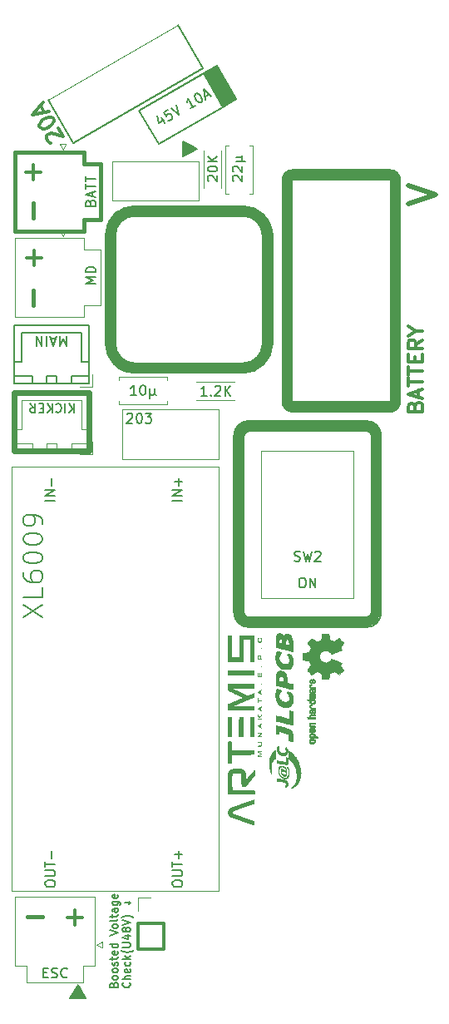
<source format=gbr>
%TF.GenerationSoftware,KiCad,Pcbnew,7.0.9*%
%TF.CreationDate,2024-01-11T17:45:52+09:00*%
%TF.ProjectId,PowerSuplyUnit,506f7765-7253-4757-906c-79556e69742e,rev?*%
%TF.SameCoordinates,Original*%
%TF.FileFunction,Legend,Top*%
%TF.FilePolarity,Positive*%
%FSLAX46Y46*%
G04 Gerber Fmt 4.6, Leading zero omitted, Abs format (unit mm)*
G04 Created by KiCad (PCBNEW 7.0.9) date 2024-01-11 17:45:52*
%MOMM*%
%LPD*%
G01*
G04 APERTURE LIST*
%ADD10C,0.400000*%
%ADD11C,0.150000*%
%ADD12C,0.200000*%
%ADD13C,0.600000*%
%ADD14C,0.300000*%
%ADD15C,0.350000*%
%ADD16C,0.500000*%
%ADD17C,0.140000*%
%ADD18C,0.130000*%
%ADD19C,0.120000*%
%ADD20C,0.100000*%
%ADD21C,0.010000*%
G04 APERTURE END LIST*
D10*
X140716000Y-69844000D02*
X139016000Y-69844000D01*
D11*
X144224000Y-69455000D02*
X143256000Y-69596000D01*
X142621000Y-70231000D01*
X142240000Y-70866000D01*
X142224000Y-71455000D01*
X141224000Y-71455000D01*
X141605000Y-69977000D01*
X142367000Y-69088000D01*
X143256000Y-68707000D01*
X144224000Y-68455000D01*
X144224000Y-69455000D01*
G36*
X144224000Y-69455000D02*
G01*
X143256000Y-69596000D01*
X142621000Y-70231000D01*
X142240000Y-70866000D01*
X142224000Y-71455000D01*
X141224000Y-71455000D01*
X141605000Y-69977000D01*
X142367000Y-69088000D01*
X143256000Y-68707000D01*
X144224000Y-68455000D01*
X144224000Y-69455000D01*
G37*
X157861000Y-83820000D02*
X157226000Y-84582000D01*
X156337000Y-85217000D01*
X155224000Y-85455000D01*
X155224000Y-84455000D01*
X156083000Y-84328000D01*
X156845000Y-83693000D01*
X157226000Y-83058000D01*
X157224000Y-82455000D01*
X158224000Y-82455000D01*
X157861000Y-83820000D01*
G36*
X157861000Y-83820000D02*
G01*
X157226000Y-84582000D01*
X156337000Y-85217000D01*
X155224000Y-85455000D01*
X155224000Y-84455000D01*
X156083000Y-84328000D01*
X156845000Y-83693000D01*
X157226000Y-83058000D01*
X157224000Y-82455000D01*
X158224000Y-82455000D01*
X157861000Y-83820000D01*
G37*
X132709000Y-81324000D02*
X138809000Y-81324000D01*
D12*
X155224000Y-68455000D02*
X144224000Y-68455000D01*
D10*
X139016000Y-71044000D02*
X131996000Y-71044000D01*
D11*
X137940637Y-62020704D02*
X151138865Y-54400704D01*
X142240000Y-82931000D02*
X142494000Y-83693000D01*
X143002000Y-84074000D01*
X143129000Y-84328000D01*
X144224000Y-84455000D01*
X144224000Y-85455000D01*
X143383000Y-85344000D01*
X142621000Y-84963000D01*
X141986000Y-84328000D01*
X141478000Y-83439000D01*
X141224000Y-82455000D01*
X142224000Y-82455000D01*
X142240000Y-82931000D01*
G36*
X142240000Y-82931000D02*
G01*
X142494000Y-83693000D01*
X143002000Y-84074000D01*
X143129000Y-84328000D01*
X144224000Y-84455000D01*
X144224000Y-85455000D01*
X143383000Y-85344000D01*
X142621000Y-84963000D01*
X141986000Y-84328000D01*
X141478000Y-83439000D01*
X141224000Y-82455000D01*
X142224000Y-82455000D01*
X142240000Y-82931000D01*
G37*
D12*
X141224000Y-71455000D02*
X141224000Y-82455000D01*
X144224000Y-69455000D02*
G75*
G03*
X142224000Y-71455000I0J-2000000D01*
G01*
X157224000Y-71455000D02*
X157224000Y-82455000D01*
D11*
X131949000Y-80564000D02*
X131949000Y-86534000D01*
D12*
X155224000Y-84455000D02*
G75*
G03*
X157224000Y-82455000I0J2000000D01*
G01*
D10*
X140716000Y-64164000D02*
X140716000Y-69844000D01*
D11*
X138809000Y-84274000D02*
X139559000Y-84274000D01*
D12*
X144224000Y-85455000D02*
X155224000Y-85455000D01*
X157224000Y-71455000D02*
G75*
G03*
X155224000Y-69455000I-2000000J0D01*
G01*
D11*
X131949000Y-86534000D02*
X139559000Y-86524000D01*
X144663265Y-58744930D02*
X146633265Y-62157070D01*
D13*
X139569000Y-87422000D02*
X139569000Y-93392000D01*
D11*
X131959000Y-85774000D02*
X133759000Y-85774000D01*
X138809000Y-81324000D02*
X138809000Y-84274000D01*
D12*
X144224000Y-69455000D02*
X155224000Y-69455000D01*
D11*
X151138865Y-54400704D02*
X148598865Y-50001295D01*
D10*
X139016000Y-62964000D02*
X139016000Y-64164000D01*
D11*
X135400637Y-57621295D02*
X137940637Y-62020704D01*
X136259000Y-85774000D02*
X135259000Y-85774000D01*
D13*
X131949000Y-87422000D02*
X139569000Y-87422000D01*
D11*
X155224000Y-85455000D02*
X144224000Y-85455000D01*
X144224000Y-84455000D01*
X155224000Y-84455000D01*
X155224000Y-85455000D01*
G36*
X155224000Y-85455000D02*
G01*
X144224000Y-85455000D01*
X144224000Y-84455000D01*
X155224000Y-84455000D01*
X155224000Y-85455000D01*
G37*
X131959000Y-84274000D02*
X132709000Y-84274000D01*
D12*
X158224000Y-82455000D02*
X158224000Y-71455000D01*
D10*
X139016000Y-64164000D02*
X140716000Y-64164000D01*
D11*
X155224000Y-69455000D02*
X144224000Y-69455000D01*
X144224000Y-68455000D01*
X155224000Y-68455000D01*
X155224000Y-69455000D01*
G36*
X155224000Y-69455000D02*
G01*
X144224000Y-69455000D01*
X144224000Y-68455000D01*
X155224000Y-68455000D01*
X155224000Y-69455000D01*
G37*
D12*
X142224000Y-82455000D02*
X142224000Y-71455000D01*
X141224000Y-82455000D02*
G75*
G03*
X144224000Y-85455000I3000000J0D01*
G01*
D11*
X139569000Y-80564000D02*
X131949000Y-80564000D01*
X154548737Y-57587070D02*
X153184747Y-58374570D01*
X151214747Y-54962430D01*
X152578737Y-54174930D01*
X154548737Y-57587070D01*
G36*
X154548737Y-57587070D02*
G01*
X153184747Y-58374570D01*
X151214747Y-54962430D01*
X152578737Y-54174930D01*
X154548737Y-57587070D01*
G37*
X142224000Y-82455000D02*
X141224000Y-82455000D01*
X141224000Y-71455000D01*
X142224000Y-71455000D01*
X142224000Y-82455000D01*
G36*
X142224000Y-82455000D02*
G01*
X141224000Y-82455000D01*
X141224000Y-71455000D01*
X142224000Y-71455000D01*
X142224000Y-82455000D01*
G37*
D14*
X144576800Y-141443000D02*
X147176800Y-141443000D01*
X147176800Y-144103000D01*
X144576800Y-144103000D01*
X144576800Y-141443000D01*
D11*
X158224000Y-82455000D02*
X157224000Y-82455000D01*
X157224000Y-71455000D01*
X158224000Y-71455000D01*
X158224000Y-82455000D01*
G36*
X158224000Y-82455000D02*
G01*
X157224000Y-82455000D01*
X157224000Y-71455000D01*
X158224000Y-71455000D01*
X158224000Y-82455000D01*
G37*
D10*
X131996000Y-71044000D02*
X131996000Y-62964000D01*
D12*
X158224000Y-71455000D02*
G75*
G03*
X155224000Y-68455000I-3000000J0D01*
G01*
D11*
X146633265Y-62157070D02*
X153184747Y-58374570D01*
X151214747Y-54962430D02*
X144663265Y-58744930D01*
X133759000Y-85774000D02*
X133759000Y-86524000D01*
X136259000Y-86524000D02*
X136259000Y-85774000D01*
X135259000Y-85774000D02*
X135259000Y-86524000D01*
D12*
X144224000Y-68455000D02*
G75*
G03*
X141224000Y-71455000I0J-3000000D01*
G01*
X142224000Y-82455000D02*
G75*
G03*
X144224000Y-84455000I2000000J0D01*
G01*
D13*
X139569000Y-93392000D02*
X131959000Y-93382000D01*
D11*
X132709000Y-84274000D02*
X132709000Y-81324000D01*
X137759000Y-86524000D02*
X137759000Y-85774000D01*
D13*
X131959000Y-93382000D02*
X131949000Y-87422000D01*
D11*
X156337000Y-68707000D02*
X157226000Y-69215000D01*
X157734000Y-69850000D01*
X158115000Y-70612000D01*
X158224000Y-71455000D01*
X157224000Y-71455000D01*
X157099000Y-70739000D01*
X156845000Y-70104000D01*
X156210000Y-69596000D01*
X155575000Y-69469000D01*
X155224000Y-69455000D01*
X155224000Y-68455000D01*
X156337000Y-68707000D01*
G36*
X156337000Y-68707000D02*
G01*
X157226000Y-69215000D01*
X157734000Y-69850000D01*
X158115000Y-70612000D01*
X158224000Y-71455000D01*
X157224000Y-71455000D01*
X157099000Y-70739000D01*
X156845000Y-70104000D01*
X156210000Y-69596000D01*
X155575000Y-69469000D01*
X155224000Y-69455000D01*
X155224000Y-68455000D01*
X156337000Y-68707000D01*
G37*
X139559000Y-86524000D02*
X139569000Y-80564000D01*
X137759000Y-85774000D02*
X139559000Y-85774000D01*
D12*
X155224000Y-85455000D02*
G75*
G03*
X158224000Y-82455000I0J3000000D01*
G01*
D10*
X139016000Y-69844000D02*
X139016000Y-71044000D01*
D12*
X155224000Y-84455000D02*
X144224000Y-84455000D01*
D10*
X131996000Y-62964000D02*
X139016000Y-62964000D01*
D11*
X137229620Y-81664180D02*
X137229620Y-82664180D01*
X137229620Y-82664180D02*
X136896287Y-81949895D01*
X136896287Y-81949895D02*
X136562954Y-82664180D01*
X136562954Y-82664180D02*
X136562954Y-81664180D01*
X136134382Y-81949895D02*
X135658192Y-81949895D01*
X136229620Y-81664180D02*
X135896287Y-82664180D01*
X135896287Y-82664180D02*
X135562954Y-81664180D01*
X135229620Y-81664180D02*
X135229620Y-82664180D01*
X134753430Y-81664180D02*
X134753430Y-82664180D01*
X134753430Y-82664180D02*
X134182002Y-81664180D01*
X134182002Y-81664180D02*
X134182002Y-82664180D01*
X139681009Y-68113087D02*
X139728628Y-67970230D01*
X139728628Y-67970230D02*
X139776247Y-67922611D01*
X139776247Y-67922611D02*
X139871485Y-67874992D01*
X139871485Y-67874992D02*
X140014342Y-67874992D01*
X140014342Y-67874992D02*
X140109580Y-67922611D01*
X140109580Y-67922611D02*
X140157200Y-67970230D01*
X140157200Y-67970230D02*
X140204819Y-68065468D01*
X140204819Y-68065468D02*
X140204819Y-68446420D01*
X140204819Y-68446420D02*
X139204819Y-68446420D01*
X139204819Y-68446420D02*
X139204819Y-68113087D01*
X139204819Y-68113087D02*
X139252438Y-68017849D01*
X139252438Y-68017849D02*
X139300057Y-67970230D01*
X139300057Y-67970230D02*
X139395295Y-67922611D01*
X139395295Y-67922611D02*
X139490533Y-67922611D01*
X139490533Y-67922611D02*
X139585771Y-67970230D01*
X139585771Y-67970230D02*
X139633390Y-68017849D01*
X139633390Y-68017849D02*
X139681009Y-68113087D01*
X139681009Y-68113087D02*
X139681009Y-68446420D01*
X139919104Y-67494039D02*
X139919104Y-67017849D01*
X140204819Y-67589277D02*
X139204819Y-67255944D01*
X139204819Y-67255944D02*
X140204819Y-66922611D01*
X139204819Y-66732134D02*
X139204819Y-66160706D01*
X140204819Y-66446420D02*
X139204819Y-66446420D01*
X139204819Y-65970229D02*
X139204819Y-65398801D01*
X140204819Y-65684515D02*
X139204819Y-65684515D01*
D12*
X149227600Y-61981422D02*
X149141885Y-61981422D01*
X149399028Y-62067136D02*
X149141885Y-62067136D01*
X149570457Y-62152850D02*
X149141885Y-62152850D01*
X149741885Y-62238564D02*
X149141885Y-62238564D01*
X149827600Y-62324279D02*
X149141885Y-62324279D01*
X149999028Y-62409993D02*
X149141885Y-62409993D01*
X150170457Y-62495707D02*
X149141885Y-62495707D01*
X150341885Y-62581422D02*
X149141885Y-62581422D01*
X150513314Y-62667136D02*
X149141885Y-62667136D01*
X150341885Y-62752850D02*
X149141885Y-62752850D01*
X150170457Y-62838564D02*
X149141885Y-62838564D01*
X149999028Y-62924279D02*
X149141885Y-62924279D01*
X149827600Y-63009993D02*
X149141885Y-63009993D01*
X149741885Y-63095707D02*
X149141885Y-63095707D01*
X149570457Y-63181422D02*
X149141885Y-63181422D01*
X149399028Y-63267136D02*
X149141885Y-63267136D01*
X149141885Y-63352850D02*
X150427600Y-62667136D01*
X150427600Y-62667136D02*
X149141885Y-61981422D01*
X149227600Y-63352850D02*
X149141885Y-63352850D01*
X150513314Y-62667136D02*
X149141885Y-63438564D01*
X149141885Y-63438564D02*
X149141885Y-61895707D01*
X149141885Y-61895707D02*
X150513314Y-62667136D01*
D11*
X143418160Y-89643057D02*
X143465779Y-89595438D01*
X143465779Y-89595438D02*
X143561017Y-89547819D01*
X143561017Y-89547819D02*
X143799112Y-89547819D01*
X143799112Y-89547819D02*
X143894350Y-89595438D01*
X143894350Y-89595438D02*
X143941969Y-89643057D01*
X143941969Y-89643057D02*
X143989588Y-89738295D01*
X143989588Y-89738295D02*
X143989588Y-89833533D01*
X143989588Y-89833533D02*
X143941969Y-89976390D01*
X143941969Y-89976390D02*
X143370541Y-90547819D01*
X143370541Y-90547819D02*
X143989588Y-90547819D01*
X144608636Y-89547819D02*
X144703874Y-89547819D01*
X144703874Y-89547819D02*
X144799112Y-89595438D01*
X144799112Y-89595438D02*
X144846731Y-89643057D01*
X144846731Y-89643057D02*
X144894350Y-89738295D01*
X144894350Y-89738295D02*
X144941969Y-89928771D01*
X144941969Y-89928771D02*
X144941969Y-90166866D01*
X144941969Y-90166866D02*
X144894350Y-90357342D01*
X144894350Y-90357342D02*
X144846731Y-90452580D01*
X144846731Y-90452580D02*
X144799112Y-90500200D01*
X144799112Y-90500200D02*
X144703874Y-90547819D01*
X144703874Y-90547819D02*
X144608636Y-90547819D01*
X144608636Y-90547819D02*
X144513398Y-90500200D01*
X144513398Y-90500200D02*
X144465779Y-90452580D01*
X144465779Y-90452580D02*
X144418160Y-90357342D01*
X144418160Y-90357342D02*
X144370541Y-90166866D01*
X144370541Y-90166866D02*
X144370541Y-89928771D01*
X144370541Y-89928771D02*
X144418160Y-89738295D01*
X144418160Y-89738295D02*
X144465779Y-89643057D01*
X144465779Y-89643057D02*
X144513398Y-89595438D01*
X144513398Y-89595438D02*
X144608636Y-89547819D01*
X145275303Y-89547819D02*
X145894350Y-89547819D01*
X145894350Y-89547819D02*
X145561017Y-89928771D01*
X145561017Y-89928771D02*
X145703874Y-89928771D01*
X145703874Y-89928771D02*
X145799112Y-89976390D01*
X145799112Y-89976390D02*
X145846731Y-90024009D01*
X145846731Y-90024009D02*
X145894350Y-90119247D01*
X145894350Y-90119247D02*
X145894350Y-90357342D01*
X145894350Y-90357342D02*
X145846731Y-90452580D01*
X145846731Y-90452580D02*
X145799112Y-90500200D01*
X145799112Y-90500200D02*
X145703874Y-90547819D01*
X145703874Y-90547819D02*
X145418160Y-90547819D01*
X145418160Y-90547819D02*
X145322922Y-90500200D01*
X145322922Y-90500200D02*
X145275303Y-90452580D01*
D12*
X137717622Y-149039600D02*
X137717622Y-149125314D01*
X137803336Y-148868171D02*
X137803336Y-149125314D01*
X137889050Y-148696742D02*
X137889050Y-149125314D01*
X137974764Y-148525314D02*
X137974764Y-149125314D01*
X138060479Y-148439600D02*
X138060479Y-149125314D01*
X138146193Y-148268171D02*
X138146193Y-149125314D01*
X138231907Y-148096742D02*
X138231907Y-149125314D01*
X138317622Y-147925314D02*
X138317622Y-149125314D01*
X138403336Y-147753885D02*
X138403336Y-149125314D01*
X138489050Y-147925314D02*
X138489050Y-149125314D01*
X138574764Y-148096742D02*
X138574764Y-149125314D01*
X138660479Y-148268171D02*
X138660479Y-149125314D01*
X138746193Y-148439600D02*
X138746193Y-149125314D01*
X138831907Y-148525314D02*
X138831907Y-149125314D01*
X138917622Y-148696742D02*
X138917622Y-149125314D01*
X139003336Y-148868171D02*
X139003336Y-149125314D01*
X139089050Y-149125314D02*
X138403336Y-147839600D01*
X138403336Y-147839600D02*
X137717622Y-149125314D01*
X139089050Y-149039600D02*
X139089050Y-149125314D01*
X138403336Y-147753885D02*
X139174764Y-149125314D01*
X139174764Y-149125314D02*
X137631907Y-149125314D01*
X137631907Y-149125314D02*
X138403336Y-147753885D01*
D11*
X140237319Y-76345820D02*
X139237319Y-76345820D01*
X139237319Y-76345820D02*
X139951604Y-76012487D01*
X139951604Y-76012487D02*
X139237319Y-75679154D01*
X139237319Y-75679154D02*
X140237319Y-75679154D01*
X140237319Y-75202963D02*
X139237319Y-75202963D01*
X139237319Y-75202963D02*
X139237319Y-74964868D01*
X139237319Y-74964868D02*
X139284938Y-74822011D01*
X139284938Y-74822011D02*
X139380176Y-74726773D01*
X139380176Y-74726773D02*
X139475414Y-74679154D01*
X139475414Y-74679154D02*
X139665890Y-74631535D01*
X139665890Y-74631535D02*
X139808747Y-74631535D01*
X139808747Y-74631535D02*
X139999223Y-74679154D01*
X139999223Y-74679154D02*
X140094461Y-74726773D01*
X140094461Y-74726773D02*
X140189700Y-74822011D01*
X140189700Y-74822011D02*
X140237319Y-74964868D01*
X140237319Y-74964868D02*
X140237319Y-75202963D01*
D15*
X135656674Y-62038669D02*
X135552596Y-62010781D01*
X135552596Y-62010781D02*
X135410423Y-61916910D01*
X135410423Y-61916910D02*
X135219947Y-61586996D01*
X135219947Y-61586996D02*
X135209739Y-61416935D01*
X135209739Y-61416935D02*
X135237627Y-61312857D01*
X135237627Y-61312857D02*
X135331497Y-61170683D01*
X135331497Y-61170683D02*
X135463463Y-61094493D01*
X135463463Y-61094493D02*
X135699507Y-61046190D01*
X135699507Y-61046190D02*
X136948445Y-61380842D01*
X136948445Y-61380842D02*
X136453207Y-60523064D01*
X134572328Y-60465286D02*
X134496137Y-60333321D01*
X134496137Y-60333321D02*
X134485929Y-60163260D01*
X134485929Y-60163260D02*
X134513817Y-60059182D01*
X134513817Y-60059182D02*
X134607688Y-59917008D01*
X134607688Y-59917008D02*
X134833524Y-59698644D01*
X134833524Y-59698644D02*
X135163438Y-59508168D01*
X135163438Y-59508168D02*
X135465465Y-59421770D01*
X135465465Y-59421770D02*
X135635526Y-59411563D01*
X135635526Y-59411563D02*
X135739604Y-59439450D01*
X135739604Y-59439450D02*
X135881778Y-59533321D01*
X135881778Y-59533321D02*
X135957968Y-59665286D01*
X135957968Y-59665286D02*
X135968176Y-59835348D01*
X135968176Y-59835348D02*
X135940288Y-59939426D01*
X135940288Y-59939426D02*
X135846418Y-60081599D01*
X135846418Y-60081599D02*
X135620581Y-60299963D01*
X135620581Y-60299963D02*
X135290667Y-60490439D01*
X135290667Y-60490439D02*
X134988640Y-60576837D01*
X134988640Y-60576837D02*
X134818579Y-60587045D01*
X134818579Y-60587045D02*
X134714501Y-60559157D01*
X134714501Y-60559157D02*
X134572328Y-60465286D01*
X134990642Y-58904114D02*
X134609690Y-58244285D01*
X135462730Y-58807509D02*
X133810423Y-59145628D01*
X133810423Y-59145628D02*
X134929397Y-57883748D01*
D10*
X134795052Y-140803666D02*
X133271243Y-140803666D01*
D16*
X172091333Y-68238386D02*
X174891333Y-67305053D01*
X174891333Y-67305053D02*
X172091333Y-66371719D01*
D12*
X146900376Y-59462135D02*
X147233709Y-60039485D01*
X146503703Y-59251268D02*
X146654649Y-59988906D01*
X146654649Y-59988906D02*
X147190760Y-59679382D01*
X147599735Y-58673460D02*
X147187342Y-58911555D01*
X147187342Y-58911555D02*
X147384198Y-59347758D01*
X147384198Y-59347758D02*
X147401627Y-59282709D01*
X147401627Y-59282709D02*
X147460296Y-59193851D01*
X147460296Y-59193851D02*
X147666493Y-59074803D01*
X147666493Y-59074803D02*
X147772781Y-59068423D01*
X147772781Y-59068423D02*
X147837830Y-59085853D01*
X147837830Y-59085853D02*
X147926688Y-59144522D01*
X147926688Y-59144522D02*
X148045736Y-59350719D01*
X148045736Y-59350719D02*
X148052116Y-59457007D01*
X148052116Y-59457007D02*
X148034686Y-59522056D01*
X148034686Y-59522056D02*
X147976017Y-59610914D01*
X147976017Y-59610914D02*
X147769820Y-59729962D01*
X147769820Y-59729962D02*
X147663532Y-59736341D01*
X147663532Y-59736341D02*
X147598483Y-59718912D01*
X147888410Y-58506793D02*
X148677085Y-59206152D01*
X148677085Y-59206152D02*
X148465760Y-58173460D01*
X150367897Y-58229961D02*
X149873025Y-58515676D01*
X150120461Y-58372819D02*
X149620461Y-57506793D01*
X149620461Y-57506793D02*
X149609411Y-57678130D01*
X149609411Y-57678130D02*
X149574551Y-57808228D01*
X149574551Y-57808228D02*
X149515882Y-57897086D01*
X150404008Y-57054412D02*
X150486486Y-57006793D01*
X150486486Y-57006793D02*
X150592775Y-57000413D01*
X150592775Y-57000413D02*
X150657823Y-57017843D01*
X150657823Y-57017843D02*
X150746682Y-57076512D01*
X150746682Y-57076512D02*
X150883159Y-57217660D01*
X150883159Y-57217660D02*
X151002207Y-57423857D01*
X151002207Y-57423857D02*
X151056206Y-57612623D01*
X151056206Y-57612623D02*
X151062585Y-57718911D01*
X151062585Y-57718911D02*
X151045155Y-57783960D01*
X151045155Y-57783960D02*
X150986486Y-57872819D01*
X150986486Y-57872819D02*
X150904008Y-57920438D01*
X150904008Y-57920438D02*
X150797720Y-57926817D01*
X150797720Y-57926817D02*
X150732671Y-57909388D01*
X150732671Y-57909388D02*
X150643812Y-57850718D01*
X150643812Y-57850718D02*
X150507335Y-57709571D01*
X150507335Y-57709571D02*
X150388287Y-57503374D01*
X150388287Y-57503374D02*
X150334289Y-57314608D01*
X150334289Y-57314608D02*
X150327909Y-57208319D01*
X150327909Y-57208319D02*
X150345339Y-57143271D01*
X150345339Y-57143271D02*
X150404008Y-57054412D01*
X151379740Y-57315859D02*
X151792133Y-57077764D01*
X151440119Y-57610914D02*
X151228794Y-56578222D01*
X151228794Y-56578222D02*
X152017469Y-57277580D01*
D11*
X151533388Y-87753819D02*
X150961960Y-87753819D01*
X151247674Y-87753819D02*
X151247674Y-86753819D01*
X151247674Y-86753819D02*
X151152436Y-86896676D01*
X151152436Y-86896676D02*
X151057198Y-86991914D01*
X151057198Y-86991914D02*
X150961960Y-87039533D01*
X151961960Y-87658580D02*
X152009579Y-87706200D01*
X152009579Y-87706200D02*
X151961960Y-87753819D01*
X151961960Y-87753819D02*
X151914341Y-87706200D01*
X151914341Y-87706200D02*
X151961960Y-87658580D01*
X151961960Y-87658580D02*
X151961960Y-87753819D01*
X152390531Y-86849057D02*
X152438150Y-86801438D01*
X152438150Y-86801438D02*
X152533388Y-86753819D01*
X152533388Y-86753819D02*
X152771483Y-86753819D01*
X152771483Y-86753819D02*
X152866721Y-86801438D01*
X152866721Y-86801438D02*
X152914340Y-86849057D01*
X152914340Y-86849057D02*
X152961959Y-86944295D01*
X152961959Y-86944295D02*
X152961959Y-87039533D01*
X152961959Y-87039533D02*
X152914340Y-87182390D01*
X152914340Y-87182390D02*
X152342912Y-87753819D01*
X152342912Y-87753819D02*
X152961959Y-87753819D01*
X153390531Y-87753819D02*
X153390531Y-86753819D01*
X153961959Y-87753819D02*
X153533388Y-87182390D01*
X153961959Y-86753819D02*
X153390531Y-87325247D01*
D10*
X133894866Y-77040947D02*
X133894866Y-78564757D01*
D17*
X138022009Y-88560222D02*
X138022009Y-89460222D01*
X137507723Y-88560222D02*
X137893437Y-89074508D01*
X137507723Y-89460222D02*
X138022009Y-88945937D01*
X137122009Y-88560222D02*
X137122009Y-89460222D01*
X136179152Y-88645937D02*
X136222009Y-88603080D01*
X136222009Y-88603080D02*
X136350581Y-88560222D01*
X136350581Y-88560222D02*
X136436295Y-88560222D01*
X136436295Y-88560222D02*
X136564866Y-88603080D01*
X136564866Y-88603080D02*
X136650581Y-88688794D01*
X136650581Y-88688794D02*
X136693438Y-88774508D01*
X136693438Y-88774508D02*
X136736295Y-88945937D01*
X136736295Y-88945937D02*
X136736295Y-89074508D01*
X136736295Y-89074508D02*
X136693438Y-89245937D01*
X136693438Y-89245937D02*
X136650581Y-89331651D01*
X136650581Y-89331651D02*
X136564866Y-89417365D01*
X136564866Y-89417365D02*
X136436295Y-89460222D01*
X136436295Y-89460222D02*
X136350581Y-89460222D01*
X136350581Y-89460222D02*
X136222009Y-89417365D01*
X136222009Y-89417365D02*
X136179152Y-89374508D01*
X135793438Y-88560222D02*
X135793438Y-89460222D01*
X135279152Y-88560222D02*
X135664866Y-89074508D01*
X135279152Y-89460222D02*
X135793438Y-88945937D01*
X134893438Y-89031651D02*
X134593438Y-89031651D01*
X134464866Y-88560222D02*
X134893438Y-88560222D01*
X134893438Y-88560222D02*
X134893438Y-89460222D01*
X134893438Y-89460222D02*
X134464866Y-89460222D01*
X133564866Y-88560222D02*
X133864866Y-88988794D01*
X134079152Y-88560222D02*
X134079152Y-89460222D01*
X134079152Y-89460222D02*
X133736295Y-89460222D01*
X133736295Y-89460222D02*
X133650580Y-89417365D01*
X133650580Y-89417365D02*
X133607723Y-89374508D01*
X133607723Y-89374508D02*
X133564866Y-89288794D01*
X133564866Y-89288794D02*
X133564866Y-89160222D01*
X133564866Y-89160222D02*
X133607723Y-89074508D01*
X133607723Y-89074508D02*
X133650580Y-89031651D01*
X133650580Y-89031651D02*
X133736295Y-88988794D01*
X133736295Y-88988794D02*
X134079152Y-88988794D01*
D14*
X133159958Y-73755333D02*
X134683768Y-73755333D01*
X133921863Y-74517238D02*
X133921863Y-72993428D01*
X138080666Y-140068758D02*
X138080666Y-141592568D01*
X137318761Y-140830663D02*
X138842571Y-140830663D01*
D11*
X144370588Y-87703019D02*
X143799160Y-87703019D01*
X144084874Y-87703019D02*
X144084874Y-86703019D01*
X144084874Y-86703019D02*
X143989636Y-86845876D01*
X143989636Y-86845876D02*
X143894398Y-86941114D01*
X143894398Y-86941114D02*
X143799160Y-86988733D01*
X144989636Y-86703019D02*
X145084874Y-86703019D01*
X145084874Y-86703019D02*
X145180112Y-86750638D01*
X145180112Y-86750638D02*
X145227731Y-86798257D01*
X145227731Y-86798257D02*
X145275350Y-86893495D01*
X145275350Y-86893495D02*
X145322969Y-87083971D01*
X145322969Y-87083971D02*
X145322969Y-87322066D01*
X145322969Y-87322066D02*
X145275350Y-87512542D01*
X145275350Y-87512542D02*
X145227731Y-87607780D01*
X145227731Y-87607780D02*
X145180112Y-87655400D01*
X145180112Y-87655400D02*
X145084874Y-87703019D01*
X145084874Y-87703019D02*
X144989636Y-87703019D01*
X144989636Y-87703019D02*
X144894398Y-87655400D01*
X144894398Y-87655400D02*
X144846779Y-87607780D01*
X144846779Y-87607780D02*
X144799160Y-87512542D01*
X144799160Y-87512542D02*
X144751541Y-87322066D01*
X144751541Y-87322066D02*
X144751541Y-87083971D01*
X144751541Y-87083971D02*
X144799160Y-86893495D01*
X144799160Y-86893495D02*
X144846779Y-86798257D01*
X144846779Y-86798257D02*
X144894398Y-86750638D01*
X144894398Y-86750638D02*
X144989636Y-86703019D01*
X145751541Y-87036352D02*
X145751541Y-88036352D01*
X146227731Y-87560161D02*
X146275350Y-87655400D01*
X146275350Y-87655400D02*
X146370588Y-87703019D01*
X145751541Y-87560161D02*
X145799160Y-87655400D01*
X145799160Y-87655400D02*
X145894398Y-87703019D01*
X145894398Y-87703019D02*
X146084874Y-87703019D01*
X146084874Y-87703019D02*
X146180112Y-87655400D01*
X146180112Y-87655400D02*
X146227731Y-87560161D01*
X146227731Y-87560161D02*
X146227731Y-87036352D01*
D18*
X142053887Y-147691731D02*
X142091982Y-147577445D01*
X142091982Y-147577445D02*
X142130078Y-147539350D01*
X142130078Y-147539350D02*
X142206268Y-147501254D01*
X142206268Y-147501254D02*
X142320554Y-147501254D01*
X142320554Y-147501254D02*
X142396744Y-147539350D01*
X142396744Y-147539350D02*
X142434840Y-147577445D01*
X142434840Y-147577445D02*
X142472935Y-147653635D01*
X142472935Y-147653635D02*
X142472935Y-147958397D01*
X142472935Y-147958397D02*
X141672935Y-147958397D01*
X141672935Y-147958397D02*
X141672935Y-147691731D01*
X141672935Y-147691731D02*
X141711030Y-147615540D01*
X141711030Y-147615540D02*
X141749125Y-147577445D01*
X141749125Y-147577445D02*
X141825316Y-147539350D01*
X141825316Y-147539350D02*
X141901506Y-147539350D01*
X141901506Y-147539350D02*
X141977697Y-147577445D01*
X141977697Y-147577445D02*
X142015792Y-147615540D01*
X142015792Y-147615540D02*
X142053887Y-147691731D01*
X142053887Y-147691731D02*
X142053887Y-147958397D01*
X142472935Y-147044112D02*
X142434840Y-147120302D01*
X142434840Y-147120302D02*
X142396744Y-147158397D01*
X142396744Y-147158397D02*
X142320554Y-147196493D01*
X142320554Y-147196493D02*
X142091982Y-147196493D01*
X142091982Y-147196493D02*
X142015792Y-147158397D01*
X142015792Y-147158397D02*
X141977697Y-147120302D01*
X141977697Y-147120302D02*
X141939601Y-147044112D01*
X141939601Y-147044112D02*
X141939601Y-146929826D01*
X141939601Y-146929826D02*
X141977697Y-146853635D01*
X141977697Y-146853635D02*
X142015792Y-146815540D01*
X142015792Y-146815540D02*
X142091982Y-146777445D01*
X142091982Y-146777445D02*
X142320554Y-146777445D01*
X142320554Y-146777445D02*
X142396744Y-146815540D01*
X142396744Y-146815540D02*
X142434840Y-146853635D01*
X142434840Y-146853635D02*
X142472935Y-146929826D01*
X142472935Y-146929826D02*
X142472935Y-147044112D01*
X142472935Y-146320302D02*
X142434840Y-146396492D01*
X142434840Y-146396492D02*
X142396744Y-146434587D01*
X142396744Y-146434587D02*
X142320554Y-146472683D01*
X142320554Y-146472683D02*
X142091982Y-146472683D01*
X142091982Y-146472683D02*
X142015792Y-146434587D01*
X142015792Y-146434587D02*
X141977697Y-146396492D01*
X141977697Y-146396492D02*
X141939601Y-146320302D01*
X141939601Y-146320302D02*
X141939601Y-146206016D01*
X141939601Y-146206016D02*
X141977697Y-146129825D01*
X141977697Y-146129825D02*
X142015792Y-146091730D01*
X142015792Y-146091730D02*
X142091982Y-146053635D01*
X142091982Y-146053635D02*
X142320554Y-146053635D01*
X142320554Y-146053635D02*
X142396744Y-146091730D01*
X142396744Y-146091730D02*
X142434840Y-146129825D01*
X142434840Y-146129825D02*
X142472935Y-146206016D01*
X142472935Y-146206016D02*
X142472935Y-146320302D01*
X142434840Y-145748873D02*
X142472935Y-145672682D01*
X142472935Y-145672682D02*
X142472935Y-145520301D01*
X142472935Y-145520301D02*
X142434840Y-145444111D01*
X142434840Y-145444111D02*
X142358649Y-145406015D01*
X142358649Y-145406015D02*
X142320554Y-145406015D01*
X142320554Y-145406015D02*
X142244363Y-145444111D01*
X142244363Y-145444111D02*
X142206268Y-145520301D01*
X142206268Y-145520301D02*
X142206268Y-145634587D01*
X142206268Y-145634587D02*
X142168173Y-145710777D01*
X142168173Y-145710777D02*
X142091982Y-145748873D01*
X142091982Y-145748873D02*
X142053887Y-145748873D01*
X142053887Y-145748873D02*
X141977697Y-145710777D01*
X141977697Y-145710777D02*
X141939601Y-145634587D01*
X141939601Y-145634587D02*
X141939601Y-145520301D01*
X141939601Y-145520301D02*
X141977697Y-145444111D01*
X141939601Y-145177444D02*
X141939601Y-144872682D01*
X141672935Y-145063158D02*
X142358649Y-145063158D01*
X142358649Y-145063158D02*
X142434840Y-145025063D01*
X142434840Y-145025063D02*
X142472935Y-144948873D01*
X142472935Y-144948873D02*
X142472935Y-144872682D01*
X142434840Y-144301253D02*
X142472935Y-144377444D01*
X142472935Y-144377444D02*
X142472935Y-144529825D01*
X142472935Y-144529825D02*
X142434840Y-144606015D01*
X142434840Y-144606015D02*
X142358649Y-144644111D01*
X142358649Y-144644111D02*
X142053887Y-144644111D01*
X142053887Y-144644111D02*
X141977697Y-144606015D01*
X141977697Y-144606015D02*
X141939601Y-144529825D01*
X141939601Y-144529825D02*
X141939601Y-144377444D01*
X141939601Y-144377444D02*
X141977697Y-144301253D01*
X141977697Y-144301253D02*
X142053887Y-144263158D01*
X142053887Y-144263158D02*
X142130078Y-144263158D01*
X142130078Y-144263158D02*
X142206268Y-144644111D01*
X142472935Y-143577444D02*
X141672935Y-143577444D01*
X142434840Y-143577444D02*
X142472935Y-143653635D01*
X142472935Y-143653635D02*
X142472935Y-143806016D01*
X142472935Y-143806016D02*
X142434840Y-143882206D01*
X142434840Y-143882206D02*
X142396744Y-143920301D01*
X142396744Y-143920301D02*
X142320554Y-143958397D01*
X142320554Y-143958397D02*
X142091982Y-143958397D01*
X142091982Y-143958397D02*
X142015792Y-143920301D01*
X142015792Y-143920301D02*
X141977697Y-143882206D01*
X141977697Y-143882206D02*
X141939601Y-143806016D01*
X141939601Y-143806016D02*
X141939601Y-143653635D01*
X141939601Y-143653635D02*
X141977697Y-143577444D01*
X141672935Y-142701253D02*
X142472935Y-142434586D01*
X142472935Y-142434586D02*
X141672935Y-142167920D01*
X142472935Y-141786968D02*
X142434840Y-141863158D01*
X142434840Y-141863158D02*
X142396744Y-141901253D01*
X142396744Y-141901253D02*
X142320554Y-141939349D01*
X142320554Y-141939349D02*
X142091982Y-141939349D01*
X142091982Y-141939349D02*
X142015792Y-141901253D01*
X142015792Y-141901253D02*
X141977697Y-141863158D01*
X141977697Y-141863158D02*
X141939601Y-141786968D01*
X141939601Y-141786968D02*
X141939601Y-141672682D01*
X141939601Y-141672682D02*
X141977697Y-141596491D01*
X141977697Y-141596491D02*
X142015792Y-141558396D01*
X142015792Y-141558396D02*
X142091982Y-141520301D01*
X142091982Y-141520301D02*
X142320554Y-141520301D01*
X142320554Y-141520301D02*
X142396744Y-141558396D01*
X142396744Y-141558396D02*
X142434840Y-141596491D01*
X142434840Y-141596491D02*
X142472935Y-141672682D01*
X142472935Y-141672682D02*
X142472935Y-141786968D01*
X142472935Y-141063158D02*
X142434840Y-141139348D01*
X142434840Y-141139348D02*
X142358649Y-141177443D01*
X142358649Y-141177443D02*
X141672935Y-141177443D01*
X141939601Y-140872681D02*
X141939601Y-140567919D01*
X141672935Y-140758395D02*
X142358649Y-140758395D01*
X142358649Y-140758395D02*
X142434840Y-140720300D01*
X142434840Y-140720300D02*
X142472935Y-140644110D01*
X142472935Y-140644110D02*
X142472935Y-140567919D01*
X142472935Y-139958395D02*
X142053887Y-139958395D01*
X142053887Y-139958395D02*
X141977697Y-139996490D01*
X141977697Y-139996490D02*
X141939601Y-140072681D01*
X141939601Y-140072681D02*
X141939601Y-140225062D01*
X141939601Y-140225062D02*
X141977697Y-140301252D01*
X142434840Y-139958395D02*
X142472935Y-140034586D01*
X142472935Y-140034586D02*
X142472935Y-140225062D01*
X142472935Y-140225062D02*
X142434840Y-140301252D01*
X142434840Y-140301252D02*
X142358649Y-140339348D01*
X142358649Y-140339348D02*
X142282459Y-140339348D01*
X142282459Y-140339348D02*
X142206268Y-140301252D01*
X142206268Y-140301252D02*
X142168173Y-140225062D01*
X142168173Y-140225062D02*
X142168173Y-140034586D01*
X142168173Y-140034586D02*
X142130078Y-139958395D01*
X141939601Y-139234585D02*
X142587220Y-139234585D01*
X142587220Y-139234585D02*
X142663411Y-139272680D01*
X142663411Y-139272680D02*
X142701506Y-139310776D01*
X142701506Y-139310776D02*
X142739601Y-139386966D01*
X142739601Y-139386966D02*
X142739601Y-139501252D01*
X142739601Y-139501252D02*
X142701506Y-139577442D01*
X142434840Y-139234585D02*
X142472935Y-139310776D01*
X142472935Y-139310776D02*
X142472935Y-139463157D01*
X142472935Y-139463157D02*
X142434840Y-139539347D01*
X142434840Y-139539347D02*
X142396744Y-139577442D01*
X142396744Y-139577442D02*
X142320554Y-139615538D01*
X142320554Y-139615538D02*
X142091982Y-139615538D01*
X142091982Y-139615538D02*
X142015792Y-139577442D01*
X142015792Y-139577442D02*
X141977697Y-139539347D01*
X141977697Y-139539347D02*
X141939601Y-139463157D01*
X141939601Y-139463157D02*
X141939601Y-139310776D01*
X141939601Y-139310776D02*
X141977697Y-139234585D01*
X142434840Y-138548870D02*
X142472935Y-138625061D01*
X142472935Y-138625061D02*
X142472935Y-138777442D01*
X142472935Y-138777442D02*
X142434840Y-138853632D01*
X142434840Y-138853632D02*
X142358649Y-138891728D01*
X142358649Y-138891728D02*
X142053887Y-138891728D01*
X142053887Y-138891728D02*
X141977697Y-138853632D01*
X141977697Y-138853632D02*
X141939601Y-138777442D01*
X141939601Y-138777442D02*
X141939601Y-138625061D01*
X141939601Y-138625061D02*
X141977697Y-138548870D01*
X141977697Y-138548870D02*
X142053887Y-138510775D01*
X142053887Y-138510775D02*
X142130078Y-138510775D01*
X142130078Y-138510775D02*
X142206268Y-138891728D01*
X143684744Y-147501254D02*
X143722840Y-147539350D01*
X143722840Y-147539350D02*
X143760935Y-147653635D01*
X143760935Y-147653635D02*
X143760935Y-147729826D01*
X143760935Y-147729826D02*
X143722840Y-147844112D01*
X143722840Y-147844112D02*
X143646649Y-147920302D01*
X143646649Y-147920302D02*
X143570459Y-147958397D01*
X143570459Y-147958397D02*
X143418078Y-147996493D01*
X143418078Y-147996493D02*
X143303792Y-147996493D01*
X143303792Y-147996493D02*
X143151411Y-147958397D01*
X143151411Y-147958397D02*
X143075220Y-147920302D01*
X143075220Y-147920302D02*
X142999030Y-147844112D01*
X142999030Y-147844112D02*
X142960935Y-147729826D01*
X142960935Y-147729826D02*
X142960935Y-147653635D01*
X142960935Y-147653635D02*
X142999030Y-147539350D01*
X142999030Y-147539350D02*
X143037125Y-147501254D01*
X143760935Y-147158397D02*
X142960935Y-147158397D01*
X143760935Y-146815540D02*
X143341887Y-146815540D01*
X143341887Y-146815540D02*
X143265697Y-146853635D01*
X143265697Y-146853635D02*
X143227601Y-146929826D01*
X143227601Y-146929826D02*
X143227601Y-147044112D01*
X143227601Y-147044112D02*
X143265697Y-147120302D01*
X143265697Y-147120302D02*
X143303792Y-147158397D01*
X143722840Y-146129825D02*
X143760935Y-146206016D01*
X143760935Y-146206016D02*
X143760935Y-146358397D01*
X143760935Y-146358397D02*
X143722840Y-146434587D01*
X143722840Y-146434587D02*
X143646649Y-146472683D01*
X143646649Y-146472683D02*
X143341887Y-146472683D01*
X143341887Y-146472683D02*
X143265697Y-146434587D01*
X143265697Y-146434587D02*
X143227601Y-146358397D01*
X143227601Y-146358397D02*
X143227601Y-146206016D01*
X143227601Y-146206016D02*
X143265697Y-146129825D01*
X143265697Y-146129825D02*
X143341887Y-146091730D01*
X143341887Y-146091730D02*
X143418078Y-146091730D01*
X143418078Y-146091730D02*
X143494268Y-146472683D01*
X143722840Y-145406016D02*
X143760935Y-145482207D01*
X143760935Y-145482207D02*
X143760935Y-145634588D01*
X143760935Y-145634588D02*
X143722840Y-145710778D01*
X143722840Y-145710778D02*
X143684744Y-145748873D01*
X143684744Y-145748873D02*
X143608554Y-145786969D01*
X143608554Y-145786969D02*
X143379982Y-145786969D01*
X143379982Y-145786969D02*
X143303792Y-145748873D01*
X143303792Y-145748873D02*
X143265697Y-145710778D01*
X143265697Y-145710778D02*
X143227601Y-145634588D01*
X143227601Y-145634588D02*
X143227601Y-145482207D01*
X143227601Y-145482207D02*
X143265697Y-145406016D01*
X143760935Y-145063159D02*
X142960935Y-145063159D01*
X143456173Y-144986969D02*
X143760935Y-144758397D01*
X143227601Y-144758397D02*
X143532363Y-145063159D01*
X144065697Y-144186969D02*
X144027601Y-144225064D01*
X144027601Y-144225064D02*
X143913316Y-144301255D01*
X143913316Y-144301255D02*
X143837125Y-144339350D01*
X143837125Y-144339350D02*
X143722840Y-144377445D01*
X143722840Y-144377445D02*
X143532363Y-144415540D01*
X143532363Y-144415540D02*
X143379982Y-144415540D01*
X143379982Y-144415540D02*
X143189506Y-144377445D01*
X143189506Y-144377445D02*
X143075220Y-144339350D01*
X143075220Y-144339350D02*
X142999030Y-144301255D01*
X142999030Y-144301255D02*
X142884744Y-144225064D01*
X142884744Y-144225064D02*
X142846649Y-144186969D01*
X142960935Y-143882207D02*
X143608554Y-143882207D01*
X143608554Y-143882207D02*
X143684744Y-143844112D01*
X143684744Y-143844112D02*
X143722840Y-143806017D01*
X143722840Y-143806017D02*
X143760935Y-143729826D01*
X143760935Y-143729826D02*
X143760935Y-143577445D01*
X143760935Y-143577445D02*
X143722840Y-143501255D01*
X143722840Y-143501255D02*
X143684744Y-143463160D01*
X143684744Y-143463160D02*
X143608554Y-143425064D01*
X143608554Y-143425064D02*
X142960935Y-143425064D01*
X143227601Y-142701255D02*
X143760935Y-142701255D01*
X142922840Y-142891731D02*
X143494268Y-143082208D01*
X143494268Y-143082208D02*
X143494268Y-142586969D01*
X143303792Y-142167922D02*
X143265697Y-142244112D01*
X143265697Y-142244112D02*
X143227601Y-142282207D01*
X143227601Y-142282207D02*
X143151411Y-142320303D01*
X143151411Y-142320303D02*
X143113316Y-142320303D01*
X143113316Y-142320303D02*
X143037125Y-142282207D01*
X143037125Y-142282207D02*
X142999030Y-142244112D01*
X142999030Y-142244112D02*
X142960935Y-142167922D01*
X142960935Y-142167922D02*
X142960935Y-142015541D01*
X142960935Y-142015541D02*
X142999030Y-141939350D01*
X142999030Y-141939350D02*
X143037125Y-141901255D01*
X143037125Y-141901255D02*
X143113316Y-141863160D01*
X143113316Y-141863160D02*
X143151411Y-141863160D01*
X143151411Y-141863160D02*
X143227601Y-141901255D01*
X143227601Y-141901255D02*
X143265697Y-141939350D01*
X143265697Y-141939350D02*
X143303792Y-142015541D01*
X143303792Y-142015541D02*
X143303792Y-142167922D01*
X143303792Y-142167922D02*
X143341887Y-142244112D01*
X143341887Y-142244112D02*
X143379982Y-142282207D01*
X143379982Y-142282207D02*
X143456173Y-142320303D01*
X143456173Y-142320303D02*
X143608554Y-142320303D01*
X143608554Y-142320303D02*
X143684744Y-142282207D01*
X143684744Y-142282207D02*
X143722840Y-142244112D01*
X143722840Y-142244112D02*
X143760935Y-142167922D01*
X143760935Y-142167922D02*
X143760935Y-142015541D01*
X143760935Y-142015541D02*
X143722840Y-141939350D01*
X143722840Y-141939350D02*
X143684744Y-141901255D01*
X143684744Y-141901255D02*
X143608554Y-141863160D01*
X143608554Y-141863160D02*
X143456173Y-141863160D01*
X143456173Y-141863160D02*
X143379982Y-141901255D01*
X143379982Y-141901255D02*
X143341887Y-141939350D01*
X143341887Y-141939350D02*
X143303792Y-142015541D01*
X142960935Y-141634588D02*
X143760935Y-141367921D01*
X143760935Y-141367921D02*
X142960935Y-141101255D01*
X144065697Y-140910779D02*
X144027601Y-140872684D01*
X144027601Y-140872684D02*
X143913316Y-140796493D01*
X143913316Y-140796493D02*
X143837125Y-140758398D01*
X143837125Y-140758398D02*
X143722840Y-140720303D01*
X143722840Y-140720303D02*
X143532363Y-140682207D01*
X143532363Y-140682207D02*
X143379982Y-140682207D01*
X143379982Y-140682207D02*
X143189506Y-140720303D01*
X143189506Y-140720303D02*
X143075220Y-140758398D01*
X143075220Y-140758398D02*
X142999030Y-140796493D01*
X142999030Y-140796493D02*
X142884744Y-140872684D01*
X142884744Y-140872684D02*
X142846649Y-140910779D01*
X143151411Y-139386969D02*
X143760935Y-139386969D01*
X143608554Y-139234588D02*
X143760935Y-139386969D01*
X143760935Y-139386969D02*
X143608554Y-139539350D01*
D10*
X133869466Y-68150947D02*
X133869466Y-69674757D01*
D11*
X154260657Y-65903239D02*
X154213038Y-65855620D01*
X154213038Y-65855620D02*
X154165419Y-65760382D01*
X154165419Y-65760382D02*
X154165419Y-65522287D01*
X154165419Y-65522287D02*
X154213038Y-65427049D01*
X154213038Y-65427049D02*
X154260657Y-65379430D01*
X154260657Y-65379430D02*
X154355895Y-65331811D01*
X154355895Y-65331811D02*
X154451133Y-65331811D01*
X154451133Y-65331811D02*
X154593990Y-65379430D01*
X154593990Y-65379430D02*
X155165419Y-65950858D01*
X155165419Y-65950858D02*
X155165419Y-65331811D01*
X154260657Y-64950858D02*
X154213038Y-64903239D01*
X154213038Y-64903239D02*
X154165419Y-64808001D01*
X154165419Y-64808001D02*
X154165419Y-64569906D01*
X154165419Y-64569906D02*
X154213038Y-64474668D01*
X154213038Y-64474668D02*
X154260657Y-64427049D01*
X154260657Y-64427049D02*
X154355895Y-64379430D01*
X154355895Y-64379430D02*
X154451133Y-64379430D01*
X154451133Y-64379430D02*
X154593990Y-64427049D01*
X154593990Y-64427049D02*
X155165419Y-64998477D01*
X155165419Y-64998477D02*
X155165419Y-64379430D01*
X154498752Y-63950858D02*
X155498752Y-63950858D01*
X155022561Y-63474668D02*
X155117800Y-63427049D01*
X155117800Y-63427049D02*
X155165419Y-63331811D01*
X155022561Y-63950858D02*
X155117800Y-63903239D01*
X155117800Y-63903239D02*
X155165419Y-63808001D01*
X155165419Y-63808001D02*
X155165419Y-63617525D01*
X155165419Y-63617525D02*
X155117800Y-63522287D01*
X155117800Y-63522287D02*
X155022561Y-63474668D01*
X155022561Y-63474668D02*
X154498752Y-63474668D01*
D14*
X172751114Y-88861489D02*
X172822542Y-88647203D01*
X172822542Y-88647203D02*
X172893971Y-88575774D01*
X172893971Y-88575774D02*
X173036828Y-88504346D01*
X173036828Y-88504346D02*
X173251114Y-88504346D01*
X173251114Y-88504346D02*
X173393971Y-88575774D01*
X173393971Y-88575774D02*
X173465400Y-88647203D01*
X173465400Y-88647203D02*
X173536828Y-88790060D01*
X173536828Y-88790060D02*
X173536828Y-89361489D01*
X173536828Y-89361489D02*
X172036828Y-89361489D01*
X172036828Y-89361489D02*
X172036828Y-88861489D01*
X172036828Y-88861489D02*
X172108257Y-88718632D01*
X172108257Y-88718632D02*
X172179685Y-88647203D01*
X172179685Y-88647203D02*
X172322542Y-88575774D01*
X172322542Y-88575774D02*
X172465400Y-88575774D01*
X172465400Y-88575774D02*
X172608257Y-88647203D01*
X172608257Y-88647203D02*
X172679685Y-88718632D01*
X172679685Y-88718632D02*
X172751114Y-88861489D01*
X172751114Y-88861489D02*
X172751114Y-89361489D01*
X173108257Y-87932917D02*
X173108257Y-87218632D01*
X173536828Y-88075774D02*
X172036828Y-87575774D01*
X172036828Y-87575774D02*
X173536828Y-87075774D01*
X172036828Y-86790060D02*
X172036828Y-85932918D01*
X173536828Y-86361489D02*
X172036828Y-86361489D01*
X172036828Y-85647203D02*
X172036828Y-84790061D01*
X173536828Y-85218632D02*
X172036828Y-85218632D01*
X172751114Y-84290061D02*
X172751114Y-83790061D01*
X173536828Y-83575775D02*
X173536828Y-84290061D01*
X173536828Y-84290061D02*
X172036828Y-84290061D01*
X172036828Y-84290061D02*
X172036828Y-83575775D01*
X173536828Y-82075775D02*
X172822542Y-82575775D01*
X173536828Y-82932918D02*
X172036828Y-82932918D01*
X172036828Y-82932918D02*
X172036828Y-82361489D01*
X172036828Y-82361489D02*
X172108257Y-82218632D01*
X172108257Y-82218632D02*
X172179685Y-82147203D01*
X172179685Y-82147203D02*
X172322542Y-82075775D01*
X172322542Y-82075775D02*
X172536828Y-82075775D01*
X172536828Y-82075775D02*
X172679685Y-82147203D01*
X172679685Y-82147203D02*
X172751114Y-82218632D01*
X172751114Y-82218632D02*
X172822542Y-82361489D01*
X172822542Y-82361489D02*
X172822542Y-82932918D01*
X172822542Y-81147203D02*
X173536828Y-81147203D01*
X172036828Y-81647203D02*
X172822542Y-81147203D01*
X172822542Y-81147203D02*
X172036828Y-80647203D01*
D11*
X134896779Y-146472009D02*
X135230112Y-146472009D01*
X135372969Y-146995819D02*
X134896779Y-146995819D01*
X134896779Y-146995819D02*
X134896779Y-145995819D01*
X134896779Y-145995819D02*
X135372969Y-145995819D01*
X135753922Y-146948200D02*
X135896779Y-146995819D01*
X135896779Y-146995819D02*
X136134874Y-146995819D01*
X136134874Y-146995819D02*
X136230112Y-146948200D01*
X136230112Y-146948200D02*
X136277731Y-146900580D01*
X136277731Y-146900580D02*
X136325350Y-146805342D01*
X136325350Y-146805342D02*
X136325350Y-146710104D01*
X136325350Y-146710104D02*
X136277731Y-146614866D01*
X136277731Y-146614866D02*
X136230112Y-146567247D01*
X136230112Y-146567247D02*
X136134874Y-146519628D01*
X136134874Y-146519628D02*
X135944398Y-146472009D01*
X135944398Y-146472009D02*
X135849160Y-146424390D01*
X135849160Y-146424390D02*
X135801541Y-146376771D01*
X135801541Y-146376771D02*
X135753922Y-146281533D01*
X135753922Y-146281533D02*
X135753922Y-146186295D01*
X135753922Y-146186295D02*
X135801541Y-146091057D01*
X135801541Y-146091057D02*
X135849160Y-146043438D01*
X135849160Y-146043438D02*
X135944398Y-145995819D01*
X135944398Y-145995819D02*
X136182493Y-145995819D01*
X136182493Y-145995819D02*
X136325350Y-146043438D01*
X137325350Y-146900580D02*
X137277731Y-146948200D01*
X137277731Y-146948200D02*
X137134874Y-146995819D01*
X137134874Y-146995819D02*
X137039636Y-146995819D01*
X137039636Y-146995819D02*
X136896779Y-146948200D01*
X136896779Y-146948200D02*
X136801541Y-146852961D01*
X136801541Y-146852961D02*
X136753922Y-146757723D01*
X136753922Y-146757723D02*
X136706303Y-146567247D01*
X136706303Y-146567247D02*
X136706303Y-146424390D01*
X136706303Y-146424390D02*
X136753922Y-146233914D01*
X136753922Y-146233914D02*
X136801541Y-146138676D01*
X136801541Y-146138676D02*
X136896779Y-146043438D01*
X136896779Y-146043438D02*
X137039636Y-145995819D01*
X137039636Y-145995819D02*
X137134874Y-145995819D01*
X137134874Y-145995819D02*
X137277731Y-146043438D01*
X137277731Y-146043438D02*
X137325350Y-146091057D01*
D14*
X133109158Y-65017733D02*
X134632968Y-65017733D01*
X133871063Y-65779638D02*
X133871063Y-64255828D01*
D11*
X151720657Y-65903239D02*
X151673038Y-65855620D01*
X151673038Y-65855620D02*
X151625419Y-65760382D01*
X151625419Y-65760382D02*
X151625419Y-65522287D01*
X151625419Y-65522287D02*
X151673038Y-65427049D01*
X151673038Y-65427049D02*
X151720657Y-65379430D01*
X151720657Y-65379430D02*
X151815895Y-65331811D01*
X151815895Y-65331811D02*
X151911133Y-65331811D01*
X151911133Y-65331811D02*
X152053990Y-65379430D01*
X152053990Y-65379430D02*
X152625419Y-65950858D01*
X152625419Y-65950858D02*
X152625419Y-65331811D01*
X151625419Y-64712763D02*
X151625419Y-64617525D01*
X151625419Y-64617525D02*
X151673038Y-64522287D01*
X151673038Y-64522287D02*
X151720657Y-64474668D01*
X151720657Y-64474668D02*
X151815895Y-64427049D01*
X151815895Y-64427049D02*
X152006371Y-64379430D01*
X152006371Y-64379430D02*
X152244466Y-64379430D01*
X152244466Y-64379430D02*
X152434942Y-64427049D01*
X152434942Y-64427049D02*
X152530180Y-64474668D01*
X152530180Y-64474668D02*
X152577800Y-64522287D01*
X152577800Y-64522287D02*
X152625419Y-64617525D01*
X152625419Y-64617525D02*
X152625419Y-64712763D01*
X152625419Y-64712763D02*
X152577800Y-64808001D01*
X152577800Y-64808001D02*
X152530180Y-64855620D01*
X152530180Y-64855620D02*
X152434942Y-64903239D01*
X152434942Y-64903239D02*
X152244466Y-64950858D01*
X152244466Y-64950858D02*
X152006371Y-64950858D01*
X152006371Y-64950858D02*
X151815895Y-64903239D01*
X151815895Y-64903239D02*
X151720657Y-64855620D01*
X151720657Y-64855620D02*
X151673038Y-64808001D01*
X151673038Y-64808001D02*
X151625419Y-64712763D01*
X152625419Y-63950858D02*
X151625419Y-63950858D01*
X152625419Y-63379430D02*
X152053990Y-63808001D01*
X151625419Y-63379430D02*
X152196847Y-63950858D01*
X160464667Y-104547200D02*
X160607524Y-104594819D01*
X160607524Y-104594819D02*
X160845619Y-104594819D01*
X160845619Y-104594819D02*
X160940857Y-104547200D01*
X160940857Y-104547200D02*
X160988476Y-104499580D01*
X160988476Y-104499580D02*
X161036095Y-104404342D01*
X161036095Y-104404342D02*
X161036095Y-104309104D01*
X161036095Y-104309104D02*
X160988476Y-104213866D01*
X160988476Y-104213866D02*
X160940857Y-104166247D01*
X160940857Y-104166247D02*
X160845619Y-104118628D01*
X160845619Y-104118628D02*
X160655143Y-104071009D01*
X160655143Y-104071009D02*
X160559905Y-104023390D01*
X160559905Y-104023390D02*
X160512286Y-103975771D01*
X160512286Y-103975771D02*
X160464667Y-103880533D01*
X160464667Y-103880533D02*
X160464667Y-103785295D01*
X160464667Y-103785295D02*
X160512286Y-103690057D01*
X160512286Y-103690057D02*
X160559905Y-103642438D01*
X160559905Y-103642438D02*
X160655143Y-103594819D01*
X160655143Y-103594819D02*
X160893238Y-103594819D01*
X160893238Y-103594819D02*
X161036095Y-103642438D01*
X161369429Y-103594819D02*
X161607524Y-104594819D01*
X161607524Y-104594819D02*
X161798000Y-103880533D01*
X161798000Y-103880533D02*
X161988476Y-104594819D01*
X161988476Y-104594819D02*
X162226572Y-103594819D01*
X162559905Y-103690057D02*
X162607524Y-103642438D01*
X162607524Y-103642438D02*
X162702762Y-103594819D01*
X162702762Y-103594819D02*
X162940857Y-103594819D01*
X162940857Y-103594819D02*
X163036095Y-103642438D01*
X163036095Y-103642438D02*
X163083714Y-103690057D01*
X163083714Y-103690057D02*
X163131333Y-103785295D01*
X163131333Y-103785295D02*
X163131333Y-103880533D01*
X163131333Y-103880533D02*
X163083714Y-104023390D01*
X163083714Y-104023390D02*
X162512286Y-104594819D01*
X162512286Y-104594819D02*
X163131333Y-104594819D01*
X161178952Y-106292819D02*
X161369428Y-106292819D01*
X161369428Y-106292819D02*
X161464666Y-106340438D01*
X161464666Y-106340438D02*
X161559904Y-106435676D01*
X161559904Y-106435676D02*
X161607523Y-106626152D01*
X161607523Y-106626152D02*
X161607523Y-106959485D01*
X161607523Y-106959485D02*
X161559904Y-107149961D01*
X161559904Y-107149961D02*
X161464666Y-107245200D01*
X161464666Y-107245200D02*
X161369428Y-107292819D01*
X161369428Y-107292819D02*
X161178952Y-107292819D01*
X161178952Y-107292819D02*
X161083714Y-107245200D01*
X161083714Y-107245200D02*
X160988476Y-107149961D01*
X160988476Y-107149961D02*
X160940857Y-106959485D01*
X160940857Y-106959485D02*
X160940857Y-106626152D01*
X160940857Y-106626152D02*
X160988476Y-106435676D01*
X160988476Y-106435676D02*
X161083714Y-106340438D01*
X161083714Y-106340438D02*
X161178952Y-106292819D01*
X162036095Y-107292819D02*
X162036095Y-106292819D01*
X162036095Y-106292819D02*
X162607523Y-107292819D01*
X162607523Y-107292819D02*
X162607523Y-106292819D01*
X149044819Y-98424856D02*
X148044819Y-98424856D01*
X149044819Y-97948666D02*
X148044819Y-97948666D01*
X148044819Y-97948666D02*
X149044819Y-97377238D01*
X149044819Y-97377238D02*
X148044819Y-97377238D01*
X148663866Y-96901047D02*
X148663866Y-96139143D01*
X149044819Y-96520095D02*
X148282914Y-96520095D01*
X135090819Y-137509047D02*
X135090819Y-137318571D01*
X135090819Y-137318571D02*
X135138438Y-137223333D01*
X135138438Y-137223333D02*
X135233676Y-137128095D01*
X135233676Y-137128095D02*
X135424152Y-137080476D01*
X135424152Y-137080476D02*
X135757485Y-137080476D01*
X135757485Y-137080476D02*
X135947961Y-137128095D01*
X135947961Y-137128095D02*
X136043200Y-137223333D01*
X136043200Y-137223333D02*
X136090819Y-137318571D01*
X136090819Y-137318571D02*
X136090819Y-137509047D01*
X136090819Y-137509047D02*
X136043200Y-137604285D01*
X136043200Y-137604285D02*
X135947961Y-137699523D01*
X135947961Y-137699523D02*
X135757485Y-137747142D01*
X135757485Y-137747142D02*
X135424152Y-137747142D01*
X135424152Y-137747142D02*
X135233676Y-137699523D01*
X135233676Y-137699523D02*
X135138438Y-137604285D01*
X135138438Y-137604285D02*
X135090819Y-137509047D01*
X135090819Y-136651904D02*
X135900342Y-136651904D01*
X135900342Y-136651904D02*
X135995580Y-136604285D01*
X135995580Y-136604285D02*
X136043200Y-136556666D01*
X136043200Y-136556666D02*
X136090819Y-136461428D01*
X136090819Y-136461428D02*
X136090819Y-136270952D01*
X136090819Y-136270952D02*
X136043200Y-136175714D01*
X136043200Y-136175714D02*
X135995580Y-136128095D01*
X135995580Y-136128095D02*
X135900342Y-136080476D01*
X135900342Y-136080476D02*
X135090819Y-136080476D01*
X135090819Y-135747142D02*
X135090819Y-135175714D01*
X136090819Y-135461428D02*
X135090819Y-135461428D01*
X135709866Y-134842380D02*
X135709866Y-134080476D01*
X148044819Y-137509047D02*
X148044819Y-137318571D01*
X148044819Y-137318571D02*
X148092438Y-137223333D01*
X148092438Y-137223333D02*
X148187676Y-137128095D01*
X148187676Y-137128095D02*
X148378152Y-137080476D01*
X148378152Y-137080476D02*
X148711485Y-137080476D01*
X148711485Y-137080476D02*
X148901961Y-137128095D01*
X148901961Y-137128095D02*
X148997200Y-137223333D01*
X148997200Y-137223333D02*
X149044819Y-137318571D01*
X149044819Y-137318571D02*
X149044819Y-137509047D01*
X149044819Y-137509047D02*
X148997200Y-137604285D01*
X148997200Y-137604285D02*
X148901961Y-137699523D01*
X148901961Y-137699523D02*
X148711485Y-137747142D01*
X148711485Y-137747142D02*
X148378152Y-137747142D01*
X148378152Y-137747142D02*
X148187676Y-137699523D01*
X148187676Y-137699523D02*
X148092438Y-137604285D01*
X148092438Y-137604285D02*
X148044819Y-137509047D01*
X148044819Y-136651904D02*
X148854342Y-136651904D01*
X148854342Y-136651904D02*
X148949580Y-136604285D01*
X148949580Y-136604285D02*
X148997200Y-136556666D01*
X148997200Y-136556666D02*
X149044819Y-136461428D01*
X149044819Y-136461428D02*
X149044819Y-136270952D01*
X149044819Y-136270952D02*
X148997200Y-136175714D01*
X148997200Y-136175714D02*
X148949580Y-136128095D01*
X148949580Y-136128095D02*
X148854342Y-136080476D01*
X148854342Y-136080476D02*
X148044819Y-136080476D01*
X148044819Y-135747142D02*
X148044819Y-135175714D01*
X149044819Y-135461428D02*
X148044819Y-135461428D01*
X148663866Y-134842380D02*
X148663866Y-134080476D01*
X149044819Y-134461428D02*
X148282914Y-134461428D01*
D12*
X132823638Y-110340114D02*
X134823638Y-109006781D01*
X132823638Y-109006781D02*
X134823638Y-110340114D01*
X134823638Y-107292495D02*
X134823638Y-108244876D01*
X134823638Y-108244876D02*
X132823638Y-108244876D01*
X132823638Y-105768685D02*
X132823638Y-106149638D01*
X132823638Y-106149638D02*
X132918876Y-106340114D01*
X132918876Y-106340114D02*
X133014114Y-106435352D01*
X133014114Y-106435352D02*
X133299828Y-106625828D01*
X133299828Y-106625828D02*
X133680780Y-106721066D01*
X133680780Y-106721066D02*
X134442685Y-106721066D01*
X134442685Y-106721066D02*
X134633161Y-106625828D01*
X134633161Y-106625828D02*
X134728400Y-106530590D01*
X134728400Y-106530590D02*
X134823638Y-106340114D01*
X134823638Y-106340114D02*
X134823638Y-105959161D01*
X134823638Y-105959161D02*
X134728400Y-105768685D01*
X134728400Y-105768685D02*
X134633161Y-105673447D01*
X134633161Y-105673447D02*
X134442685Y-105578209D01*
X134442685Y-105578209D02*
X133966495Y-105578209D01*
X133966495Y-105578209D02*
X133776019Y-105673447D01*
X133776019Y-105673447D02*
X133680780Y-105768685D01*
X133680780Y-105768685D02*
X133585542Y-105959161D01*
X133585542Y-105959161D02*
X133585542Y-106340114D01*
X133585542Y-106340114D02*
X133680780Y-106530590D01*
X133680780Y-106530590D02*
X133776019Y-106625828D01*
X133776019Y-106625828D02*
X133966495Y-106721066D01*
X132823638Y-104340114D02*
X132823638Y-104149637D01*
X132823638Y-104149637D02*
X132918876Y-103959161D01*
X132918876Y-103959161D02*
X133014114Y-103863923D01*
X133014114Y-103863923D02*
X133204590Y-103768685D01*
X133204590Y-103768685D02*
X133585542Y-103673447D01*
X133585542Y-103673447D02*
X134061733Y-103673447D01*
X134061733Y-103673447D02*
X134442685Y-103768685D01*
X134442685Y-103768685D02*
X134633161Y-103863923D01*
X134633161Y-103863923D02*
X134728400Y-103959161D01*
X134728400Y-103959161D02*
X134823638Y-104149637D01*
X134823638Y-104149637D02*
X134823638Y-104340114D01*
X134823638Y-104340114D02*
X134728400Y-104530590D01*
X134728400Y-104530590D02*
X134633161Y-104625828D01*
X134633161Y-104625828D02*
X134442685Y-104721066D01*
X134442685Y-104721066D02*
X134061733Y-104816304D01*
X134061733Y-104816304D02*
X133585542Y-104816304D01*
X133585542Y-104816304D02*
X133204590Y-104721066D01*
X133204590Y-104721066D02*
X133014114Y-104625828D01*
X133014114Y-104625828D02*
X132918876Y-104530590D01*
X132918876Y-104530590D02*
X132823638Y-104340114D01*
X132823638Y-102435352D02*
X132823638Y-102244875D01*
X132823638Y-102244875D02*
X132918876Y-102054399D01*
X132918876Y-102054399D02*
X133014114Y-101959161D01*
X133014114Y-101959161D02*
X133204590Y-101863923D01*
X133204590Y-101863923D02*
X133585542Y-101768685D01*
X133585542Y-101768685D02*
X134061733Y-101768685D01*
X134061733Y-101768685D02*
X134442685Y-101863923D01*
X134442685Y-101863923D02*
X134633161Y-101959161D01*
X134633161Y-101959161D02*
X134728400Y-102054399D01*
X134728400Y-102054399D02*
X134823638Y-102244875D01*
X134823638Y-102244875D02*
X134823638Y-102435352D01*
X134823638Y-102435352D02*
X134728400Y-102625828D01*
X134728400Y-102625828D02*
X134633161Y-102721066D01*
X134633161Y-102721066D02*
X134442685Y-102816304D01*
X134442685Y-102816304D02*
X134061733Y-102911542D01*
X134061733Y-102911542D02*
X133585542Y-102911542D01*
X133585542Y-102911542D02*
X133204590Y-102816304D01*
X133204590Y-102816304D02*
X133014114Y-102721066D01*
X133014114Y-102721066D02*
X132918876Y-102625828D01*
X132918876Y-102625828D02*
X132823638Y-102435352D01*
X134823638Y-100816304D02*
X134823638Y-100435352D01*
X134823638Y-100435352D02*
X134728400Y-100244875D01*
X134728400Y-100244875D02*
X134633161Y-100149637D01*
X134633161Y-100149637D02*
X134347447Y-99959161D01*
X134347447Y-99959161D02*
X133966495Y-99863923D01*
X133966495Y-99863923D02*
X133204590Y-99863923D01*
X133204590Y-99863923D02*
X133014114Y-99959161D01*
X133014114Y-99959161D02*
X132918876Y-100054399D01*
X132918876Y-100054399D02*
X132823638Y-100244875D01*
X132823638Y-100244875D02*
X132823638Y-100625828D01*
X132823638Y-100625828D02*
X132918876Y-100816304D01*
X132918876Y-100816304D02*
X133014114Y-100911542D01*
X133014114Y-100911542D02*
X133204590Y-101006780D01*
X133204590Y-101006780D02*
X133680780Y-101006780D01*
X133680780Y-101006780D02*
X133871257Y-100911542D01*
X133871257Y-100911542D02*
X133966495Y-100816304D01*
X133966495Y-100816304D02*
X134061733Y-100625828D01*
X134061733Y-100625828D02*
X134061733Y-100244875D01*
X134061733Y-100244875D02*
X133966495Y-100054399D01*
X133966495Y-100054399D02*
X133871257Y-99959161D01*
X133871257Y-99959161D02*
X133680780Y-99863923D01*
D11*
X136090819Y-98424856D02*
X135090819Y-98424856D01*
X136090819Y-97948666D02*
X135090819Y-97948666D01*
X135090819Y-97948666D02*
X136090819Y-97377238D01*
X136090819Y-97377238D02*
X135090819Y-97377238D01*
X135709866Y-96901047D02*
X135709866Y-96139143D01*
D19*
%TO.C,D1*%
X153684980Y-55811000D02*
X153563737Y-55881000D01*
X154548737Y-57587070D02*
X152578737Y-54174930D01*
X152578737Y-54174930D02*
X144663265Y-58744930D01*
X153392593Y-58254570D02*
X151422593Y-54842430D01*
X153288670Y-58314570D02*
X151318670Y-54902430D01*
X153184747Y-58374570D02*
X151214747Y-54962430D01*
X146633265Y-62157070D02*
X154548737Y-57587070D01*
X144663265Y-58744930D02*
X146633265Y-62157070D01*
X145527021Y-60521000D02*
X145648265Y-60451000D01*
%TO.C,J1*%
X139859000Y-93682000D02*
X139859000Y-92432000D01*
X139569000Y-93392000D02*
X139569000Y-87422000D01*
X139569000Y-87422000D02*
X131949000Y-87422000D01*
X139559000Y-93382000D02*
X139559000Y-92632000D01*
X139559000Y-92632000D02*
X137759000Y-92632000D01*
X139559000Y-91132000D02*
X138809000Y-91132000D01*
X138809000Y-91132000D02*
X138809000Y-88182000D01*
X138809000Y-88182000D02*
X135759000Y-88182000D01*
X138609000Y-93682000D02*
X139859000Y-93682000D01*
X137759000Y-93382000D02*
X139559000Y-93382000D01*
X137759000Y-92632000D02*
X137759000Y-93382000D01*
X136259000Y-93382000D02*
X136259000Y-92632000D01*
X136259000Y-92632000D02*
X135259000Y-92632000D01*
X135259000Y-93382000D02*
X136259000Y-93382000D01*
X135259000Y-92632000D02*
X135259000Y-93382000D01*
X133759000Y-93382000D02*
X133759000Y-92632000D01*
X133759000Y-92632000D02*
X131959000Y-92632000D01*
X132709000Y-91132000D02*
X132709000Y-88182000D01*
X132709000Y-88182000D02*
X135759000Y-88182000D01*
X131959000Y-93382000D02*
X133759000Y-93382000D01*
X131959000Y-92632000D02*
X131959000Y-93382000D01*
X131959000Y-91132000D02*
X132709000Y-91132000D01*
X131949000Y-93392000D02*
X139569000Y-93392000D01*
X131949000Y-87422000D02*
X131949000Y-93392000D01*
D12*
%TO.C,SW2*%
X167803179Y-90322844D02*
X155803179Y-90322844D01*
X155803179Y-91322844D02*
X167803179Y-91322844D01*
X154303179Y-91822844D02*
X154303179Y-109822844D01*
D20*
X168303179Y-91823246D02*
X169303179Y-91823317D01*
D12*
X168303179Y-91823246D02*
X168303179Y-109823246D01*
D19*
X166498000Y-93338000D02*
X157098000Y-93338000D01*
X157098000Y-93338000D02*
X157098000Y-108338000D01*
X166498000Y-108338000D02*
X166498000Y-93338000D01*
X161798000Y-108338000D02*
X166498000Y-108338000D01*
X157098000Y-108338000D02*
X161798000Y-108338000D01*
D12*
X169303179Y-109822844D02*
X169303179Y-91823317D01*
X155303180Y-109822844D02*
X155303179Y-91822844D01*
X167803179Y-110322844D02*
X157217392Y-110322844D01*
X157217392Y-110322844D02*
X155803179Y-110322844D01*
X155803179Y-111322844D02*
X167803179Y-111322844D01*
X169303179Y-91823317D02*
G75*
G03*
X167803179Y-90322844I-1500001J472D01*
G01*
X168303179Y-91823246D02*
G75*
G03*
X167803179Y-91322844I-500000J402D01*
G01*
X155803179Y-91322844D02*
G75*
G03*
X155303179Y-91822844I1J-500001D01*
G01*
X155803179Y-90322844D02*
G75*
G03*
X154303179Y-91822844I1J-1500001D01*
G01*
X167803179Y-111322849D02*
G75*
G03*
X169303179Y-109822844I-9J1500009D01*
G01*
X167803179Y-110322879D02*
G75*
G03*
X168303179Y-109823246I-79J500079D01*
G01*
X155303156Y-109822844D02*
G75*
G03*
X155803179Y-110322844I500044J44D01*
G01*
X154303186Y-109822844D02*
G75*
G03*
X155803179Y-111322844I1499994J-6D01*
G01*
D20*
X167803179Y-91322844D02*
X155803179Y-91322844D01*
X155803179Y-90322844D01*
X167803179Y-90322844D01*
X167803179Y-91322844D01*
G36*
X167803179Y-91322844D02*
G01*
X155803179Y-91322844D01*
X155803179Y-90322844D01*
X167803179Y-90322844D01*
X167803179Y-91322844D01*
G37*
X169303179Y-91823317D02*
X169303179Y-109822844D01*
X168303179Y-109823246D01*
X168303179Y-91823246D01*
X169303179Y-91823317D01*
G36*
X169303179Y-91823317D02*
G01*
X169303179Y-109822844D01*
X168303179Y-109823246D01*
X168303179Y-91823246D01*
X169303179Y-91823317D01*
G37*
X155303180Y-109822844D02*
X154303179Y-109822844D01*
X154303179Y-91822844D01*
X155303179Y-91822844D01*
X155303180Y-109822844D01*
G36*
X155303180Y-109822844D02*
G01*
X154303179Y-109822844D01*
X154303179Y-91822844D01*
X155303179Y-91822844D01*
X155303180Y-109822844D01*
G37*
X167803179Y-111322844D02*
X155803179Y-111322844D01*
X155803179Y-110322844D01*
X167803179Y-110322844D01*
X167803179Y-111322844D01*
G36*
X167803179Y-111322844D02*
G01*
X155803179Y-111322844D01*
X155803179Y-110322844D01*
X167803179Y-110322844D01*
X167803179Y-111322844D01*
G37*
X155803179Y-91322844D02*
X155449626Y-91469291D01*
X155303179Y-91822844D01*
X154303179Y-91822844D01*
X154742519Y-90762184D01*
X155357179Y-90449844D01*
X155803179Y-90322844D01*
X155803179Y-91322844D01*
G36*
X155803179Y-91322844D02*
G01*
X155449626Y-91469291D01*
X155303179Y-91822844D01*
X154303179Y-91822844D01*
X154742519Y-90762184D01*
X155357179Y-90449844D01*
X155803179Y-90322844D01*
X155803179Y-91322844D01*
G37*
X168863839Y-110883504D02*
X168057179Y-111277844D01*
X167803179Y-111322844D01*
X167803179Y-110322844D01*
X168156590Y-110176540D01*
X168303179Y-109823246D01*
X169303179Y-109822844D01*
X168863839Y-110883504D01*
G36*
X168863839Y-110883504D02*
G01*
X168057179Y-111277844D01*
X167803179Y-111322844D01*
X167803179Y-110322844D01*
X168156590Y-110176540D01*
X168303179Y-109823246D01*
X169303179Y-109822844D01*
X168863839Y-110883504D01*
G37*
X168311179Y-90449844D02*
X168864006Y-90762351D01*
X169073179Y-91211844D01*
X169303179Y-91823317D01*
X168303179Y-91823246D01*
X168156874Y-91469433D01*
X167803179Y-91322844D01*
X167803179Y-90322844D01*
X168311179Y-90449844D01*
G36*
X168311179Y-90449844D02*
G01*
X168864006Y-90762351D01*
X169073179Y-91211844D01*
X169303179Y-91823317D01*
X168303179Y-91823246D01*
X168156874Y-91469433D01*
X167803179Y-91322844D01*
X167803179Y-90322844D01*
X168311179Y-90449844D01*
G37*
X155449626Y-110176397D02*
X155803179Y-110322844D01*
X155803179Y-111322844D01*
X155357179Y-111277844D01*
X154742519Y-110883504D01*
X154341179Y-110261844D01*
X154303179Y-109822844D01*
X155303180Y-109822844D01*
X155449626Y-110176397D01*
G36*
X155449626Y-110176397D02*
G01*
X155803179Y-110322844D01*
X155803179Y-111322844D01*
X155357179Y-111277844D01*
X154742519Y-110883504D01*
X154341179Y-110261844D01*
X154303179Y-109822844D01*
X155303180Y-109822844D01*
X155449626Y-110176397D01*
G37*
D19*
%TO.C,J2*%
X137206000Y-70904000D02*
X136906000Y-71504000D01*
X136606000Y-70904000D02*
X137206000Y-70904000D01*
X136906000Y-71504000D02*
X136606000Y-70904000D01*
X139016000Y-71704000D02*
X139016000Y-72904000D01*
X131996000Y-71704000D02*
X139016000Y-71704000D01*
X140716000Y-72904000D02*
X140716000Y-78584000D01*
X139016000Y-72904000D02*
X140716000Y-72904000D01*
X140716000Y-78584000D02*
X139016000Y-78584000D01*
X139016000Y-78584000D02*
X139016000Y-79784000D01*
X139016000Y-79784000D02*
X131996000Y-79784000D01*
X131996000Y-79784000D02*
X131996000Y-71704000D01*
X140913900Y-143953600D02*
X140313900Y-143653600D01*
X140913900Y-143353600D02*
X140913900Y-143953600D01*
X140313900Y-143653600D02*
X140913900Y-143353600D01*
X140113900Y-145763600D02*
X138913900Y-145763600D01*
X140113900Y-138743600D02*
X140113900Y-145763600D01*
X138913900Y-147463600D02*
X133233900Y-147463600D01*
X138913900Y-145763600D02*
X138913900Y-147463600D01*
X133233900Y-147463600D02*
X133233900Y-145763600D01*
X133233900Y-145763600D02*
X132033900Y-145763600D01*
X132033900Y-145763600D02*
X132033900Y-138743600D01*
X132033900Y-138743600D02*
X140113900Y-138743600D01*
%TO.C,C2*%
X147504000Y-88619000D02*
X147504000Y-88304000D01*
X147504000Y-88619000D02*
X142564000Y-88619000D01*
X147504000Y-86194000D02*
X147504000Y-85879000D01*
X147504000Y-85879000D02*
X142564000Y-85879000D01*
X142564000Y-88619000D02*
X142564000Y-88304000D01*
X142564000Y-86194000D02*
X142564000Y-85879000D01*
%TO.C,R1*%
X151193000Y-66650000D02*
X151193000Y-62810000D01*
X153033000Y-66650000D02*
X153033000Y-62810000D01*
%TO.C,G\u002A\u002A\u002A*%
D21*
X158938112Y-126276311D02*
X158940500Y-126290916D01*
X158929070Y-126319084D01*
X158919333Y-126322666D01*
X158900555Y-126305522D01*
X158898167Y-126290916D01*
X158909596Y-126262749D01*
X158919333Y-126259166D01*
X158938112Y-126276311D01*
G36*
X158938112Y-126276311D02*
G01*
X158940500Y-126290916D01*
X158929070Y-126319084D01*
X158919333Y-126322666D01*
X158900555Y-126305522D01*
X158898167Y-126290916D01*
X158909596Y-126262749D01*
X158919333Y-126259166D01*
X158938112Y-126276311D01*
G37*
X159825812Y-125704610D02*
X159829500Y-125719416D01*
X159812557Y-125747479D01*
X159797750Y-125751166D01*
X159769688Y-125734223D01*
X159766000Y-125719416D01*
X159782943Y-125691354D01*
X159797750Y-125687666D01*
X159825812Y-125704610D01*
G36*
X159825812Y-125704610D02*
G01*
X159829500Y-125719416D01*
X159812557Y-125747479D01*
X159797750Y-125751166D01*
X159769688Y-125734223D01*
X159766000Y-125719416D01*
X159782943Y-125691354D01*
X159797750Y-125687666D01*
X159825812Y-125704610D01*
G37*
X159508312Y-125577610D02*
X159512000Y-125592416D01*
X159495057Y-125620479D01*
X159480250Y-125624166D01*
X159452188Y-125607223D01*
X159448500Y-125592416D01*
X159465443Y-125564354D01*
X159480250Y-125560666D01*
X159508312Y-125577610D01*
G36*
X159508312Y-125577610D02*
G01*
X159512000Y-125592416D01*
X159495057Y-125620479D01*
X159480250Y-125624166D01*
X159452188Y-125607223D01*
X159448500Y-125592416D01*
X159465443Y-125564354D01*
X159480250Y-125560666D01*
X159508312Y-125577610D01*
G37*
X159762312Y-125577610D02*
X159766000Y-125592416D01*
X159749057Y-125620479D01*
X159734250Y-125624166D01*
X159706188Y-125607223D01*
X159702500Y-125592416D01*
X159719443Y-125564354D01*
X159734250Y-125560666D01*
X159762312Y-125577610D01*
G36*
X159762312Y-125577610D02*
G01*
X159766000Y-125592416D01*
X159749057Y-125620479D01*
X159734250Y-125624166D01*
X159706188Y-125607223D01*
X159702500Y-125592416D01*
X159719443Y-125564354D01*
X159734250Y-125560666D01*
X159762312Y-125577610D01*
G37*
X159246486Y-125435330D02*
X159295639Y-125441340D01*
X159317863Y-125453228D01*
X159321500Y-125465416D01*
X159338443Y-125493479D01*
X159353250Y-125497166D01*
X159381312Y-125514110D01*
X159385000Y-125528916D01*
X159366068Y-125554123D01*
X159321500Y-125560666D01*
X159271087Y-125551200D01*
X159258000Y-125528916D01*
X159245534Y-125507990D01*
X159203149Y-125498457D01*
X159162750Y-125497166D01*
X159099969Y-125501322D01*
X159071373Y-125515450D01*
X159067500Y-125528916D01*
X159048568Y-125554123D01*
X159004000Y-125560666D01*
X158959023Y-125565911D01*
X158942445Y-125590651D01*
X158940500Y-125624166D01*
X158931034Y-125674580D01*
X158908750Y-125687666D01*
X158895061Y-125694035D01*
X158885852Y-125717458D01*
X158880313Y-125764411D01*
X158877634Y-125841371D01*
X158877000Y-125941666D01*
X158874942Y-126055094D01*
X158869317Y-126135691D01*
X158860948Y-126181694D01*
X158850657Y-126191341D01*
X158839266Y-126162870D01*
X158827599Y-126094519D01*
X158823182Y-126056965D01*
X158816257Y-125955515D01*
X158816565Y-125858989D01*
X158823339Y-125776697D01*
X158835816Y-125717952D01*
X158853149Y-125692089D01*
X158870259Y-125667552D01*
X158877000Y-125622403D01*
X158886692Y-125573290D01*
X158908750Y-125560666D01*
X158936812Y-125543723D01*
X158940500Y-125528916D01*
X158957443Y-125500854D01*
X158972250Y-125497166D01*
X159000312Y-125480223D01*
X159004000Y-125465416D01*
X159012316Y-125448669D01*
X159042367Y-125438839D01*
X159101809Y-125434394D01*
X159162750Y-125433666D01*
X159246486Y-125435330D01*
G36*
X159246486Y-125435330D02*
G01*
X159295639Y-125441340D01*
X159317863Y-125453228D01*
X159321500Y-125465416D01*
X159338443Y-125493479D01*
X159353250Y-125497166D01*
X159381312Y-125514110D01*
X159385000Y-125528916D01*
X159366068Y-125554123D01*
X159321500Y-125560666D01*
X159271087Y-125551200D01*
X159258000Y-125528916D01*
X159245534Y-125507990D01*
X159203149Y-125498457D01*
X159162750Y-125497166D01*
X159099969Y-125501322D01*
X159071373Y-125515450D01*
X159067500Y-125528916D01*
X159048568Y-125554123D01*
X159004000Y-125560666D01*
X158959023Y-125565911D01*
X158942445Y-125590651D01*
X158940500Y-125624166D01*
X158931034Y-125674580D01*
X158908750Y-125687666D01*
X158895061Y-125694035D01*
X158885852Y-125717458D01*
X158880313Y-125764411D01*
X158877634Y-125841371D01*
X158877000Y-125941666D01*
X158874942Y-126055094D01*
X158869317Y-126135691D01*
X158860948Y-126181694D01*
X158850657Y-126191341D01*
X158839266Y-126162870D01*
X158827599Y-126094519D01*
X158823182Y-126056965D01*
X158816257Y-125955515D01*
X158816565Y-125858989D01*
X158823339Y-125776697D01*
X158835816Y-125717952D01*
X158853149Y-125692089D01*
X158870259Y-125667552D01*
X158877000Y-125622403D01*
X158886692Y-125573290D01*
X158908750Y-125560666D01*
X158936812Y-125543723D01*
X158940500Y-125528916D01*
X158957443Y-125500854D01*
X158972250Y-125497166D01*
X159000312Y-125480223D01*
X159004000Y-125465416D01*
X159012316Y-125448669D01*
X159042367Y-125438839D01*
X159101809Y-125434394D01*
X159162750Y-125433666D01*
X159246486Y-125435330D01*
G37*
X159635312Y-124561610D02*
X159639000Y-124576416D01*
X159657932Y-124601623D01*
X159702500Y-124608166D01*
X159766000Y-124608166D01*
X159766000Y-124925666D01*
X159765424Y-125049930D01*
X159763304Y-125137755D01*
X159759051Y-125195026D01*
X159752078Y-125227627D01*
X159741795Y-125241442D01*
X159734250Y-125243166D01*
X159706188Y-125260110D01*
X159702500Y-125274916D01*
X159690034Y-125295843D01*
X159647649Y-125305376D01*
X159607250Y-125306666D01*
X159544469Y-125302511D01*
X159515873Y-125288383D01*
X159512000Y-125274916D01*
X159503684Y-125258169D01*
X159473633Y-125248339D01*
X159414190Y-125243894D01*
X159353250Y-125243166D01*
X159269514Y-125241503D01*
X159220361Y-125235493D01*
X159198137Y-125223605D01*
X159194500Y-125211416D01*
X159186184Y-125194669D01*
X159156133Y-125184839D01*
X159096690Y-125180394D01*
X159035750Y-125179666D01*
X158952014Y-125178003D01*
X158902861Y-125171993D01*
X158880637Y-125160105D01*
X158877000Y-125147916D01*
X158864534Y-125126990D01*
X158822149Y-125117457D01*
X158781750Y-125116166D01*
X158686500Y-125116166D01*
X158686500Y-124989166D01*
X158688938Y-124915423D01*
X158697582Y-124875831D01*
X158714424Y-124862417D01*
X158718250Y-124862166D01*
X158746312Y-124879110D01*
X158750000Y-124893916D01*
X158758316Y-124910664D01*
X158788367Y-124920494D01*
X158847809Y-124924939D01*
X158908750Y-124925666D01*
X158992486Y-124927330D01*
X159041639Y-124933340D01*
X159063863Y-124945228D01*
X159067500Y-124957416D01*
X159075816Y-124974164D01*
X159105867Y-124983994D01*
X159165309Y-124988439D01*
X159226250Y-124989166D01*
X159309986Y-124990830D01*
X159359139Y-124996840D01*
X159381363Y-125008728D01*
X159385000Y-125020916D01*
X159397465Y-125041843D01*
X159439851Y-125051376D01*
X159480250Y-125052666D01*
X159575500Y-125052666D01*
X159575500Y-124798666D01*
X159576296Y-124689156D01*
X159579224Y-124615483D01*
X159585093Y-124571169D01*
X159594713Y-124549740D01*
X159607250Y-124544666D01*
X159635312Y-124561610D01*
G36*
X159635312Y-124561610D02*
G01*
X159639000Y-124576416D01*
X159657932Y-124601623D01*
X159702500Y-124608166D01*
X159766000Y-124608166D01*
X159766000Y-124925666D01*
X159765424Y-125049930D01*
X159763304Y-125137755D01*
X159759051Y-125195026D01*
X159752078Y-125227627D01*
X159741795Y-125241442D01*
X159734250Y-125243166D01*
X159706188Y-125260110D01*
X159702500Y-125274916D01*
X159690034Y-125295843D01*
X159647649Y-125305376D01*
X159607250Y-125306666D01*
X159544469Y-125302511D01*
X159515873Y-125288383D01*
X159512000Y-125274916D01*
X159503684Y-125258169D01*
X159473633Y-125248339D01*
X159414190Y-125243894D01*
X159353250Y-125243166D01*
X159269514Y-125241503D01*
X159220361Y-125235493D01*
X159198137Y-125223605D01*
X159194500Y-125211416D01*
X159186184Y-125194669D01*
X159156133Y-125184839D01*
X159096690Y-125180394D01*
X159035750Y-125179666D01*
X158952014Y-125178003D01*
X158902861Y-125171993D01*
X158880637Y-125160105D01*
X158877000Y-125147916D01*
X158864534Y-125126990D01*
X158822149Y-125117457D01*
X158781750Y-125116166D01*
X158686500Y-125116166D01*
X158686500Y-124989166D01*
X158688938Y-124915423D01*
X158697582Y-124875831D01*
X158714424Y-124862417D01*
X158718250Y-124862166D01*
X158746312Y-124879110D01*
X158750000Y-124893916D01*
X158758316Y-124910664D01*
X158788367Y-124920494D01*
X158847809Y-124924939D01*
X158908750Y-124925666D01*
X158992486Y-124927330D01*
X159041639Y-124933340D01*
X159063863Y-124945228D01*
X159067500Y-124957416D01*
X159075816Y-124974164D01*
X159105867Y-124983994D01*
X159165309Y-124988439D01*
X159226250Y-124989166D01*
X159309986Y-124990830D01*
X159359139Y-124996840D01*
X159381363Y-125008728D01*
X159385000Y-125020916D01*
X159397465Y-125041843D01*
X159439851Y-125051376D01*
X159480250Y-125052666D01*
X159575500Y-125052666D01*
X159575500Y-124798666D01*
X159576296Y-124689156D01*
X159579224Y-124615483D01*
X159585093Y-124571169D01*
X159594713Y-124549740D01*
X159607250Y-124544666D01*
X159635312Y-124561610D01*
G37*
X158800413Y-126713133D02*
X158813500Y-126735416D01*
X158821816Y-126752164D01*
X158851867Y-126761994D01*
X158911309Y-126766439D01*
X158972250Y-126767166D01*
X159055986Y-126768830D01*
X159105139Y-126774840D01*
X159127363Y-126786728D01*
X159131000Y-126798916D01*
X159139316Y-126815664D01*
X159169367Y-126825494D01*
X159228809Y-126829939D01*
X159289750Y-126830666D01*
X159373486Y-126832330D01*
X159422639Y-126838340D01*
X159444863Y-126850228D01*
X159448500Y-126862416D01*
X159467432Y-126887623D01*
X159512000Y-126894166D01*
X159562413Y-126903633D01*
X159575500Y-126925916D01*
X159592443Y-126953979D01*
X159607250Y-126957666D01*
X159635312Y-126974610D01*
X159639000Y-126989416D01*
X159655943Y-127017479D01*
X159670750Y-127021166D01*
X159695956Y-127040099D01*
X159702500Y-127084666D01*
X159711966Y-127135080D01*
X159734250Y-127148166D01*
X159752686Y-127157920D01*
X159762584Y-127192495D01*
X159765937Y-127259864D01*
X159766000Y-127275166D01*
X159763561Y-127348910D01*
X159754918Y-127388502D01*
X159738075Y-127401916D01*
X159734250Y-127402166D01*
X159709043Y-127421099D01*
X159702500Y-127465666D01*
X159693034Y-127516080D01*
X159670750Y-127529166D01*
X159642688Y-127546110D01*
X159639000Y-127560916D01*
X159624114Y-127588260D01*
X159589951Y-127594018D01*
X159552257Y-127580390D01*
X159526773Y-127549573D01*
X159525341Y-127545041D01*
X159512715Y-127471031D01*
X159518974Y-127420955D01*
X159543168Y-127402173D01*
X159543750Y-127402166D01*
X159562186Y-127392413D01*
X159572084Y-127357838D01*
X159575437Y-127290469D01*
X159575500Y-127275166D01*
X159573061Y-127201423D01*
X159564418Y-127161831D01*
X159547575Y-127148417D01*
X159543750Y-127148166D01*
X159515688Y-127131223D01*
X159512000Y-127116416D01*
X159502246Y-127097981D01*
X159467671Y-127088083D01*
X159400302Y-127084729D01*
X159385000Y-127084666D01*
X159311257Y-127082228D01*
X159271664Y-127073584D01*
X159258250Y-127056742D01*
X159258000Y-127052916D01*
X159249684Y-127036169D01*
X159219633Y-127026339D01*
X159160190Y-127021894D01*
X159099250Y-127021166D01*
X159015514Y-127019503D01*
X158966361Y-127013493D01*
X158944137Y-127001605D01*
X158940500Y-126989416D01*
X158930746Y-126970981D01*
X158896171Y-126961083D01*
X158828802Y-126957729D01*
X158813500Y-126957666D01*
X158686500Y-126957666D01*
X158686500Y-126703666D01*
X158750000Y-126703666D01*
X158800413Y-126713133D01*
G36*
X158800413Y-126713133D02*
G01*
X158813500Y-126735416D01*
X158821816Y-126752164D01*
X158851867Y-126761994D01*
X158911309Y-126766439D01*
X158972250Y-126767166D01*
X159055986Y-126768830D01*
X159105139Y-126774840D01*
X159127363Y-126786728D01*
X159131000Y-126798916D01*
X159139316Y-126815664D01*
X159169367Y-126825494D01*
X159228809Y-126829939D01*
X159289750Y-126830666D01*
X159373486Y-126832330D01*
X159422639Y-126838340D01*
X159444863Y-126850228D01*
X159448500Y-126862416D01*
X159467432Y-126887623D01*
X159512000Y-126894166D01*
X159562413Y-126903633D01*
X159575500Y-126925916D01*
X159592443Y-126953979D01*
X159607250Y-126957666D01*
X159635312Y-126974610D01*
X159639000Y-126989416D01*
X159655943Y-127017479D01*
X159670750Y-127021166D01*
X159695956Y-127040099D01*
X159702500Y-127084666D01*
X159711966Y-127135080D01*
X159734250Y-127148166D01*
X159752686Y-127157920D01*
X159762584Y-127192495D01*
X159765937Y-127259864D01*
X159766000Y-127275166D01*
X159763561Y-127348910D01*
X159754918Y-127388502D01*
X159738075Y-127401916D01*
X159734250Y-127402166D01*
X159709043Y-127421099D01*
X159702500Y-127465666D01*
X159693034Y-127516080D01*
X159670750Y-127529166D01*
X159642688Y-127546110D01*
X159639000Y-127560916D01*
X159624114Y-127588260D01*
X159589951Y-127594018D01*
X159552257Y-127580390D01*
X159526773Y-127549573D01*
X159525341Y-127545041D01*
X159512715Y-127471031D01*
X159518974Y-127420955D01*
X159543168Y-127402173D01*
X159543750Y-127402166D01*
X159562186Y-127392413D01*
X159572084Y-127357838D01*
X159575437Y-127290469D01*
X159575500Y-127275166D01*
X159573061Y-127201423D01*
X159564418Y-127161831D01*
X159547575Y-127148417D01*
X159543750Y-127148166D01*
X159515688Y-127131223D01*
X159512000Y-127116416D01*
X159502246Y-127097981D01*
X159467671Y-127088083D01*
X159400302Y-127084729D01*
X159385000Y-127084666D01*
X159311257Y-127082228D01*
X159271664Y-127073584D01*
X159258250Y-127056742D01*
X159258000Y-127052916D01*
X159249684Y-127036169D01*
X159219633Y-127026339D01*
X159160190Y-127021894D01*
X159099250Y-127021166D01*
X159015514Y-127019503D01*
X158966361Y-127013493D01*
X158944137Y-127001605D01*
X158940500Y-126989416D01*
X158930746Y-126970981D01*
X158896171Y-126961083D01*
X158828802Y-126957729D01*
X158813500Y-126957666D01*
X158686500Y-126957666D01*
X158686500Y-126703666D01*
X158750000Y-126703666D01*
X158800413Y-126713133D01*
G37*
X159876259Y-125823568D02*
X159884205Y-125853730D01*
X159889339Y-125910340D01*
X159892117Y-125998584D01*
X159892997Y-126123649D01*
X159893000Y-126132166D01*
X159892424Y-126256430D01*
X159890304Y-126344255D01*
X159886051Y-126401526D01*
X159879078Y-126434127D01*
X159868795Y-126447942D01*
X159861250Y-126449666D01*
X159836043Y-126468599D01*
X159829500Y-126513166D01*
X159820034Y-126563580D01*
X159797750Y-126576666D01*
X159769688Y-126593610D01*
X159766000Y-126608416D01*
X159747068Y-126633623D01*
X159702500Y-126640166D01*
X159652087Y-126649633D01*
X159639000Y-126671916D01*
X159630684Y-126688664D01*
X159600633Y-126698494D01*
X159541190Y-126702939D01*
X159480250Y-126703666D01*
X159396514Y-126702003D01*
X159347361Y-126695993D01*
X159325137Y-126684105D01*
X159321500Y-126671916D01*
X159302568Y-126646710D01*
X159258000Y-126640166D01*
X159207587Y-126630700D01*
X159194500Y-126608416D01*
X159175568Y-126583210D01*
X159131000Y-126576666D01*
X159080587Y-126567200D01*
X159067500Y-126544916D01*
X159050557Y-126516854D01*
X159035750Y-126513166D01*
X159007688Y-126496223D01*
X159004000Y-126481416D01*
X158992570Y-126453249D01*
X158982833Y-126449666D01*
X158964055Y-126432522D01*
X158961667Y-126417916D01*
X158973096Y-126389749D01*
X158982833Y-126386166D01*
X159001612Y-126403311D01*
X159004000Y-126417916D01*
X159020943Y-126445979D01*
X159035750Y-126449666D01*
X159063812Y-126466610D01*
X159067500Y-126481416D01*
X159086432Y-126506623D01*
X159131000Y-126513166D01*
X159181413Y-126522633D01*
X159194500Y-126544916D01*
X159213432Y-126570123D01*
X159258000Y-126576666D01*
X159308413Y-126586133D01*
X159321500Y-126608416D01*
X159329816Y-126625164D01*
X159359867Y-126634994D01*
X159419309Y-126639439D01*
X159480250Y-126640166D01*
X159563986Y-126638503D01*
X159613139Y-126632493D01*
X159635363Y-126620605D01*
X159639000Y-126608416D01*
X159655943Y-126580354D01*
X159670750Y-126576666D01*
X159698812Y-126559723D01*
X159702500Y-126544916D01*
X159719443Y-126516854D01*
X159734250Y-126513166D01*
X159762312Y-126496223D01*
X159766000Y-126481416D01*
X159782079Y-126453335D01*
X159796065Y-126449666D01*
X159815762Y-126429672D01*
X159831656Y-126374155D01*
X159843006Y-126289816D01*
X159849073Y-126183354D01*
X159849116Y-126061470D01*
X159846470Y-125993402D01*
X159843202Y-125902423D01*
X159845500Y-125846833D01*
X159854056Y-125819970D01*
X159865044Y-125814666D01*
X159876259Y-125823568D01*
G36*
X159876259Y-125823568D02*
G01*
X159884205Y-125853730D01*
X159889339Y-125910340D01*
X159892117Y-125998584D01*
X159892997Y-126123649D01*
X159893000Y-126132166D01*
X159892424Y-126256430D01*
X159890304Y-126344255D01*
X159886051Y-126401526D01*
X159879078Y-126434127D01*
X159868795Y-126447942D01*
X159861250Y-126449666D01*
X159836043Y-126468599D01*
X159829500Y-126513166D01*
X159820034Y-126563580D01*
X159797750Y-126576666D01*
X159769688Y-126593610D01*
X159766000Y-126608416D01*
X159747068Y-126633623D01*
X159702500Y-126640166D01*
X159652087Y-126649633D01*
X159639000Y-126671916D01*
X159630684Y-126688664D01*
X159600633Y-126698494D01*
X159541190Y-126702939D01*
X159480250Y-126703666D01*
X159396514Y-126702003D01*
X159347361Y-126695993D01*
X159325137Y-126684105D01*
X159321500Y-126671916D01*
X159302568Y-126646710D01*
X159258000Y-126640166D01*
X159207587Y-126630700D01*
X159194500Y-126608416D01*
X159175568Y-126583210D01*
X159131000Y-126576666D01*
X159080587Y-126567200D01*
X159067500Y-126544916D01*
X159050557Y-126516854D01*
X159035750Y-126513166D01*
X159007688Y-126496223D01*
X159004000Y-126481416D01*
X158992570Y-126453249D01*
X158982833Y-126449666D01*
X158964055Y-126432522D01*
X158961667Y-126417916D01*
X158973096Y-126389749D01*
X158982833Y-126386166D01*
X159001612Y-126403311D01*
X159004000Y-126417916D01*
X159020943Y-126445979D01*
X159035750Y-126449666D01*
X159063812Y-126466610D01*
X159067500Y-126481416D01*
X159086432Y-126506623D01*
X159131000Y-126513166D01*
X159181413Y-126522633D01*
X159194500Y-126544916D01*
X159213432Y-126570123D01*
X159258000Y-126576666D01*
X159308413Y-126586133D01*
X159321500Y-126608416D01*
X159329816Y-126625164D01*
X159359867Y-126634994D01*
X159419309Y-126639439D01*
X159480250Y-126640166D01*
X159563986Y-126638503D01*
X159613139Y-126632493D01*
X159635363Y-126620605D01*
X159639000Y-126608416D01*
X159655943Y-126580354D01*
X159670750Y-126576666D01*
X159698812Y-126559723D01*
X159702500Y-126544916D01*
X159719443Y-126516854D01*
X159734250Y-126513166D01*
X159762312Y-126496223D01*
X159766000Y-126481416D01*
X159782079Y-126453335D01*
X159796065Y-126449666D01*
X159815762Y-126429672D01*
X159831656Y-126374155D01*
X159843006Y-126289816D01*
X159849073Y-126183354D01*
X159849116Y-126061470D01*
X159846470Y-125993402D01*
X159843202Y-125902423D01*
X159845500Y-125846833D01*
X159854056Y-125819970D01*
X159865044Y-125814666D01*
X159876259Y-125823568D01*
G37*
X159573112Y-125704811D02*
X159575500Y-125719416D01*
X159592443Y-125747479D01*
X159607250Y-125751166D01*
X159625686Y-125760920D01*
X159635584Y-125795495D01*
X159638937Y-125862864D01*
X159639000Y-125878166D01*
X159636561Y-125951910D01*
X159627918Y-125991502D01*
X159611075Y-126004916D01*
X159607250Y-126005166D01*
X159579188Y-126022110D01*
X159575500Y-126036916D01*
X159558557Y-126064979D01*
X159543750Y-126068666D01*
X159515688Y-126051723D01*
X159512000Y-126036916D01*
X159495057Y-126008854D01*
X159480250Y-126005166D01*
X159452188Y-125988223D01*
X159448500Y-125973416D01*
X159440184Y-125956669D01*
X159410133Y-125946839D01*
X159350690Y-125942394D01*
X159289750Y-125941666D01*
X159131000Y-125941666D01*
X159131000Y-126068666D01*
X159133438Y-126142410D01*
X159142082Y-126182002D01*
X159158924Y-126195416D01*
X159162750Y-126195666D01*
X159190812Y-126212610D01*
X159194500Y-126227416D01*
X159213432Y-126252623D01*
X159258000Y-126259166D01*
X159308413Y-126268633D01*
X159321500Y-126290916D01*
X159331403Y-126309510D01*
X159366434Y-126319403D01*
X159434573Y-126322630D01*
X159446031Y-126322666D01*
X159524315Y-126318424D01*
X159569532Y-126300068D01*
X159590569Y-126259153D01*
X159596312Y-126187235D01*
X159596377Y-126179791D01*
X159604580Y-126142612D01*
X159617833Y-126132166D01*
X159629108Y-126151446D01*
X159636752Y-126201812D01*
X159639000Y-126259166D01*
X159636561Y-126332910D01*
X159627918Y-126372502D01*
X159611075Y-126385916D01*
X159607250Y-126386166D01*
X159579188Y-126403110D01*
X159575500Y-126417916D01*
X159565746Y-126436352D01*
X159531171Y-126446250D01*
X159463802Y-126449604D01*
X159448500Y-126449666D01*
X159374757Y-126447228D01*
X159335164Y-126438584D01*
X159321750Y-126421742D01*
X159321500Y-126417916D01*
X159304557Y-126389854D01*
X159289750Y-126386166D01*
X159261688Y-126369223D01*
X159258000Y-126354416D01*
X159241057Y-126326354D01*
X159226250Y-126322666D01*
X159198188Y-126305723D01*
X159194500Y-126290916D01*
X159177557Y-126262854D01*
X159162750Y-126259166D01*
X159134667Y-126243128D01*
X159131000Y-126229180D01*
X159115195Y-126196479D01*
X159104542Y-126190375D01*
X159087981Y-126163299D01*
X159079420Y-126095451D01*
X159078083Y-126036916D01*
X159082026Y-125945073D01*
X159093915Y-125894306D01*
X159104542Y-125883458D01*
X159128094Y-125860626D01*
X159126451Y-125830673D01*
X159101237Y-125814718D01*
X159099250Y-125814666D01*
X159074043Y-125795734D01*
X159067500Y-125751166D01*
X159076966Y-125700753D01*
X159099250Y-125687666D01*
X159127312Y-125704610D01*
X159131000Y-125719416D01*
X159149932Y-125744623D01*
X159194500Y-125751166D01*
X159244913Y-125760633D01*
X159258000Y-125782916D01*
X159276932Y-125808123D01*
X159321500Y-125814666D01*
X159371913Y-125824133D01*
X159385000Y-125846416D01*
X159397465Y-125867343D01*
X159439851Y-125876876D01*
X159480250Y-125878166D01*
X159538821Y-125876326D01*
X159566562Y-125865697D01*
X159574961Y-125838623D01*
X159575500Y-125814666D01*
X159569369Y-125770081D01*
X159554597Y-125751171D01*
X159554333Y-125751166D01*
X159535555Y-125734022D01*
X159533167Y-125719416D01*
X159544596Y-125691249D01*
X159554333Y-125687666D01*
X159573112Y-125704811D01*
G36*
X159573112Y-125704811D02*
G01*
X159575500Y-125719416D01*
X159592443Y-125747479D01*
X159607250Y-125751166D01*
X159625686Y-125760920D01*
X159635584Y-125795495D01*
X159638937Y-125862864D01*
X159639000Y-125878166D01*
X159636561Y-125951910D01*
X159627918Y-125991502D01*
X159611075Y-126004916D01*
X159607250Y-126005166D01*
X159579188Y-126022110D01*
X159575500Y-126036916D01*
X159558557Y-126064979D01*
X159543750Y-126068666D01*
X159515688Y-126051723D01*
X159512000Y-126036916D01*
X159495057Y-126008854D01*
X159480250Y-126005166D01*
X159452188Y-125988223D01*
X159448500Y-125973416D01*
X159440184Y-125956669D01*
X159410133Y-125946839D01*
X159350690Y-125942394D01*
X159289750Y-125941666D01*
X159131000Y-125941666D01*
X159131000Y-126068666D01*
X159133438Y-126142410D01*
X159142082Y-126182002D01*
X159158924Y-126195416D01*
X159162750Y-126195666D01*
X159190812Y-126212610D01*
X159194500Y-126227416D01*
X159213432Y-126252623D01*
X159258000Y-126259166D01*
X159308413Y-126268633D01*
X159321500Y-126290916D01*
X159331403Y-126309510D01*
X159366434Y-126319403D01*
X159434573Y-126322630D01*
X159446031Y-126322666D01*
X159524315Y-126318424D01*
X159569532Y-126300068D01*
X159590569Y-126259153D01*
X159596312Y-126187235D01*
X159596377Y-126179791D01*
X159604580Y-126142612D01*
X159617833Y-126132166D01*
X159629108Y-126151446D01*
X159636752Y-126201812D01*
X159639000Y-126259166D01*
X159636561Y-126332910D01*
X159627918Y-126372502D01*
X159611075Y-126385916D01*
X159607250Y-126386166D01*
X159579188Y-126403110D01*
X159575500Y-126417916D01*
X159565746Y-126436352D01*
X159531171Y-126446250D01*
X159463802Y-126449604D01*
X159448500Y-126449666D01*
X159374757Y-126447228D01*
X159335164Y-126438584D01*
X159321750Y-126421742D01*
X159321500Y-126417916D01*
X159304557Y-126389854D01*
X159289750Y-126386166D01*
X159261688Y-126369223D01*
X159258000Y-126354416D01*
X159241057Y-126326354D01*
X159226250Y-126322666D01*
X159198188Y-126305723D01*
X159194500Y-126290916D01*
X159177557Y-126262854D01*
X159162750Y-126259166D01*
X159134667Y-126243128D01*
X159131000Y-126229180D01*
X159115195Y-126196479D01*
X159104542Y-126190375D01*
X159087981Y-126163299D01*
X159079420Y-126095451D01*
X159078083Y-126036916D01*
X159082026Y-125945073D01*
X159093915Y-125894306D01*
X159104542Y-125883458D01*
X159128094Y-125860626D01*
X159126451Y-125830673D01*
X159101237Y-125814718D01*
X159099250Y-125814666D01*
X159074043Y-125795734D01*
X159067500Y-125751166D01*
X159076966Y-125700753D01*
X159099250Y-125687666D01*
X159127312Y-125704610D01*
X159131000Y-125719416D01*
X159149932Y-125744623D01*
X159194500Y-125751166D01*
X159244913Y-125760633D01*
X159258000Y-125782916D01*
X159276932Y-125808123D01*
X159321500Y-125814666D01*
X159371913Y-125824133D01*
X159385000Y-125846416D01*
X159397465Y-125867343D01*
X159439851Y-125876876D01*
X159480250Y-125878166D01*
X159538821Y-125876326D01*
X159566562Y-125865697D01*
X159574961Y-125838623D01*
X159575500Y-125814666D01*
X159569369Y-125770081D01*
X159554597Y-125751171D01*
X159554333Y-125751166D01*
X159535555Y-125734022D01*
X159533167Y-125719416D01*
X159544596Y-125691249D01*
X159554333Y-125687666D01*
X159573112Y-125704811D01*
G37*
X160009643Y-119793207D02*
X160020000Y-119813916D01*
X160032465Y-119834843D01*
X160074851Y-119844376D01*
X160115250Y-119845666D01*
X160178030Y-119849822D01*
X160206627Y-119863950D01*
X160210500Y-119877416D01*
X160227443Y-119905479D01*
X160242250Y-119909166D01*
X160251189Y-119913667D01*
X160258311Y-119929946D01*
X160263813Y-119962168D01*
X160267895Y-120014496D01*
X160270753Y-120091096D01*
X160272588Y-120196132D01*
X160273597Y-120333767D01*
X160273978Y-120508168D01*
X160274000Y-120575916D01*
X160274000Y-121242666D01*
X160178750Y-121242666D01*
X160115969Y-121238511D01*
X160087373Y-121224383D01*
X160083500Y-121210916D01*
X160073746Y-121192481D01*
X160039171Y-121182583D01*
X159971802Y-121179229D01*
X159956500Y-121179166D01*
X159882757Y-121176728D01*
X159843164Y-121168084D01*
X159829750Y-121151242D01*
X159829500Y-121147416D01*
X159819746Y-121128981D01*
X159785171Y-121119083D01*
X159717802Y-121115729D01*
X159702500Y-121115666D01*
X159628757Y-121113228D01*
X159589164Y-121104584D01*
X159575750Y-121087742D01*
X159575500Y-121083916D01*
X159565746Y-121065481D01*
X159531171Y-121055583D01*
X159463802Y-121052229D01*
X159448500Y-121052166D01*
X159374757Y-121049728D01*
X159335164Y-121041084D01*
X159321750Y-121024242D01*
X159321500Y-121020416D01*
X159311746Y-121001981D01*
X159277171Y-120992083D01*
X159209802Y-120988729D01*
X159194500Y-120988666D01*
X159120757Y-120986228D01*
X159081164Y-120977584D01*
X159067750Y-120960742D01*
X159067500Y-120956916D01*
X159057746Y-120938481D01*
X159023171Y-120928583D01*
X158955802Y-120925229D01*
X158940500Y-120925166D01*
X158866757Y-120922728D01*
X158827164Y-120914084D01*
X158813750Y-120897242D01*
X158813500Y-120893416D01*
X158802862Y-120874089D01*
X158765637Y-120864249D01*
X158699552Y-120861666D01*
X158632204Y-120859522D01*
X158595511Y-120850187D01*
X158577890Y-120829308D01*
X158572841Y-120814041D01*
X158566316Y-120766269D01*
X158562196Y-120689384D01*
X158560481Y-120596539D01*
X158561170Y-120500888D01*
X158564264Y-120415583D01*
X158569762Y-120353776D01*
X158572841Y-120337791D01*
X158591137Y-120300214D01*
X158611436Y-120291541D01*
X158622755Y-120315247D01*
X158623000Y-120321916D01*
X158632753Y-120340352D01*
X158667328Y-120350250D01*
X158734698Y-120353604D01*
X158750000Y-120353666D01*
X158823743Y-120356105D01*
X158863335Y-120364749D01*
X158876749Y-120381591D01*
X158877000Y-120385416D01*
X158886753Y-120403852D01*
X158921328Y-120413750D01*
X158988698Y-120417104D01*
X159004000Y-120417166D01*
X159077743Y-120419605D01*
X159117335Y-120428249D01*
X159130749Y-120445091D01*
X159131000Y-120448916D01*
X159140753Y-120467352D01*
X159175328Y-120477250D01*
X159242698Y-120480604D01*
X159258000Y-120480666D01*
X159331743Y-120483105D01*
X159371335Y-120491749D01*
X159384749Y-120508591D01*
X159385000Y-120512416D01*
X159394753Y-120530852D01*
X159429328Y-120540750D01*
X159496698Y-120544104D01*
X159512000Y-120544166D01*
X159585743Y-120546605D01*
X159625335Y-120555249D01*
X159638749Y-120572091D01*
X159639000Y-120575916D01*
X159648185Y-120593726D01*
X159681005Y-120603624D01*
X159745359Y-120607434D01*
X159776583Y-120607666D01*
X159914167Y-120607666D01*
X159914167Y-119782166D01*
X159967083Y-119782166D01*
X160009643Y-119793207D01*
G36*
X160009643Y-119793207D02*
G01*
X160020000Y-119813916D01*
X160032465Y-119834843D01*
X160074851Y-119844376D01*
X160115250Y-119845666D01*
X160178030Y-119849822D01*
X160206627Y-119863950D01*
X160210500Y-119877416D01*
X160227443Y-119905479D01*
X160242250Y-119909166D01*
X160251189Y-119913667D01*
X160258311Y-119929946D01*
X160263813Y-119962168D01*
X160267895Y-120014496D01*
X160270753Y-120091096D01*
X160272588Y-120196132D01*
X160273597Y-120333767D01*
X160273978Y-120508168D01*
X160274000Y-120575916D01*
X160274000Y-121242666D01*
X160178750Y-121242666D01*
X160115969Y-121238511D01*
X160087373Y-121224383D01*
X160083500Y-121210916D01*
X160073746Y-121192481D01*
X160039171Y-121182583D01*
X159971802Y-121179229D01*
X159956500Y-121179166D01*
X159882757Y-121176728D01*
X159843164Y-121168084D01*
X159829750Y-121151242D01*
X159829500Y-121147416D01*
X159819746Y-121128981D01*
X159785171Y-121119083D01*
X159717802Y-121115729D01*
X159702500Y-121115666D01*
X159628757Y-121113228D01*
X159589164Y-121104584D01*
X159575750Y-121087742D01*
X159575500Y-121083916D01*
X159565746Y-121065481D01*
X159531171Y-121055583D01*
X159463802Y-121052229D01*
X159448500Y-121052166D01*
X159374757Y-121049728D01*
X159335164Y-121041084D01*
X159321750Y-121024242D01*
X159321500Y-121020416D01*
X159311746Y-121001981D01*
X159277171Y-120992083D01*
X159209802Y-120988729D01*
X159194500Y-120988666D01*
X159120757Y-120986228D01*
X159081164Y-120977584D01*
X159067750Y-120960742D01*
X159067500Y-120956916D01*
X159057746Y-120938481D01*
X159023171Y-120928583D01*
X158955802Y-120925229D01*
X158940500Y-120925166D01*
X158866757Y-120922728D01*
X158827164Y-120914084D01*
X158813750Y-120897242D01*
X158813500Y-120893416D01*
X158802862Y-120874089D01*
X158765637Y-120864249D01*
X158699552Y-120861666D01*
X158632204Y-120859522D01*
X158595511Y-120850187D01*
X158577890Y-120829308D01*
X158572841Y-120814041D01*
X158566316Y-120766269D01*
X158562196Y-120689384D01*
X158560481Y-120596539D01*
X158561170Y-120500888D01*
X158564264Y-120415583D01*
X158569762Y-120353776D01*
X158572841Y-120337791D01*
X158591137Y-120300214D01*
X158611436Y-120291541D01*
X158622755Y-120315247D01*
X158623000Y-120321916D01*
X158632753Y-120340352D01*
X158667328Y-120350250D01*
X158734698Y-120353604D01*
X158750000Y-120353666D01*
X158823743Y-120356105D01*
X158863335Y-120364749D01*
X158876749Y-120381591D01*
X158877000Y-120385416D01*
X158886753Y-120403852D01*
X158921328Y-120413750D01*
X158988698Y-120417104D01*
X159004000Y-120417166D01*
X159077743Y-120419605D01*
X159117335Y-120428249D01*
X159130749Y-120445091D01*
X159131000Y-120448916D01*
X159140753Y-120467352D01*
X159175328Y-120477250D01*
X159242698Y-120480604D01*
X159258000Y-120480666D01*
X159331743Y-120483105D01*
X159371335Y-120491749D01*
X159384749Y-120508591D01*
X159385000Y-120512416D01*
X159394753Y-120530852D01*
X159429328Y-120540750D01*
X159496698Y-120544104D01*
X159512000Y-120544166D01*
X159585743Y-120546605D01*
X159625335Y-120555249D01*
X159638749Y-120572091D01*
X159639000Y-120575916D01*
X159648185Y-120593726D01*
X159681005Y-120603624D01*
X159745359Y-120607434D01*
X159776583Y-120607666D01*
X159914167Y-120607666D01*
X159914167Y-119782166D01*
X159967083Y-119782166D01*
X160009643Y-119793207D01*
G37*
X158475325Y-123851372D02*
X158483547Y-123870472D01*
X158489316Y-123908690D01*
X158493035Y-123971251D01*
X158495105Y-124063380D01*
X158495929Y-124190301D01*
X158496000Y-124258916D01*
X158495599Y-124402898D01*
X158494130Y-124509776D01*
X158491190Y-124584775D01*
X158486378Y-124633120D01*
X158479291Y-124660034D01*
X158469528Y-124670742D01*
X158464250Y-124671666D01*
X158436188Y-124688610D01*
X158432500Y-124703416D01*
X158413568Y-124728623D01*
X158369000Y-124735166D01*
X158324023Y-124740411D01*
X158307445Y-124765151D01*
X158305500Y-124798666D01*
X158296034Y-124849080D01*
X158273750Y-124862166D01*
X158245688Y-124879110D01*
X158242000Y-124893916D01*
X158225057Y-124921979D01*
X158210250Y-124925666D01*
X158185043Y-124944599D01*
X158178500Y-124989166D01*
X158169034Y-125039580D01*
X158146750Y-125052666D01*
X158128314Y-125062420D01*
X158118416Y-125096995D01*
X158115062Y-125164364D01*
X158115000Y-125179666D01*
X158112561Y-125253410D01*
X158103918Y-125293002D01*
X158087075Y-125306416D01*
X158083250Y-125306666D01*
X158071330Y-125312207D01*
X158062746Y-125332587D01*
X158056984Y-125373446D01*
X158053531Y-125440423D01*
X158051877Y-125539156D01*
X158051500Y-125655916D01*
X158052004Y-125787032D01*
X158053856Y-125881462D01*
X158057571Y-125944844D01*
X158063660Y-125982818D01*
X158072635Y-126001022D01*
X158083250Y-126005166D01*
X158104177Y-126017632D01*
X158113709Y-126060017D01*
X158115000Y-126100416D01*
X158110053Y-126166436D01*
X158097944Y-126192555D01*
X158082767Y-126178136D01*
X158068619Y-126122545D01*
X158066475Y-126107949D01*
X158054658Y-126050289D01*
X158039398Y-126012618D01*
X158034500Y-126007408D01*
X158020700Y-125980804D01*
X158006580Y-125925893D01*
X157998583Y-125878166D01*
X157986898Y-125812002D01*
X157973422Y-125764775D01*
X157964827Y-125750261D01*
X157954158Y-125724954D01*
X157942905Y-125669013D01*
X157933348Y-125594039D01*
X157932599Y-125586219D01*
X157923405Y-125512059D01*
X157912293Y-125457806D01*
X157901489Y-125433981D01*
X157900294Y-125433666D01*
X157893668Y-125413787D01*
X157888128Y-125359290D01*
X157884163Y-125277887D01*
X157882262Y-125177290D01*
X157882167Y-125147916D01*
X157883494Y-125043468D01*
X157887135Y-124956138D01*
X157892573Y-124893637D01*
X157899293Y-124863676D01*
X157901255Y-124862166D01*
X157913535Y-124842990D01*
X157926237Y-124793134D01*
X157935083Y-124735166D01*
X157945306Y-124668281D01*
X157957044Y-124622271D01*
X157966124Y-124608166D01*
X157978691Y-124589396D01*
X157990744Y-124542304D01*
X157994191Y-124520449D01*
X158006209Y-124462724D01*
X158021963Y-124424938D01*
X158027050Y-124419696D01*
X158047352Y-124391162D01*
X158062700Y-124348663D01*
X158079102Y-124306714D01*
X158096128Y-124290666D01*
X158112881Y-124273489D01*
X158115000Y-124258916D01*
X158131080Y-124230835D01*
X158145068Y-124227166D01*
X158170175Y-124208837D01*
X158188863Y-124164652D01*
X158189083Y-124163666D01*
X158204442Y-124119229D01*
X158222133Y-124100178D01*
X158222515Y-124100166D01*
X158239810Y-124082997D01*
X158242000Y-124068416D01*
X158258943Y-124040354D01*
X158273750Y-124036666D01*
X158301812Y-124019723D01*
X158305500Y-124004916D01*
X158322443Y-123976854D01*
X158337250Y-123973166D01*
X158365312Y-123956223D01*
X158369000Y-123941416D01*
X158385943Y-123913354D01*
X158400750Y-123909666D01*
X158428812Y-123892723D01*
X158432500Y-123877916D01*
X158449443Y-123849854D01*
X158464250Y-123846166D01*
X158475325Y-123851372D01*
G36*
X158475325Y-123851372D02*
G01*
X158483547Y-123870472D01*
X158489316Y-123908690D01*
X158493035Y-123971251D01*
X158495105Y-124063380D01*
X158495929Y-124190301D01*
X158496000Y-124258916D01*
X158495599Y-124402898D01*
X158494130Y-124509776D01*
X158491190Y-124584775D01*
X158486378Y-124633120D01*
X158479291Y-124660034D01*
X158469528Y-124670742D01*
X158464250Y-124671666D01*
X158436188Y-124688610D01*
X158432500Y-124703416D01*
X158413568Y-124728623D01*
X158369000Y-124735166D01*
X158324023Y-124740411D01*
X158307445Y-124765151D01*
X158305500Y-124798666D01*
X158296034Y-124849080D01*
X158273750Y-124862166D01*
X158245688Y-124879110D01*
X158242000Y-124893916D01*
X158225057Y-124921979D01*
X158210250Y-124925666D01*
X158185043Y-124944599D01*
X158178500Y-124989166D01*
X158169034Y-125039580D01*
X158146750Y-125052666D01*
X158128314Y-125062420D01*
X158118416Y-125096995D01*
X158115062Y-125164364D01*
X158115000Y-125179666D01*
X158112561Y-125253410D01*
X158103918Y-125293002D01*
X158087075Y-125306416D01*
X158083250Y-125306666D01*
X158071330Y-125312207D01*
X158062746Y-125332587D01*
X158056984Y-125373446D01*
X158053531Y-125440423D01*
X158051877Y-125539156D01*
X158051500Y-125655916D01*
X158052004Y-125787032D01*
X158053856Y-125881462D01*
X158057571Y-125944844D01*
X158063660Y-125982818D01*
X158072635Y-126001022D01*
X158083250Y-126005166D01*
X158104177Y-126017632D01*
X158113709Y-126060017D01*
X158115000Y-126100416D01*
X158110053Y-126166436D01*
X158097944Y-126192555D01*
X158082767Y-126178136D01*
X158068619Y-126122545D01*
X158066475Y-126107949D01*
X158054658Y-126050289D01*
X158039398Y-126012618D01*
X158034500Y-126007408D01*
X158020700Y-125980804D01*
X158006580Y-125925893D01*
X157998583Y-125878166D01*
X157986898Y-125812002D01*
X157973422Y-125764775D01*
X157964827Y-125750261D01*
X157954158Y-125724954D01*
X157942905Y-125669013D01*
X157933348Y-125594039D01*
X157932599Y-125586219D01*
X157923405Y-125512059D01*
X157912293Y-125457806D01*
X157901489Y-125433981D01*
X157900294Y-125433666D01*
X157893668Y-125413787D01*
X157888128Y-125359290D01*
X157884163Y-125277887D01*
X157882262Y-125177290D01*
X157882167Y-125147916D01*
X157883494Y-125043468D01*
X157887135Y-124956138D01*
X157892573Y-124893637D01*
X157899293Y-124863676D01*
X157901255Y-124862166D01*
X157913535Y-124842990D01*
X157926237Y-124793134D01*
X157935083Y-124735166D01*
X157945306Y-124668281D01*
X157957044Y-124622271D01*
X157966124Y-124608166D01*
X157978691Y-124589396D01*
X157990744Y-124542304D01*
X157994191Y-124520449D01*
X158006209Y-124462724D01*
X158021963Y-124424938D01*
X158027050Y-124419696D01*
X158047352Y-124391162D01*
X158062700Y-124348663D01*
X158079102Y-124306714D01*
X158096128Y-124290666D01*
X158112881Y-124273489D01*
X158115000Y-124258916D01*
X158131080Y-124230835D01*
X158145068Y-124227166D01*
X158170175Y-124208837D01*
X158188863Y-124164652D01*
X158189083Y-124163666D01*
X158204442Y-124119229D01*
X158222133Y-124100178D01*
X158222515Y-124100166D01*
X158239810Y-124082997D01*
X158242000Y-124068416D01*
X158258943Y-124040354D01*
X158273750Y-124036666D01*
X158301812Y-124019723D01*
X158305500Y-124004916D01*
X158322443Y-123976854D01*
X158337250Y-123973166D01*
X158365312Y-123956223D01*
X158369000Y-123941416D01*
X158385943Y-123913354D01*
X158400750Y-123909666D01*
X158428812Y-123892723D01*
X158432500Y-123877916D01*
X158449443Y-123849854D01*
X158464250Y-123846166D01*
X158475325Y-123851372D01*
G37*
X158809812Y-123418610D02*
X158813500Y-123433416D01*
X158830443Y-123461479D01*
X158845250Y-123465166D01*
X158870456Y-123484099D01*
X158877000Y-123528666D01*
X158867534Y-123579080D01*
X158845250Y-123592166D01*
X158826814Y-123601920D01*
X158816916Y-123636495D01*
X158813562Y-123703864D01*
X158813500Y-123719166D01*
X158815938Y-123792910D01*
X158824582Y-123832502D01*
X158841424Y-123845916D01*
X158845250Y-123846166D01*
X158870456Y-123865099D01*
X158877000Y-123909666D01*
X158886466Y-123960080D01*
X158908750Y-123973166D01*
X158936812Y-123990110D01*
X158940500Y-124004916D01*
X158957443Y-124032979D01*
X158972250Y-124036666D01*
X159000312Y-124053610D01*
X159004000Y-124068416D01*
X159010368Y-124082105D01*
X159033791Y-124091314D01*
X159080744Y-124096854D01*
X159157705Y-124099532D01*
X159258000Y-124100166D01*
X159367510Y-124099370D01*
X159441184Y-124096443D01*
X159485497Y-124090573D01*
X159506927Y-124080953D01*
X159512000Y-124068416D01*
X159528943Y-124040354D01*
X159543750Y-124036666D01*
X159569491Y-124017090D01*
X159579205Y-123967875D01*
X159580457Y-123883108D01*
X159575897Y-123805606D01*
X159566705Y-123747020D01*
X159554060Y-123718998D01*
X159553991Y-123718955D01*
X159536465Y-123692303D01*
X159521967Y-123650163D01*
X159516666Y-123607479D01*
X159533195Y-123592700D01*
X159541455Y-123592166D01*
X159570963Y-123576202D01*
X159575500Y-123560416D01*
X159592443Y-123532354D01*
X159607250Y-123528666D01*
X159632456Y-123547599D01*
X159639000Y-123592166D01*
X159648466Y-123642580D01*
X159670750Y-123655666D01*
X159695956Y-123674599D01*
X159702500Y-123719166D01*
X159711966Y-123769580D01*
X159734250Y-123782666D01*
X159752686Y-123792420D01*
X159762584Y-123826995D01*
X159765937Y-123894364D01*
X159766000Y-123909666D01*
X159763561Y-123983410D01*
X159754918Y-124023002D01*
X159738075Y-124036416D01*
X159734250Y-124036666D01*
X159713323Y-124049132D01*
X159703791Y-124091517D01*
X159702500Y-124131916D01*
X159698345Y-124194697D01*
X159684216Y-124223294D01*
X159670750Y-124227166D01*
X159642688Y-124244110D01*
X159639000Y-124258916D01*
X159620068Y-124284123D01*
X159575500Y-124290666D01*
X159525087Y-124300133D01*
X159512000Y-124322416D01*
X159505186Y-124336915D01*
X159480189Y-124346347D01*
X159430175Y-124351688D01*
X159348310Y-124353915D01*
X159289750Y-124354166D01*
X159188258Y-124353193D01*
X159122235Y-124349622D01*
X159084847Y-124342477D01*
X159069259Y-124330782D01*
X159067500Y-124322416D01*
X159048568Y-124297210D01*
X159004000Y-124290666D01*
X158953587Y-124281200D01*
X158940500Y-124258916D01*
X158923557Y-124230854D01*
X158908750Y-124227166D01*
X158880688Y-124210223D01*
X158877000Y-124195416D01*
X158860057Y-124167354D01*
X158845250Y-124163666D01*
X158817188Y-124146723D01*
X158813500Y-124131916D01*
X158803289Y-124103731D01*
X158794628Y-124100166D01*
X158776447Y-124082117D01*
X158761200Y-124042170D01*
X158743585Y-123995154D01*
X158725550Y-123971137D01*
X158709761Y-123943600D01*
X158695908Y-123890604D01*
X158692691Y-123870384D01*
X158681502Y-123816302D01*
X158667491Y-123785433D01*
X158662546Y-123782666D01*
X158649638Y-123764262D01*
X158644168Y-123719922D01*
X158644167Y-123719166D01*
X158649494Y-123674570D01*
X158662328Y-123655671D01*
X158662546Y-123655666D01*
X158676305Y-123636866D01*
X158689145Y-123589597D01*
X158692931Y-123566163D01*
X158705151Y-123509389D01*
X158721471Y-123473855D01*
X158727468Y-123469149D01*
X158748059Y-123444439D01*
X158750000Y-123431653D01*
X158766982Y-123405130D01*
X158781750Y-123401666D01*
X158809812Y-123418610D01*
G36*
X158809812Y-123418610D02*
G01*
X158813500Y-123433416D01*
X158830443Y-123461479D01*
X158845250Y-123465166D01*
X158870456Y-123484099D01*
X158877000Y-123528666D01*
X158867534Y-123579080D01*
X158845250Y-123592166D01*
X158826814Y-123601920D01*
X158816916Y-123636495D01*
X158813562Y-123703864D01*
X158813500Y-123719166D01*
X158815938Y-123792910D01*
X158824582Y-123832502D01*
X158841424Y-123845916D01*
X158845250Y-123846166D01*
X158870456Y-123865099D01*
X158877000Y-123909666D01*
X158886466Y-123960080D01*
X158908750Y-123973166D01*
X158936812Y-123990110D01*
X158940500Y-124004916D01*
X158957443Y-124032979D01*
X158972250Y-124036666D01*
X159000312Y-124053610D01*
X159004000Y-124068416D01*
X159010368Y-124082105D01*
X159033791Y-124091314D01*
X159080744Y-124096854D01*
X159157705Y-124099532D01*
X159258000Y-124100166D01*
X159367510Y-124099370D01*
X159441184Y-124096443D01*
X159485497Y-124090573D01*
X159506927Y-124080953D01*
X159512000Y-124068416D01*
X159528943Y-124040354D01*
X159543750Y-124036666D01*
X159569491Y-124017090D01*
X159579205Y-123967875D01*
X159580457Y-123883108D01*
X159575897Y-123805606D01*
X159566705Y-123747020D01*
X159554060Y-123718998D01*
X159553991Y-123718955D01*
X159536465Y-123692303D01*
X159521967Y-123650163D01*
X159516666Y-123607479D01*
X159533195Y-123592700D01*
X159541455Y-123592166D01*
X159570963Y-123576202D01*
X159575500Y-123560416D01*
X159592443Y-123532354D01*
X159607250Y-123528666D01*
X159632456Y-123547599D01*
X159639000Y-123592166D01*
X159648466Y-123642580D01*
X159670750Y-123655666D01*
X159695956Y-123674599D01*
X159702500Y-123719166D01*
X159711966Y-123769580D01*
X159734250Y-123782666D01*
X159752686Y-123792420D01*
X159762584Y-123826995D01*
X159765937Y-123894364D01*
X159766000Y-123909666D01*
X159763561Y-123983410D01*
X159754918Y-124023002D01*
X159738075Y-124036416D01*
X159734250Y-124036666D01*
X159713323Y-124049132D01*
X159703791Y-124091517D01*
X159702500Y-124131916D01*
X159698345Y-124194697D01*
X159684216Y-124223294D01*
X159670750Y-124227166D01*
X159642688Y-124244110D01*
X159639000Y-124258916D01*
X159620068Y-124284123D01*
X159575500Y-124290666D01*
X159525087Y-124300133D01*
X159512000Y-124322416D01*
X159505186Y-124336915D01*
X159480189Y-124346347D01*
X159430175Y-124351688D01*
X159348310Y-124353915D01*
X159289750Y-124354166D01*
X159188258Y-124353193D01*
X159122235Y-124349622D01*
X159084847Y-124342477D01*
X159069259Y-124330782D01*
X159067500Y-124322416D01*
X159048568Y-124297210D01*
X159004000Y-124290666D01*
X158953587Y-124281200D01*
X158940500Y-124258916D01*
X158923557Y-124230854D01*
X158908750Y-124227166D01*
X158880688Y-124210223D01*
X158877000Y-124195416D01*
X158860057Y-124167354D01*
X158845250Y-124163666D01*
X158817188Y-124146723D01*
X158813500Y-124131916D01*
X158803289Y-124103731D01*
X158794628Y-124100166D01*
X158776447Y-124082117D01*
X158761200Y-124042170D01*
X158743585Y-123995154D01*
X158725550Y-123971137D01*
X158709761Y-123943600D01*
X158695908Y-123890604D01*
X158692691Y-123870384D01*
X158681502Y-123816302D01*
X158667491Y-123785433D01*
X158662546Y-123782666D01*
X158649638Y-123764262D01*
X158644168Y-123719922D01*
X158644167Y-123719166D01*
X158649494Y-123674570D01*
X158662328Y-123655671D01*
X158662546Y-123655666D01*
X158676305Y-123636866D01*
X158689145Y-123589597D01*
X158692931Y-123566163D01*
X158705151Y-123509389D01*
X158721471Y-123473855D01*
X158727468Y-123469149D01*
X158748059Y-123444439D01*
X158750000Y-123431653D01*
X158766982Y-123405130D01*
X158781750Y-123401666D01*
X158809812Y-123418610D01*
G37*
X158673413Y-121315633D02*
X158686500Y-121337916D01*
X158696253Y-121356352D01*
X158730828Y-121366250D01*
X158798198Y-121369604D01*
X158813500Y-121369666D01*
X158887243Y-121372105D01*
X158926835Y-121380749D01*
X158940249Y-121397591D01*
X158940500Y-121401416D01*
X158950253Y-121419852D01*
X158984828Y-121429750D01*
X159052198Y-121433104D01*
X159067500Y-121433166D01*
X159141243Y-121435605D01*
X159180835Y-121444249D01*
X159194249Y-121461091D01*
X159194500Y-121464916D01*
X159204253Y-121483352D01*
X159238828Y-121493250D01*
X159306198Y-121496604D01*
X159321500Y-121496666D01*
X159395243Y-121499105D01*
X159434835Y-121507749D01*
X159448249Y-121524591D01*
X159448500Y-121528416D01*
X159460965Y-121549343D01*
X159503351Y-121558876D01*
X159543750Y-121560166D01*
X159606530Y-121564322D01*
X159635127Y-121578450D01*
X159639000Y-121591916D01*
X159651465Y-121612843D01*
X159693851Y-121622376D01*
X159734250Y-121623666D01*
X159797030Y-121627822D01*
X159825627Y-121641950D01*
X159829500Y-121655416D01*
X159848432Y-121680623D01*
X159893000Y-121687166D01*
X159943413Y-121696633D01*
X159956500Y-121718916D01*
X159973443Y-121746979D01*
X159988250Y-121750666D01*
X160016312Y-121767610D01*
X160020000Y-121782416D01*
X160036943Y-121810479D01*
X160051750Y-121814166D01*
X160079812Y-121831110D01*
X160083500Y-121845916D01*
X160100443Y-121873979D01*
X160115250Y-121877666D01*
X160143312Y-121894610D01*
X160147000Y-121909416D01*
X160163943Y-121937479D01*
X160178750Y-121941166D01*
X160199677Y-121953632D01*
X160209209Y-121996017D01*
X160210500Y-122036416D01*
X160214655Y-122099197D01*
X160228783Y-122127794D01*
X160242250Y-122131666D01*
X160253723Y-122137025D01*
X160262121Y-122156715D01*
X160267894Y-122196157D01*
X160271496Y-122260771D01*
X160273377Y-122355977D01*
X160273989Y-122487196D01*
X160274000Y-122512666D01*
X160274000Y-122893666D01*
X160147000Y-122893666D01*
X160073257Y-122891228D01*
X160033664Y-122882584D01*
X160020250Y-122865742D01*
X160020000Y-122861916D01*
X160001274Y-122836585D01*
X159960703Y-122830166D01*
X159901407Y-122830166D01*
X159902495Y-122551568D01*
X159901755Y-122428180D01*
X159898144Y-122342514D01*
X159891263Y-122290030D01*
X159880710Y-122266188D01*
X159877125Y-122264054D01*
X159852915Y-122237972D01*
X159850667Y-122225153D01*
X159833036Y-122200839D01*
X159808333Y-122195166D01*
X159773857Y-122181932D01*
X159766000Y-122163416D01*
X159747068Y-122138210D01*
X159702500Y-122131666D01*
X159652087Y-122122200D01*
X159639000Y-122099916D01*
X159629246Y-122081481D01*
X159594671Y-122071583D01*
X159527302Y-122068229D01*
X159512000Y-122068166D01*
X159438257Y-122065728D01*
X159398664Y-122057084D01*
X159385250Y-122040242D01*
X159385000Y-122036416D01*
X159375246Y-122017981D01*
X159340671Y-122008083D01*
X159273302Y-122004729D01*
X159258000Y-122004666D01*
X159184257Y-122002228D01*
X159144664Y-121993584D01*
X159131250Y-121976742D01*
X159131000Y-121972916D01*
X159121246Y-121954481D01*
X159086671Y-121944583D01*
X159019302Y-121941229D01*
X159004000Y-121941166D01*
X158877000Y-121941166D01*
X158877000Y-122131666D01*
X158750000Y-122131666D01*
X158676257Y-122129228D01*
X158636664Y-122120584D01*
X158623250Y-122103742D01*
X158623000Y-122099916D01*
X158606057Y-122071854D01*
X158591250Y-122068166D01*
X158579777Y-122062808D01*
X158571379Y-122043118D01*
X158565605Y-122003676D01*
X158562004Y-121939062D01*
X158560123Y-121843856D01*
X158559510Y-121712637D01*
X158559500Y-121687166D01*
X158559500Y-121306166D01*
X158623000Y-121306166D01*
X158673413Y-121315633D01*
G36*
X158673413Y-121315633D02*
G01*
X158686500Y-121337916D01*
X158696253Y-121356352D01*
X158730828Y-121366250D01*
X158798198Y-121369604D01*
X158813500Y-121369666D01*
X158887243Y-121372105D01*
X158926835Y-121380749D01*
X158940249Y-121397591D01*
X158940500Y-121401416D01*
X158950253Y-121419852D01*
X158984828Y-121429750D01*
X159052198Y-121433104D01*
X159067500Y-121433166D01*
X159141243Y-121435605D01*
X159180835Y-121444249D01*
X159194249Y-121461091D01*
X159194500Y-121464916D01*
X159204253Y-121483352D01*
X159238828Y-121493250D01*
X159306198Y-121496604D01*
X159321500Y-121496666D01*
X159395243Y-121499105D01*
X159434835Y-121507749D01*
X159448249Y-121524591D01*
X159448500Y-121528416D01*
X159460965Y-121549343D01*
X159503351Y-121558876D01*
X159543750Y-121560166D01*
X159606530Y-121564322D01*
X159635127Y-121578450D01*
X159639000Y-121591916D01*
X159651465Y-121612843D01*
X159693851Y-121622376D01*
X159734250Y-121623666D01*
X159797030Y-121627822D01*
X159825627Y-121641950D01*
X159829500Y-121655416D01*
X159848432Y-121680623D01*
X159893000Y-121687166D01*
X159943413Y-121696633D01*
X159956500Y-121718916D01*
X159973443Y-121746979D01*
X159988250Y-121750666D01*
X160016312Y-121767610D01*
X160020000Y-121782416D01*
X160036943Y-121810479D01*
X160051750Y-121814166D01*
X160079812Y-121831110D01*
X160083500Y-121845916D01*
X160100443Y-121873979D01*
X160115250Y-121877666D01*
X160143312Y-121894610D01*
X160147000Y-121909416D01*
X160163943Y-121937479D01*
X160178750Y-121941166D01*
X160199677Y-121953632D01*
X160209209Y-121996017D01*
X160210500Y-122036416D01*
X160214655Y-122099197D01*
X160228783Y-122127794D01*
X160242250Y-122131666D01*
X160253723Y-122137025D01*
X160262121Y-122156715D01*
X160267894Y-122196157D01*
X160271496Y-122260771D01*
X160273377Y-122355977D01*
X160273989Y-122487196D01*
X160274000Y-122512666D01*
X160274000Y-122893666D01*
X160147000Y-122893666D01*
X160073257Y-122891228D01*
X160033664Y-122882584D01*
X160020250Y-122865742D01*
X160020000Y-122861916D01*
X160001274Y-122836585D01*
X159960703Y-122830166D01*
X159901407Y-122830166D01*
X159902495Y-122551568D01*
X159901755Y-122428180D01*
X159898144Y-122342514D01*
X159891263Y-122290030D01*
X159880710Y-122266188D01*
X159877125Y-122264054D01*
X159852915Y-122237972D01*
X159850667Y-122225153D01*
X159833036Y-122200839D01*
X159808333Y-122195166D01*
X159773857Y-122181932D01*
X159766000Y-122163416D01*
X159747068Y-122138210D01*
X159702500Y-122131666D01*
X159652087Y-122122200D01*
X159639000Y-122099916D01*
X159629246Y-122081481D01*
X159594671Y-122071583D01*
X159527302Y-122068229D01*
X159512000Y-122068166D01*
X159438257Y-122065728D01*
X159398664Y-122057084D01*
X159385250Y-122040242D01*
X159385000Y-122036416D01*
X159375246Y-122017981D01*
X159340671Y-122008083D01*
X159273302Y-122004729D01*
X159258000Y-122004666D01*
X159184257Y-122002228D01*
X159144664Y-121993584D01*
X159131250Y-121976742D01*
X159131000Y-121972916D01*
X159121246Y-121954481D01*
X159086671Y-121944583D01*
X159019302Y-121941229D01*
X159004000Y-121941166D01*
X158877000Y-121941166D01*
X158877000Y-122131666D01*
X158750000Y-122131666D01*
X158676257Y-122129228D01*
X158636664Y-122120584D01*
X158623250Y-122103742D01*
X158623000Y-122099916D01*
X158606057Y-122071854D01*
X158591250Y-122068166D01*
X158579777Y-122062808D01*
X158571379Y-122043118D01*
X158565605Y-122003676D01*
X158562004Y-121939062D01*
X158560123Y-121843856D01*
X158559510Y-121712637D01*
X158559500Y-121687166D01*
X158559500Y-121306166D01*
X158623000Y-121306166D01*
X158673413Y-121315633D01*
G37*
X159054413Y-115727633D02*
X159067500Y-115749916D01*
X159077253Y-115768352D01*
X159111828Y-115778250D01*
X159179198Y-115781604D01*
X159194500Y-115781666D01*
X159268243Y-115784105D01*
X159307835Y-115792749D01*
X159321249Y-115809591D01*
X159321500Y-115813416D01*
X159338443Y-115841479D01*
X159353250Y-115845166D01*
X159381312Y-115862110D01*
X159385000Y-115876916D01*
X159401943Y-115904979D01*
X159416750Y-115908666D01*
X159444812Y-115925610D01*
X159448500Y-115940416D01*
X159465443Y-115968479D01*
X159480250Y-115972166D01*
X159508312Y-115989110D01*
X159512000Y-116003916D01*
X159528943Y-116031979D01*
X159543750Y-116035666D01*
X159568956Y-116054599D01*
X159575500Y-116099166D01*
X159584966Y-116149580D01*
X159607250Y-116162666D01*
X159625686Y-116172420D01*
X159635584Y-116206995D01*
X159638937Y-116274364D01*
X159639000Y-116289666D01*
X159641438Y-116363410D01*
X159650082Y-116403002D01*
X159666924Y-116416416D01*
X159670750Y-116416666D01*
X159683759Y-116422695D01*
X159692750Y-116444887D01*
X159698408Y-116489404D01*
X159701418Y-116562409D01*
X159702465Y-116670061D01*
X159702500Y-116702416D01*
X159702500Y-116988166D01*
X159797750Y-116988166D01*
X159860530Y-116992322D01*
X159889127Y-117006450D01*
X159893000Y-117019916D01*
X159902753Y-117038352D01*
X159937328Y-117048250D01*
X160004698Y-117051604D01*
X160020000Y-117051666D01*
X160093743Y-117054105D01*
X160133335Y-117062749D01*
X160146749Y-117079591D01*
X160147000Y-117083416D01*
X160165932Y-117108623D01*
X160210500Y-117115166D01*
X160274000Y-117115166D01*
X160274000Y-117623166D01*
X160178750Y-117623166D01*
X160115969Y-117619011D01*
X160087373Y-117604883D01*
X160083500Y-117591416D01*
X160073746Y-117572981D01*
X160039171Y-117563083D01*
X159971802Y-117559729D01*
X159956500Y-117559666D01*
X159882757Y-117557228D01*
X159843164Y-117548584D01*
X159829750Y-117531742D01*
X159829500Y-117527916D01*
X159819746Y-117509481D01*
X159785171Y-117499583D01*
X159717802Y-117496229D01*
X159702500Y-117496166D01*
X159628757Y-117493728D01*
X159589164Y-117485084D01*
X159575750Y-117468242D01*
X159575500Y-117464416D01*
X159565746Y-117445981D01*
X159531171Y-117436083D01*
X159463802Y-117432729D01*
X159448500Y-117432666D01*
X159374757Y-117430228D01*
X159335164Y-117421584D01*
X159321750Y-117404742D01*
X159321500Y-117400916D01*
X159311746Y-117382481D01*
X159277171Y-117372583D01*
X159258000Y-117371629D01*
X159209802Y-117369229D01*
X159194500Y-117369166D01*
X159120757Y-117366728D01*
X159081164Y-117358084D01*
X159067750Y-117341242D01*
X159067500Y-117337416D01*
X159055034Y-117316490D01*
X159012649Y-117306957D01*
X158972250Y-117305666D01*
X158909469Y-117301511D01*
X158880873Y-117287383D01*
X158877000Y-117273916D01*
X158867246Y-117255481D01*
X158832671Y-117245583D01*
X158765302Y-117242229D01*
X158750000Y-117242166D01*
X158676257Y-117239728D01*
X158636664Y-117231084D01*
X158623250Y-117214242D01*
X158623000Y-117210416D01*
X158605862Y-117182961D01*
X158588679Y-117178666D01*
X158578109Y-117175301D01*
X158570131Y-117162019D01*
X158564514Y-117134039D01*
X158561027Y-117086583D01*
X158559439Y-117014869D01*
X158559520Y-116914119D01*
X158560835Y-116797666D01*
X158877000Y-116797666D01*
X159004000Y-116797666D01*
X159077743Y-116800105D01*
X159117335Y-116808749D01*
X159130749Y-116825591D01*
X159131000Y-116829416D01*
X159140753Y-116847852D01*
X159175328Y-116857750D01*
X159242698Y-116861104D01*
X159258000Y-116861166D01*
X159385000Y-116861166D01*
X159385000Y-116734166D01*
X159381787Y-116666519D01*
X159373392Y-116620656D01*
X159363833Y-116607166D01*
X159347200Y-116589219D01*
X159342377Y-116559541D01*
X159334569Y-116486043D01*
X159314672Y-116435131D01*
X159287281Y-116416666D01*
X159261375Y-116399670D01*
X159258000Y-116384916D01*
X159241057Y-116356854D01*
X159226250Y-116353166D01*
X159198188Y-116336223D01*
X159194500Y-116321416D01*
X159182034Y-116300490D01*
X159139649Y-116290957D01*
X159099250Y-116289666D01*
X159036469Y-116293822D01*
X159007873Y-116307950D01*
X159004000Y-116321416D01*
X158987057Y-116349479D01*
X158972250Y-116353166D01*
X158944188Y-116370110D01*
X158940500Y-116384916D01*
X158923557Y-116412979D01*
X158908750Y-116416666D01*
X158893260Y-116424090D01*
X158883612Y-116451185D01*
X158878599Y-116505184D01*
X158877017Y-116593323D01*
X158877000Y-116607166D01*
X158877000Y-116797666D01*
X158560835Y-116797666D01*
X158561039Y-116779552D01*
X158563071Y-116648203D01*
X158567002Y-116459820D01*
X158571970Y-116312527D01*
X158578048Y-116205093D01*
X158585310Y-116136283D01*
X158593829Y-116104867D01*
X158595713Y-116102949D01*
X158618204Y-116072932D01*
X158634200Y-116030163D01*
X158650068Y-115988232D01*
X158665946Y-115972166D01*
X158681973Y-115953940D01*
X158696795Y-115909964D01*
X158697083Y-115908666D01*
X158715833Y-115861696D01*
X158750654Y-115845654D01*
X158762265Y-115845166D01*
X158803562Y-115833822D01*
X158813500Y-115813416D01*
X158832432Y-115788210D01*
X158877000Y-115781666D01*
X158927413Y-115772200D01*
X158940500Y-115749916D01*
X158959432Y-115724710D01*
X159004000Y-115718166D01*
X159054413Y-115727633D01*
G36*
X159054413Y-115727633D02*
G01*
X159067500Y-115749916D01*
X159077253Y-115768352D01*
X159111828Y-115778250D01*
X159179198Y-115781604D01*
X159194500Y-115781666D01*
X159268243Y-115784105D01*
X159307835Y-115792749D01*
X159321249Y-115809591D01*
X159321500Y-115813416D01*
X159338443Y-115841479D01*
X159353250Y-115845166D01*
X159381312Y-115862110D01*
X159385000Y-115876916D01*
X159401943Y-115904979D01*
X159416750Y-115908666D01*
X159444812Y-115925610D01*
X159448500Y-115940416D01*
X159465443Y-115968479D01*
X159480250Y-115972166D01*
X159508312Y-115989110D01*
X159512000Y-116003916D01*
X159528943Y-116031979D01*
X159543750Y-116035666D01*
X159568956Y-116054599D01*
X159575500Y-116099166D01*
X159584966Y-116149580D01*
X159607250Y-116162666D01*
X159625686Y-116172420D01*
X159635584Y-116206995D01*
X159638937Y-116274364D01*
X159639000Y-116289666D01*
X159641438Y-116363410D01*
X159650082Y-116403002D01*
X159666924Y-116416416D01*
X159670750Y-116416666D01*
X159683759Y-116422695D01*
X159692750Y-116444887D01*
X159698408Y-116489404D01*
X159701418Y-116562409D01*
X159702465Y-116670061D01*
X159702500Y-116702416D01*
X159702500Y-116988166D01*
X159797750Y-116988166D01*
X159860530Y-116992322D01*
X159889127Y-117006450D01*
X159893000Y-117019916D01*
X159902753Y-117038352D01*
X159937328Y-117048250D01*
X160004698Y-117051604D01*
X160020000Y-117051666D01*
X160093743Y-117054105D01*
X160133335Y-117062749D01*
X160146749Y-117079591D01*
X160147000Y-117083416D01*
X160165932Y-117108623D01*
X160210500Y-117115166D01*
X160274000Y-117115166D01*
X160274000Y-117623166D01*
X160178750Y-117623166D01*
X160115969Y-117619011D01*
X160087373Y-117604883D01*
X160083500Y-117591416D01*
X160073746Y-117572981D01*
X160039171Y-117563083D01*
X159971802Y-117559729D01*
X159956500Y-117559666D01*
X159882757Y-117557228D01*
X159843164Y-117548584D01*
X159829750Y-117531742D01*
X159829500Y-117527916D01*
X159819746Y-117509481D01*
X159785171Y-117499583D01*
X159717802Y-117496229D01*
X159702500Y-117496166D01*
X159628757Y-117493728D01*
X159589164Y-117485084D01*
X159575750Y-117468242D01*
X159575500Y-117464416D01*
X159565746Y-117445981D01*
X159531171Y-117436083D01*
X159463802Y-117432729D01*
X159448500Y-117432666D01*
X159374757Y-117430228D01*
X159335164Y-117421584D01*
X159321750Y-117404742D01*
X159321500Y-117400916D01*
X159311746Y-117382481D01*
X159277171Y-117372583D01*
X159258000Y-117371629D01*
X159209802Y-117369229D01*
X159194500Y-117369166D01*
X159120757Y-117366728D01*
X159081164Y-117358084D01*
X159067750Y-117341242D01*
X159067500Y-117337416D01*
X159055034Y-117316490D01*
X159012649Y-117306957D01*
X158972250Y-117305666D01*
X158909469Y-117301511D01*
X158880873Y-117287383D01*
X158877000Y-117273916D01*
X158867246Y-117255481D01*
X158832671Y-117245583D01*
X158765302Y-117242229D01*
X158750000Y-117242166D01*
X158676257Y-117239728D01*
X158636664Y-117231084D01*
X158623250Y-117214242D01*
X158623000Y-117210416D01*
X158605862Y-117182961D01*
X158588679Y-117178666D01*
X158578109Y-117175301D01*
X158570131Y-117162019D01*
X158564514Y-117134039D01*
X158561027Y-117086583D01*
X158559439Y-117014869D01*
X158559520Y-116914119D01*
X158560835Y-116797666D01*
X158877000Y-116797666D01*
X159004000Y-116797666D01*
X159077743Y-116800105D01*
X159117335Y-116808749D01*
X159130749Y-116825591D01*
X159131000Y-116829416D01*
X159140753Y-116847852D01*
X159175328Y-116857750D01*
X159242698Y-116861104D01*
X159258000Y-116861166D01*
X159385000Y-116861166D01*
X159385000Y-116734166D01*
X159381787Y-116666519D01*
X159373392Y-116620656D01*
X159363833Y-116607166D01*
X159347200Y-116589219D01*
X159342377Y-116559541D01*
X159334569Y-116486043D01*
X159314672Y-116435131D01*
X159287281Y-116416666D01*
X159261375Y-116399670D01*
X159258000Y-116384916D01*
X159241057Y-116356854D01*
X159226250Y-116353166D01*
X159198188Y-116336223D01*
X159194500Y-116321416D01*
X159182034Y-116300490D01*
X159139649Y-116290957D01*
X159099250Y-116289666D01*
X159036469Y-116293822D01*
X159007873Y-116307950D01*
X159004000Y-116321416D01*
X158987057Y-116349479D01*
X158972250Y-116353166D01*
X158944188Y-116370110D01*
X158940500Y-116384916D01*
X158923557Y-116412979D01*
X158908750Y-116416666D01*
X158893260Y-116424090D01*
X158883612Y-116451185D01*
X158878599Y-116505184D01*
X158877017Y-116593323D01*
X158877000Y-116607166D01*
X158877000Y-116797666D01*
X158560835Y-116797666D01*
X158561039Y-116779552D01*
X158563071Y-116648203D01*
X158567002Y-116459820D01*
X158571970Y-116312527D01*
X158578048Y-116205093D01*
X158585310Y-116136283D01*
X158593829Y-116104867D01*
X158595713Y-116102949D01*
X158618204Y-116072932D01*
X158634200Y-116030163D01*
X158650068Y-115988232D01*
X158665946Y-115972166D01*
X158681973Y-115953940D01*
X158696795Y-115909964D01*
X158697083Y-115908666D01*
X158715833Y-115861696D01*
X158750654Y-115845654D01*
X158762265Y-115845166D01*
X158803562Y-115833822D01*
X158813500Y-115813416D01*
X158832432Y-115788210D01*
X158877000Y-115781666D01*
X158927413Y-115772200D01*
X158940500Y-115749916D01*
X158959432Y-115724710D01*
X159004000Y-115718166D01*
X159054413Y-115727633D01*
G37*
X158746312Y-113766610D02*
X158750000Y-113781416D01*
X158759753Y-113799852D01*
X158794328Y-113809750D01*
X158861698Y-113813104D01*
X158877000Y-113813166D01*
X158950743Y-113815605D01*
X158990335Y-113824249D01*
X159003749Y-113841091D01*
X159004000Y-113844916D01*
X159022932Y-113870123D01*
X159067500Y-113876666D01*
X159117913Y-113886133D01*
X159131000Y-113908416D01*
X159114057Y-113936479D01*
X159099250Y-113940166D01*
X159071188Y-113957110D01*
X159067500Y-113971916D01*
X159050557Y-113999979D01*
X159035750Y-114003666D01*
X159010543Y-114022599D01*
X159004000Y-114067166D01*
X158994534Y-114117580D01*
X158972250Y-114130666D01*
X158947043Y-114149599D01*
X158940500Y-114194166D01*
X158931034Y-114244580D01*
X158908750Y-114257666D01*
X158893260Y-114265090D01*
X158883612Y-114292185D01*
X158878599Y-114346184D01*
X158877017Y-114434323D01*
X158877000Y-114448166D01*
X158878237Y-114541104D01*
X158882753Y-114598993D01*
X158891753Y-114629069D01*
X158906443Y-114638566D01*
X158908750Y-114638666D01*
X158933956Y-114657599D01*
X158940500Y-114702166D01*
X158949966Y-114752580D01*
X158972250Y-114765666D01*
X158997456Y-114784599D01*
X159004000Y-114829166D01*
X159013466Y-114879580D01*
X159035750Y-114892666D01*
X159063812Y-114909610D01*
X159067500Y-114924416D01*
X159086432Y-114949623D01*
X159131000Y-114956166D01*
X159181413Y-114965633D01*
X159194500Y-114987916D01*
X159213432Y-115013123D01*
X159258000Y-115019666D01*
X159308413Y-115029133D01*
X159321500Y-115051416D01*
X159328314Y-115065915D01*
X159353310Y-115075347D01*
X159403324Y-115080688D01*
X159485189Y-115082915D01*
X159543750Y-115083166D01*
X159645241Y-115082193D01*
X159711264Y-115078622D01*
X159748653Y-115071477D01*
X159764241Y-115059782D01*
X159766000Y-115051416D01*
X159782943Y-115023354D01*
X159797750Y-115019666D01*
X159825812Y-115002723D01*
X159829500Y-114987916D01*
X159845580Y-114959835D01*
X159859568Y-114956166D01*
X159884675Y-114937837D01*
X159903363Y-114893652D01*
X159903583Y-114892666D01*
X159918942Y-114848229D01*
X159936633Y-114829178D01*
X159937015Y-114829166D01*
X159947291Y-114809939D01*
X159954352Y-114759961D01*
X159956500Y-114702166D01*
X159953610Y-114635186D01*
X159946098Y-114589168D01*
X159937411Y-114575166D01*
X159925131Y-114555990D01*
X159912429Y-114506134D01*
X159903583Y-114448166D01*
X159890246Y-114368541D01*
X159872769Y-114328020D01*
X159859172Y-114321166D01*
X159836190Y-114302089D01*
X159829500Y-114257666D01*
X159820034Y-114207253D01*
X159797750Y-114194166D01*
X159769688Y-114177223D01*
X159766000Y-114162416D01*
X159754570Y-114134249D01*
X159744833Y-114130666D01*
X159726055Y-114113522D01*
X159723667Y-114098916D01*
X159732380Y-114081666D01*
X159763712Y-114071793D01*
X159825447Y-114067629D01*
X159871833Y-114067166D01*
X159952335Y-114069034D01*
X159998408Y-114075748D01*
X160017840Y-114088977D01*
X160020000Y-114098916D01*
X160038932Y-114124123D01*
X160083500Y-114130666D01*
X160128477Y-114135911D01*
X160145054Y-114160651D01*
X160147000Y-114194166D01*
X160156466Y-114244580D01*
X160178750Y-114257666D01*
X160199677Y-114270132D01*
X160209209Y-114312517D01*
X160210500Y-114352916D01*
X160214655Y-114415697D01*
X160228783Y-114444294D01*
X160242250Y-114448166D01*
X160254169Y-114453707D01*
X160262754Y-114474087D01*
X160268516Y-114514946D01*
X160271968Y-114581923D01*
X160273623Y-114680656D01*
X160274000Y-114797416D01*
X160273496Y-114928532D01*
X160271643Y-115022962D01*
X160267929Y-115086344D01*
X160261840Y-115124318D01*
X160252864Y-115142522D01*
X160242250Y-115146666D01*
X160217043Y-115165599D01*
X160210500Y-115210166D01*
X160201034Y-115260580D01*
X160178750Y-115273666D01*
X160153543Y-115292599D01*
X160147000Y-115337166D01*
X160137534Y-115387580D01*
X160115250Y-115400666D01*
X160087188Y-115417610D01*
X160083500Y-115432416D01*
X160066557Y-115460479D01*
X160051750Y-115464166D01*
X160023688Y-115481110D01*
X160020000Y-115495916D01*
X160001068Y-115521123D01*
X159956500Y-115527666D01*
X159906087Y-115537133D01*
X159893000Y-115559416D01*
X159887241Y-115571843D01*
X159866041Y-115580625D01*
X159823516Y-115586352D01*
X159753782Y-115589613D01*
X159650954Y-115590994D01*
X159575500Y-115591166D01*
X159451236Y-115590591D01*
X159363411Y-115588471D01*
X159306140Y-115584218D01*
X159273539Y-115577245D01*
X159259724Y-115566962D01*
X159258000Y-115559416D01*
X159239068Y-115534210D01*
X159194500Y-115527666D01*
X159144087Y-115518200D01*
X159131000Y-115495916D01*
X159112068Y-115470710D01*
X159067500Y-115464166D01*
X159017087Y-115454700D01*
X159004000Y-115432416D01*
X158987057Y-115404354D01*
X158972250Y-115400666D01*
X158944188Y-115383723D01*
X158940500Y-115368916D01*
X158923557Y-115340854D01*
X158908750Y-115337166D01*
X158880688Y-115320223D01*
X158877000Y-115305416D01*
X158860057Y-115277354D01*
X158845250Y-115273666D01*
X158817188Y-115256723D01*
X158813500Y-115241916D01*
X158796557Y-115213854D01*
X158781750Y-115210166D01*
X158753688Y-115193223D01*
X158750000Y-115178416D01*
X158739463Y-115150235D01*
X158730515Y-115146666D01*
X158712872Y-115128419D01*
X158697358Y-115084401D01*
X158697083Y-115083166D01*
X158682215Y-115038745D01*
X158665695Y-115019679D01*
X158665333Y-115019666D01*
X158648874Y-115001434D01*
X158633868Y-114957447D01*
X158633583Y-114956166D01*
X158618830Y-114911748D01*
X158602587Y-114892680D01*
X158602230Y-114892666D01*
X158590837Y-114873495D01*
X158578745Y-114823649D01*
X158570083Y-114765666D01*
X158559437Y-114698769D01*
X158546603Y-114652758D01*
X158536255Y-114638666D01*
X158527849Y-114619079D01*
X158521332Y-114566611D01*
X158517649Y-114490705D01*
X158517167Y-114448166D01*
X158519030Y-114364277D01*
X158524023Y-114299236D01*
X158531246Y-114262486D01*
X158535294Y-114257666D01*
X158545906Y-114238300D01*
X158557100Y-114187214D01*
X158566649Y-114114930D01*
X158567599Y-114105114D01*
X158576988Y-114028875D01*
X158588479Y-113970513D01*
X158599729Y-113941652D01*
X158600710Y-113940860D01*
X158619355Y-113913450D01*
X158634200Y-113871163D01*
X158650602Y-113829214D01*
X158667628Y-113813166D01*
X158684381Y-113795989D01*
X158686500Y-113781416D01*
X158703443Y-113753354D01*
X158718250Y-113749666D01*
X158746312Y-113766610D01*
G36*
X158746312Y-113766610D02*
G01*
X158750000Y-113781416D01*
X158759753Y-113799852D01*
X158794328Y-113809750D01*
X158861698Y-113813104D01*
X158877000Y-113813166D01*
X158950743Y-113815605D01*
X158990335Y-113824249D01*
X159003749Y-113841091D01*
X159004000Y-113844916D01*
X159022932Y-113870123D01*
X159067500Y-113876666D01*
X159117913Y-113886133D01*
X159131000Y-113908416D01*
X159114057Y-113936479D01*
X159099250Y-113940166D01*
X159071188Y-113957110D01*
X159067500Y-113971916D01*
X159050557Y-113999979D01*
X159035750Y-114003666D01*
X159010543Y-114022599D01*
X159004000Y-114067166D01*
X158994534Y-114117580D01*
X158972250Y-114130666D01*
X158947043Y-114149599D01*
X158940500Y-114194166D01*
X158931034Y-114244580D01*
X158908750Y-114257666D01*
X158893260Y-114265090D01*
X158883612Y-114292185D01*
X158878599Y-114346184D01*
X158877017Y-114434323D01*
X158877000Y-114448166D01*
X158878237Y-114541104D01*
X158882753Y-114598993D01*
X158891753Y-114629069D01*
X158906443Y-114638566D01*
X158908750Y-114638666D01*
X158933956Y-114657599D01*
X158940500Y-114702166D01*
X158949966Y-114752580D01*
X158972250Y-114765666D01*
X158997456Y-114784599D01*
X159004000Y-114829166D01*
X159013466Y-114879580D01*
X159035750Y-114892666D01*
X159063812Y-114909610D01*
X159067500Y-114924416D01*
X159086432Y-114949623D01*
X159131000Y-114956166D01*
X159181413Y-114965633D01*
X159194500Y-114987916D01*
X159213432Y-115013123D01*
X159258000Y-115019666D01*
X159308413Y-115029133D01*
X159321500Y-115051416D01*
X159328314Y-115065915D01*
X159353310Y-115075347D01*
X159403324Y-115080688D01*
X159485189Y-115082915D01*
X159543750Y-115083166D01*
X159645241Y-115082193D01*
X159711264Y-115078622D01*
X159748653Y-115071477D01*
X159764241Y-115059782D01*
X159766000Y-115051416D01*
X159782943Y-115023354D01*
X159797750Y-115019666D01*
X159825812Y-115002723D01*
X159829500Y-114987916D01*
X159845580Y-114959835D01*
X159859568Y-114956166D01*
X159884675Y-114937837D01*
X159903363Y-114893652D01*
X159903583Y-114892666D01*
X159918942Y-114848229D01*
X159936633Y-114829178D01*
X159937015Y-114829166D01*
X159947291Y-114809939D01*
X159954352Y-114759961D01*
X159956500Y-114702166D01*
X159953610Y-114635186D01*
X159946098Y-114589168D01*
X159937411Y-114575166D01*
X159925131Y-114555990D01*
X159912429Y-114506134D01*
X159903583Y-114448166D01*
X159890246Y-114368541D01*
X159872769Y-114328020D01*
X159859172Y-114321166D01*
X159836190Y-114302089D01*
X159829500Y-114257666D01*
X159820034Y-114207253D01*
X159797750Y-114194166D01*
X159769688Y-114177223D01*
X159766000Y-114162416D01*
X159754570Y-114134249D01*
X159744833Y-114130666D01*
X159726055Y-114113522D01*
X159723667Y-114098916D01*
X159732380Y-114081666D01*
X159763712Y-114071793D01*
X159825447Y-114067629D01*
X159871833Y-114067166D01*
X159952335Y-114069034D01*
X159998408Y-114075748D01*
X160017840Y-114088977D01*
X160020000Y-114098916D01*
X160038932Y-114124123D01*
X160083500Y-114130666D01*
X160128477Y-114135911D01*
X160145054Y-114160651D01*
X160147000Y-114194166D01*
X160156466Y-114244580D01*
X160178750Y-114257666D01*
X160199677Y-114270132D01*
X160209209Y-114312517D01*
X160210500Y-114352916D01*
X160214655Y-114415697D01*
X160228783Y-114444294D01*
X160242250Y-114448166D01*
X160254169Y-114453707D01*
X160262754Y-114474087D01*
X160268516Y-114514946D01*
X160271968Y-114581923D01*
X160273623Y-114680656D01*
X160274000Y-114797416D01*
X160273496Y-114928532D01*
X160271643Y-115022962D01*
X160267929Y-115086344D01*
X160261840Y-115124318D01*
X160252864Y-115142522D01*
X160242250Y-115146666D01*
X160217043Y-115165599D01*
X160210500Y-115210166D01*
X160201034Y-115260580D01*
X160178750Y-115273666D01*
X160153543Y-115292599D01*
X160147000Y-115337166D01*
X160137534Y-115387580D01*
X160115250Y-115400666D01*
X160087188Y-115417610D01*
X160083500Y-115432416D01*
X160066557Y-115460479D01*
X160051750Y-115464166D01*
X160023688Y-115481110D01*
X160020000Y-115495916D01*
X160001068Y-115521123D01*
X159956500Y-115527666D01*
X159906087Y-115537133D01*
X159893000Y-115559416D01*
X159887241Y-115571843D01*
X159866041Y-115580625D01*
X159823516Y-115586352D01*
X159753782Y-115589613D01*
X159650954Y-115590994D01*
X159575500Y-115591166D01*
X159451236Y-115590591D01*
X159363411Y-115588471D01*
X159306140Y-115584218D01*
X159273539Y-115577245D01*
X159259724Y-115566962D01*
X159258000Y-115559416D01*
X159239068Y-115534210D01*
X159194500Y-115527666D01*
X159144087Y-115518200D01*
X159131000Y-115495916D01*
X159112068Y-115470710D01*
X159067500Y-115464166D01*
X159017087Y-115454700D01*
X159004000Y-115432416D01*
X158987057Y-115404354D01*
X158972250Y-115400666D01*
X158944188Y-115383723D01*
X158940500Y-115368916D01*
X158923557Y-115340854D01*
X158908750Y-115337166D01*
X158880688Y-115320223D01*
X158877000Y-115305416D01*
X158860057Y-115277354D01*
X158845250Y-115273666D01*
X158817188Y-115256723D01*
X158813500Y-115241916D01*
X158796557Y-115213854D01*
X158781750Y-115210166D01*
X158753688Y-115193223D01*
X158750000Y-115178416D01*
X158739463Y-115150235D01*
X158730515Y-115146666D01*
X158712872Y-115128419D01*
X158697358Y-115084401D01*
X158697083Y-115083166D01*
X158682215Y-115038745D01*
X158665695Y-115019679D01*
X158665333Y-115019666D01*
X158648874Y-115001434D01*
X158633868Y-114957447D01*
X158633583Y-114956166D01*
X158618830Y-114911748D01*
X158602587Y-114892680D01*
X158602230Y-114892666D01*
X158590837Y-114873495D01*
X158578745Y-114823649D01*
X158570083Y-114765666D01*
X158559437Y-114698769D01*
X158546603Y-114652758D01*
X158536255Y-114638666D01*
X158527849Y-114619079D01*
X158521332Y-114566611D01*
X158517649Y-114490705D01*
X158517167Y-114448166D01*
X158519030Y-114364277D01*
X158524023Y-114299236D01*
X158531246Y-114262486D01*
X158535294Y-114257666D01*
X158545906Y-114238300D01*
X158557100Y-114187214D01*
X158566649Y-114114930D01*
X158567599Y-114105114D01*
X158576988Y-114028875D01*
X158588479Y-113970513D01*
X158599729Y-113941652D01*
X158600710Y-113940860D01*
X158619355Y-113913450D01*
X158634200Y-113871163D01*
X158650602Y-113829214D01*
X158667628Y-113813166D01*
X158684381Y-113795989D01*
X158686500Y-113781416D01*
X158703443Y-113753354D01*
X158718250Y-113749666D01*
X158746312Y-113766610D01*
G37*
X158990913Y-111917633D02*
X159004000Y-111939916D01*
X159016465Y-111960843D01*
X159058851Y-111970376D01*
X159099250Y-111971666D01*
X159162030Y-111975822D01*
X159190627Y-111989950D01*
X159194500Y-112003416D01*
X159211443Y-112031479D01*
X159226250Y-112035166D01*
X159251456Y-112054099D01*
X159258000Y-112098666D01*
X159267466Y-112149080D01*
X159289750Y-112162166D01*
X159317812Y-112179110D01*
X159321500Y-112193916D01*
X159338443Y-112221979D01*
X159353250Y-112225666D01*
X159381312Y-112208723D01*
X159385000Y-112193916D01*
X159401943Y-112165854D01*
X159416750Y-112162166D01*
X159444812Y-112145223D01*
X159448500Y-112130416D01*
X159465443Y-112102354D01*
X159480250Y-112098666D01*
X159508312Y-112081723D01*
X159512000Y-112066916D01*
X159530932Y-112041710D01*
X159575500Y-112035166D01*
X159625913Y-112025700D01*
X159639000Y-112003416D01*
X159655943Y-111975354D01*
X159670750Y-111971666D01*
X159698812Y-111988610D01*
X159702500Y-112003416D01*
X159714965Y-112024343D01*
X159757351Y-112033876D01*
X159797750Y-112035166D01*
X159860530Y-112039322D01*
X159889127Y-112053450D01*
X159893000Y-112066916D01*
X159911932Y-112092123D01*
X159956500Y-112098666D01*
X160006913Y-112108133D01*
X160020000Y-112130416D01*
X160036943Y-112158479D01*
X160051750Y-112162166D01*
X160076956Y-112181099D01*
X160083500Y-112225666D01*
X160092966Y-112276080D01*
X160115250Y-112289166D01*
X160140456Y-112308099D01*
X160147000Y-112352666D01*
X160156466Y-112403080D01*
X160178750Y-112416166D01*
X160197186Y-112425920D01*
X160207084Y-112460495D01*
X160210437Y-112527864D01*
X160210500Y-112543166D01*
X160212938Y-112616910D01*
X160221582Y-112656502D01*
X160238424Y-112669916D01*
X160242250Y-112670166D01*
X160252080Y-112674939D01*
X160259692Y-112692326D01*
X160265355Y-112726936D01*
X160269341Y-112783376D01*
X160271922Y-112866251D01*
X160273367Y-112980171D01*
X160273948Y-113129740D01*
X160274000Y-113209916D01*
X160274000Y-113749666D01*
X160178750Y-113749666D01*
X160115969Y-113745511D01*
X160087373Y-113731383D01*
X160083500Y-113717916D01*
X160073746Y-113699481D01*
X160039171Y-113689583D01*
X159971802Y-113686229D01*
X159956500Y-113686166D01*
X159882757Y-113683728D01*
X159870955Y-113681152D01*
X159843164Y-113675084D01*
X159829750Y-113658242D01*
X159829500Y-113654416D01*
X159819746Y-113635981D01*
X159785171Y-113626083D01*
X159717802Y-113622729D01*
X159702500Y-113622666D01*
X159628757Y-113620228D01*
X159589164Y-113611584D01*
X159575750Y-113594742D01*
X159575500Y-113590916D01*
X159565746Y-113572481D01*
X159531171Y-113562583D01*
X159463802Y-113559229D01*
X159448500Y-113559166D01*
X159374757Y-113556728D01*
X159335164Y-113548084D01*
X159321750Y-113531242D01*
X159321500Y-113527416D01*
X159311746Y-113508981D01*
X159277171Y-113499083D01*
X159209802Y-113495729D01*
X159194500Y-113495666D01*
X159122526Y-113493287D01*
X159120757Y-113493228D01*
X159081164Y-113484584D01*
X159067750Y-113467742D01*
X159067500Y-113463916D01*
X159057746Y-113445481D01*
X159023171Y-113435583D01*
X158955802Y-113432229D01*
X158940500Y-113432166D01*
X158866757Y-113429728D01*
X158827164Y-113421084D01*
X158813750Y-113404242D01*
X158813500Y-113400416D01*
X158802977Y-113381200D01*
X158766092Y-113371349D01*
X158698042Y-113368666D01*
X158631603Y-113367490D01*
X158595781Y-113359556D01*
X158578864Y-113338254D01*
X158569136Y-113296976D01*
X158568918Y-113295817D01*
X158563731Y-113245141D01*
X158560558Y-113164619D01*
X158559225Y-113061503D01*
X158559554Y-112943046D01*
X158559825Y-112924166D01*
X158877000Y-112924166D01*
X158972250Y-112924166D01*
X159035030Y-112928322D01*
X159063627Y-112942450D01*
X159067500Y-112955916D01*
X159084101Y-112980471D01*
X159122526Y-112988983D01*
X159165704Y-112982129D01*
X159196568Y-112960586D01*
X159201076Y-112950625D01*
X159209170Y-112892416D01*
X159512000Y-112892416D01*
X159513663Y-112976153D01*
X159519673Y-113025305D01*
X159531562Y-113047529D01*
X159543750Y-113051166D01*
X159571812Y-113068110D01*
X159575500Y-113082916D01*
X159585253Y-113101352D01*
X159619828Y-113111250D01*
X159687198Y-113114604D01*
X159702500Y-113114666D01*
X159776243Y-113117105D01*
X159815835Y-113125749D01*
X159829249Y-113142591D01*
X159829500Y-113146416D01*
X159842800Y-113173567D01*
X159870955Y-113174874D01*
X159896342Y-113151650D01*
X159900500Y-113141125D01*
X159907163Y-113094299D01*
X159909810Y-113022818D01*
X159908947Y-112937554D01*
X159905080Y-112849375D01*
X159898713Y-112769151D01*
X159890352Y-112707753D01*
X159880503Y-112676049D01*
X159878803Y-112674447D01*
X159855655Y-112644007D01*
X159839467Y-112601163D01*
X159828411Y-112568707D01*
X159808581Y-112551359D01*
X159768680Y-112544414D01*
X159700205Y-112543166D01*
X159575500Y-112543166D01*
X159575500Y-112638416D01*
X159571345Y-112701197D01*
X159557216Y-112729794D01*
X159543750Y-112733666D01*
X159527003Y-112741982D01*
X159517172Y-112772034D01*
X159512727Y-112831476D01*
X159512000Y-112892416D01*
X159209170Y-112892416D01*
X159210552Y-112882479D01*
X159212737Y-112789653D01*
X159207570Y-112689180D01*
X159202206Y-112641371D01*
X159187155Y-112575034D01*
X159166087Y-112544586D01*
X159159873Y-112543166D01*
X159134324Y-112526162D01*
X159131000Y-112511416D01*
X159118534Y-112490490D01*
X159076149Y-112480957D01*
X159035750Y-112479666D01*
X158972969Y-112483822D01*
X158944373Y-112497950D01*
X158940500Y-112511416D01*
X158923557Y-112539479D01*
X158908750Y-112543166D01*
X158893260Y-112550590D01*
X158883612Y-112577685D01*
X158878599Y-112631684D01*
X158877017Y-112719823D01*
X158877000Y-112733666D01*
X158877000Y-112924166D01*
X158559825Y-112924166D01*
X158561369Y-112816501D01*
X158564495Y-112689119D01*
X158568755Y-112568154D01*
X158573973Y-112460857D01*
X158579972Y-112374481D01*
X158586577Y-112316278D01*
X158593268Y-112293676D01*
X158611093Y-112264636D01*
X158626708Y-112211106D01*
X158629811Y-112194083D01*
X158643120Y-112139161D01*
X158659924Y-112105829D01*
X158664834Y-112102361D01*
X158684629Y-112077933D01*
X158686500Y-112065153D01*
X158703482Y-112038630D01*
X158718250Y-112035166D01*
X158746312Y-112018223D01*
X158750000Y-112003416D01*
X158768932Y-111978210D01*
X158813500Y-111971666D01*
X158863913Y-111962200D01*
X158877000Y-111939916D01*
X158895932Y-111914710D01*
X158940500Y-111908166D01*
X158990913Y-111917633D01*
G36*
X158990913Y-111917633D02*
G01*
X159004000Y-111939916D01*
X159016465Y-111960843D01*
X159058851Y-111970376D01*
X159099250Y-111971666D01*
X159162030Y-111975822D01*
X159190627Y-111989950D01*
X159194500Y-112003416D01*
X159211443Y-112031479D01*
X159226250Y-112035166D01*
X159251456Y-112054099D01*
X159258000Y-112098666D01*
X159267466Y-112149080D01*
X159289750Y-112162166D01*
X159317812Y-112179110D01*
X159321500Y-112193916D01*
X159338443Y-112221979D01*
X159353250Y-112225666D01*
X159381312Y-112208723D01*
X159385000Y-112193916D01*
X159401943Y-112165854D01*
X159416750Y-112162166D01*
X159444812Y-112145223D01*
X159448500Y-112130416D01*
X159465443Y-112102354D01*
X159480250Y-112098666D01*
X159508312Y-112081723D01*
X159512000Y-112066916D01*
X159530932Y-112041710D01*
X159575500Y-112035166D01*
X159625913Y-112025700D01*
X159639000Y-112003416D01*
X159655943Y-111975354D01*
X159670750Y-111971666D01*
X159698812Y-111988610D01*
X159702500Y-112003416D01*
X159714965Y-112024343D01*
X159757351Y-112033876D01*
X159797750Y-112035166D01*
X159860530Y-112039322D01*
X159889127Y-112053450D01*
X159893000Y-112066916D01*
X159911932Y-112092123D01*
X159956500Y-112098666D01*
X160006913Y-112108133D01*
X160020000Y-112130416D01*
X160036943Y-112158479D01*
X160051750Y-112162166D01*
X160076956Y-112181099D01*
X160083500Y-112225666D01*
X160092966Y-112276080D01*
X160115250Y-112289166D01*
X160140456Y-112308099D01*
X160147000Y-112352666D01*
X160156466Y-112403080D01*
X160178750Y-112416166D01*
X160197186Y-112425920D01*
X160207084Y-112460495D01*
X160210437Y-112527864D01*
X160210500Y-112543166D01*
X160212938Y-112616910D01*
X160221582Y-112656502D01*
X160238424Y-112669916D01*
X160242250Y-112670166D01*
X160252080Y-112674939D01*
X160259692Y-112692326D01*
X160265355Y-112726936D01*
X160269341Y-112783376D01*
X160271922Y-112866251D01*
X160273367Y-112980171D01*
X160273948Y-113129740D01*
X160274000Y-113209916D01*
X160274000Y-113749666D01*
X160178750Y-113749666D01*
X160115969Y-113745511D01*
X160087373Y-113731383D01*
X160083500Y-113717916D01*
X160073746Y-113699481D01*
X160039171Y-113689583D01*
X159971802Y-113686229D01*
X159956500Y-113686166D01*
X159882757Y-113683728D01*
X159870955Y-113681152D01*
X159843164Y-113675084D01*
X159829750Y-113658242D01*
X159829500Y-113654416D01*
X159819746Y-113635981D01*
X159785171Y-113626083D01*
X159717802Y-113622729D01*
X159702500Y-113622666D01*
X159628757Y-113620228D01*
X159589164Y-113611584D01*
X159575750Y-113594742D01*
X159575500Y-113590916D01*
X159565746Y-113572481D01*
X159531171Y-113562583D01*
X159463802Y-113559229D01*
X159448500Y-113559166D01*
X159374757Y-113556728D01*
X159335164Y-113548084D01*
X159321750Y-113531242D01*
X159321500Y-113527416D01*
X159311746Y-113508981D01*
X159277171Y-113499083D01*
X159209802Y-113495729D01*
X159194500Y-113495666D01*
X159122526Y-113493287D01*
X159120757Y-113493228D01*
X159081164Y-113484584D01*
X159067750Y-113467742D01*
X159067500Y-113463916D01*
X159057746Y-113445481D01*
X159023171Y-113435583D01*
X158955802Y-113432229D01*
X158940500Y-113432166D01*
X158866757Y-113429728D01*
X158827164Y-113421084D01*
X158813750Y-113404242D01*
X158813500Y-113400416D01*
X158802977Y-113381200D01*
X158766092Y-113371349D01*
X158698042Y-113368666D01*
X158631603Y-113367490D01*
X158595781Y-113359556D01*
X158578864Y-113338254D01*
X158569136Y-113296976D01*
X158568918Y-113295817D01*
X158563731Y-113245141D01*
X158560558Y-113164619D01*
X158559225Y-113061503D01*
X158559554Y-112943046D01*
X158559825Y-112924166D01*
X158877000Y-112924166D01*
X158972250Y-112924166D01*
X159035030Y-112928322D01*
X159063627Y-112942450D01*
X159067500Y-112955916D01*
X159084101Y-112980471D01*
X159122526Y-112988983D01*
X159165704Y-112982129D01*
X159196568Y-112960586D01*
X159201076Y-112950625D01*
X159209170Y-112892416D01*
X159512000Y-112892416D01*
X159513663Y-112976153D01*
X159519673Y-113025305D01*
X159531562Y-113047529D01*
X159543750Y-113051166D01*
X159571812Y-113068110D01*
X159575500Y-113082916D01*
X159585253Y-113101352D01*
X159619828Y-113111250D01*
X159687198Y-113114604D01*
X159702500Y-113114666D01*
X159776243Y-113117105D01*
X159815835Y-113125749D01*
X159829249Y-113142591D01*
X159829500Y-113146416D01*
X159842800Y-113173567D01*
X159870955Y-113174874D01*
X159896342Y-113151650D01*
X159900500Y-113141125D01*
X159907163Y-113094299D01*
X159909810Y-113022818D01*
X159908947Y-112937554D01*
X159905080Y-112849375D01*
X159898713Y-112769151D01*
X159890352Y-112707753D01*
X159880503Y-112676049D01*
X159878803Y-112674447D01*
X159855655Y-112644007D01*
X159839467Y-112601163D01*
X159828411Y-112568707D01*
X159808581Y-112551359D01*
X159768680Y-112544414D01*
X159700205Y-112543166D01*
X159575500Y-112543166D01*
X159575500Y-112638416D01*
X159571345Y-112701197D01*
X159557216Y-112729794D01*
X159543750Y-112733666D01*
X159527003Y-112741982D01*
X159517172Y-112772034D01*
X159512727Y-112831476D01*
X159512000Y-112892416D01*
X159209170Y-112892416D01*
X159210552Y-112882479D01*
X159212737Y-112789653D01*
X159207570Y-112689180D01*
X159202206Y-112641371D01*
X159187155Y-112575034D01*
X159166087Y-112544586D01*
X159159873Y-112543166D01*
X159134324Y-112526162D01*
X159131000Y-112511416D01*
X159118534Y-112490490D01*
X159076149Y-112480957D01*
X159035750Y-112479666D01*
X158972969Y-112483822D01*
X158944373Y-112497950D01*
X158940500Y-112511416D01*
X158923557Y-112539479D01*
X158908750Y-112543166D01*
X158893260Y-112550590D01*
X158883612Y-112577685D01*
X158878599Y-112631684D01*
X158877017Y-112719823D01*
X158877000Y-112733666D01*
X158877000Y-112924166D01*
X158559825Y-112924166D01*
X158561369Y-112816501D01*
X158564495Y-112689119D01*
X158568755Y-112568154D01*
X158573973Y-112460857D01*
X158579972Y-112374481D01*
X158586577Y-112316278D01*
X158593268Y-112293676D01*
X158611093Y-112264636D01*
X158626708Y-112211106D01*
X158629811Y-112194083D01*
X158643120Y-112139161D01*
X158659924Y-112105829D01*
X158664834Y-112102361D01*
X158684629Y-112077933D01*
X158686500Y-112065153D01*
X158703482Y-112038630D01*
X158718250Y-112035166D01*
X158746312Y-112018223D01*
X158750000Y-112003416D01*
X158768932Y-111978210D01*
X158813500Y-111971666D01*
X158863913Y-111962200D01*
X158877000Y-111939916D01*
X158895932Y-111914710D01*
X158940500Y-111908166D01*
X158990913Y-111917633D01*
G37*
X158789239Y-117628732D02*
X158812395Y-117647042D01*
X158813500Y-117654916D01*
X158825965Y-117675843D01*
X158868351Y-117685376D01*
X158908750Y-117686666D01*
X158971530Y-117690822D01*
X159000127Y-117704950D01*
X159004000Y-117718416D01*
X159020943Y-117746479D01*
X159035750Y-117750166D01*
X159060956Y-117769099D01*
X159067500Y-117813666D01*
X159058034Y-117864080D01*
X159035750Y-117877166D01*
X159007688Y-117894110D01*
X159004000Y-117908916D01*
X158987057Y-117936979D01*
X158972250Y-117940666D01*
X158947043Y-117959599D01*
X158940500Y-118004166D01*
X158931034Y-118054580D01*
X158908750Y-118067666D01*
X158894251Y-118074480D01*
X158884819Y-118099477D01*
X158879478Y-118149491D01*
X158877251Y-118231356D01*
X158877000Y-118289916D01*
X158877973Y-118391408D01*
X158881544Y-118457431D01*
X158888689Y-118494820D01*
X158900384Y-118510407D01*
X158908750Y-118512166D01*
X158933956Y-118531099D01*
X158940500Y-118575666D01*
X158949966Y-118626080D01*
X158972250Y-118639166D01*
X159000312Y-118656110D01*
X159004000Y-118670916D01*
X159020943Y-118698979D01*
X159035750Y-118702666D01*
X159063812Y-118719610D01*
X159067500Y-118734416D01*
X159084443Y-118762479D01*
X159099250Y-118766166D01*
X159127312Y-118783110D01*
X159131000Y-118797916D01*
X159147943Y-118825979D01*
X159162750Y-118829666D01*
X159190812Y-118846610D01*
X159194500Y-118861416D01*
X159204253Y-118879852D01*
X159238828Y-118889750D01*
X159306198Y-118893104D01*
X159321500Y-118893166D01*
X159395243Y-118895605D01*
X159434835Y-118904249D01*
X159448249Y-118921091D01*
X159448500Y-118924916D01*
X159458253Y-118943352D01*
X159492828Y-118953250D01*
X159560198Y-118956604D01*
X159575500Y-118956666D01*
X159649243Y-118954228D01*
X159688835Y-118945584D01*
X159702249Y-118928742D01*
X159702500Y-118924916D01*
X159721432Y-118899710D01*
X159766000Y-118893166D01*
X159816413Y-118883700D01*
X159829500Y-118861416D01*
X159845580Y-118833335D01*
X159859568Y-118829666D01*
X159884675Y-118811337D01*
X159903363Y-118767152D01*
X159903583Y-118766166D01*
X159918942Y-118721729D01*
X159936633Y-118702678D01*
X159937015Y-118702666D01*
X159947291Y-118683439D01*
X159954352Y-118633461D01*
X159956500Y-118575666D01*
X159953610Y-118508686D01*
X159946098Y-118462668D01*
X159937411Y-118448666D01*
X159925131Y-118429490D01*
X159912429Y-118379634D01*
X159903583Y-118321666D01*
X159893192Y-118254777D01*
X159881020Y-118208766D01*
X159871437Y-118194666D01*
X159855257Y-118176438D01*
X159840370Y-118132458D01*
X159840083Y-118131166D01*
X159821626Y-118086646D01*
X159796536Y-118067674D01*
X159796068Y-118067666D01*
X159769474Y-118050687D01*
X159766000Y-118035916D01*
X159754570Y-118007749D01*
X159744833Y-118004166D01*
X159726055Y-117987022D01*
X159723667Y-117972416D01*
X159735096Y-117944249D01*
X159744833Y-117940666D01*
X159763612Y-117923522D01*
X159766000Y-117908916D01*
X159782943Y-117880854D01*
X159797750Y-117877166D01*
X159825812Y-117894110D01*
X159829500Y-117908916D01*
X159841965Y-117929843D01*
X159884351Y-117939376D01*
X159924750Y-117940666D01*
X159987530Y-117944822D01*
X160016127Y-117958950D01*
X160020000Y-117972416D01*
X160038932Y-117997623D01*
X160083500Y-118004166D01*
X160133913Y-118013633D01*
X160147000Y-118035916D01*
X160163943Y-118063979D01*
X160178750Y-118067666D01*
X160199677Y-118080132D01*
X160209209Y-118122517D01*
X160210500Y-118162916D01*
X160214655Y-118225697D01*
X160228783Y-118254294D01*
X160242250Y-118258166D01*
X160253723Y-118263525D01*
X160262121Y-118283215D01*
X160267894Y-118322657D01*
X160271496Y-118387271D01*
X160273377Y-118482477D01*
X160273989Y-118613696D01*
X160274000Y-118639166D01*
X160273553Y-118776844D01*
X160271912Y-118877615D01*
X160268626Y-118946900D01*
X160263241Y-118990119D01*
X160255307Y-119012693D01*
X160244372Y-119020041D01*
X160242250Y-119020166D01*
X160217043Y-119039099D01*
X160210500Y-119083666D01*
X160201034Y-119134080D01*
X160178750Y-119147166D01*
X160153543Y-119166099D01*
X160147000Y-119210666D01*
X160137534Y-119261080D01*
X160115250Y-119274166D01*
X160087188Y-119291110D01*
X160083500Y-119305916D01*
X160066557Y-119333979D01*
X160051750Y-119337666D01*
X160023688Y-119354610D01*
X160020000Y-119369416D01*
X160001068Y-119394623D01*
X159956500Y-119401166D01*
X159906087Y-119410633D01*
X159893000Y-119432916D01*
X159886972Y-119445925D01*
X159864779Y-119454917D01*
X159820262Y-119460575D01*
X159747258Y-119463585D01*
X159639605Y-119464631D01*
X159607250Y-119464666D01*
X159490171Y-119463997D01*
X159409249Y-119461531D01*
X159358324Y-119456585D01*
X159331233Y-119448473D01*
X159321815Y-119436512D01*
X159321500Y-119432916D01*
X159309034Y-119411990D01*
X159266649Y-119402457D01*
X159226250Y-119401166D01*
X159163469Y-119397011D01*
X159134873Y-119382883D01*
X159131000Y-119369416D01*
X159114057Y-119341354D01*
X159099250Y-119337666D01*
X159071188Y-119320723D01*
X159067500Y-119305916D01*
X159048568Y-119280710D01*
X159004000Y-119274166D01*
X158953587Y-119264700D01*
X158940500Y-119242416D01*
X158923557Y-119214354D01*
X158908750Y-119210666D01*
X158880688Y-119193723D01*
X158877000Y-119178916D01*
X158860057Y-119150854D01*
X158845250Y-119147166D01*
X158817188Y-119130223D01*
X158813500Y-119115416D01*
X158802963Y-119087235D01*
X158794015Y-119083666D01*
X158776372Y-119065419D01*
X158760858Y-119021401D01*
X158760583Y-119020166D01*
X158742126Y-118975646D01*
X158717036Y-118956674D01*
X158716568Y-118956666D01*
X158689584Y-118939870D01*
X158686500Y-118926680D01*
X158673090Y-118894807D01*
X158663968Y-118889184D01*
X158647511Y-118865405D01*
X158633137Y-118814719D01*
X158629431Y-118792170D01*
X158618670Y-118737459D01*
X158605818Y-118705806D01*
X158601124Y-118702666D01*
X158590314Y-118683498D01*
X158578624Y-118633660D01*
X158570083Y-118575666D01*
X158559437Y-118508769D01*
X158546603Y-118462758D01*
X158536255Y-118448666D01*
X158527849Y-118429079D01*
X158521332Y-118376611D01*
X158517649Y-118300705D01*
X158517167Y-118258166D01*
X158519129Y-118174278D01*
X158524387Y-118109237D01*
X158531992Y-118072486D01*
X158536255Y-118067666D01*
X158548535Y-118048490D01*
X158561237Y-117998634D01*
X158570083Y-117940666D01*
X158580730Y-117873769D01*
X158593563Y-117827758D01*
X158603911Y-117813666D01*
X158618927Y-117795705D01*
X158623289Y-117766041D01*
X158629651Y-117688484D01*
X158651541Y-117644270D01*
X158694928Y-117625503D01*
X158731302Y-117623166D01*
X158789239Y-117628732D01*
G36*
X158789239Y-117628732D02*
G01*
X158812395Y-117647042D01*
X158813500Y-117654916D01*
X158825965Y-117675843D01*
X158868351Y-117685376D01*
X158908750Y-117686666D01*
X158971530Y-117690822D01*
X159000127Y-117704950D01*
X159004000Y-117718416D01*
X159020943Y-117746479D01*
X159035750Y-117750166D01*
X159060956Y-117769099D01*
X159067500Y-117813666D01*
X159058034Y-117864080D01*
X159035750Y-117877166D01*
X159007688Y-117894110D01*
X159004000Y-117908916D01*
X158987057Y-117936979D01*
X158972250Y-117940666D01*
X158947043Y-117959599D01*
X158940500Y-118004166D01*
X158931034Y-118054580D01*
X158908750Y-118067666D01*
X158894251Y-118074480D01*
X158884819Y-118099477D01*
X158879478Y-118149491D01*
X158877251Y-118231356D01*
X158877000Y-118289916D01*
X158877973Y-118391408D01*
X158881544Y-118457431D01*
X158888689Y-118494820D01*
X158900384Y-118510407D01*
X158908750Y-118512166D01*
X158933956Y-118531099D01*
X158940500Y-118575666D01*
X158949966Y-118626080D01*
X158972250Y-118639166D01*
X159000312Y-118656110D01*
X159004000Y-118670916D01*
X159020943Y-118698979D01*
X159035750Y-118702666D01*
X159063812Y-118719610D01*
X159067500Y-118734416D01*
X159084443Y-118762479D01*
X159099250Y-118766166D01*
X159127312Y-118783110D01*
X159131000Y-118797916D01*
X159147943Y-118825979D01*
X159162750Y-118829666D01*
X159190812Y-118846610D01*
X159194500Y-118861416D01*
X159204253Y-118879852D01*
X159238828Y-118889750D01*
X159306198Y-118893104D01*
X159321500Y-118893166D01*
X159395243Y-118895605D01*
X159434835Y-118904249D01*
X159448249Y-118921091D01*
X159448500Y-118924916D01*
X159458253Y-118943352D01*
X159492828Y-118953250D01*
X159560198Y-118956604D01*
X159575500Y-118956666D01*
X159649243Y-118954228D01*
X159688835Y-118945584D01*
X159702249Y-118928742D01*
X159702500Y-118924916D01*
X159721432Y-118899710D01*
X159766000Y-118893166D01*
X159816413Y-118883700D01*
X159829500Y-118861416D01*
X159845580Y-118833335D01*
X159859568Y-118829666D01*
X159884675Y-118811337D01*
X159903363Y-118767152D01*
X159903583Y-118766166D01*
X159918942Y-118721729D01*
X159936633Y-118702678D01*
X159937015Y-118702666D01*
X159947291Y-118683439D01*
X159954352Y-118633461D01*
X159956500Y-118575666D01*
X159953610Y-118508686D01*
X159946098Y-118462668D01*
X159937411Y-118448666D01*
X159925131Y-118429490D01*
X159912429Y-118379634D01*
X159903583Y-118321666D01*
X159893192Y-118254777D01*
X159881020Y-118208766D01*
X159871437Y-118194666D01*
X159855257Y-118176438D01*
X159840370Y-118132458D01*
X159840083Y-118131166D01*
X159821626Y-118086646D01*
X159796536Y-118067674D01*
X159796068Y-118067666D01*
X159769474Y-118050687D01*
X159766000Y-118035916D01*
X159754570Y-118007749D01*
X159744833Y-118004166D01*
X159726055Y-117987022D01*
X159723667Y-117972416D01*
X159735096Y-117944249D01*
X159744833Y-117940666D01*
X159763612Y-117923522D01*
X159766000Y-117908916D01*
X159782943Y-117880854D01*
X159797750Y-117877166D01*
X159825812Y-117894110D01*
X159829500Y-117908916D01*
X159841965Y-117929843D01*
X159884351Y-117939376D01*
X159924750Y-117940666D01*
X159987530Y-117944822D01*
X160016127Y-117958950D01*
X160020000Y-117972416D01*
X160038932Y-117997623D01*
X160083500Y-118004166D01*
X160133913Y-118013633D01*
X160147000Y-118035916D01*
X160163943Y-118063979D01*
X160178750Y-118067666D01*
X160199677Y-118080132D01*
X160209209Y-118122517D01*
X160210500Y-118162916D01*
X160214655Y-118225697D01*
X160228783Y-118254294D01*
X160242250Y-118258166D01*
X160253723Y-118263525D01*
X160262121Y-118283215D01*
X160267894Y-118322657D01*
X160271496Y-118387271D01*
X160273377Y-118482477D01*
X160273989Y-118613696D01*
X160274000Y-118639166D01*
X160273553Y-118776844D01*
X160271912Y-118877615D01*
X160268626Y-118946900D01*
X160263241Y-118990119D01*
X160255307Y-119012693D01*
X160244372Y-119020041D01*
X160242250Y-119020166D01*
X160217043Y-119039099D01*
X160210500Y-119083666D01*
X160201034Y-119134080D01*
X160178750Y-119147166D01*
X160153543Y-119166099D01*
X160147000Y-119210666D01*
X160137534Y-119261080D01*
X160115250Y-119274166D01*
X160087188Y-119291110D01*
X160083500Y-119305916D01*
X160066557Y-119333979D01*
X160051750Y-119337666D01*
X160023688Y-119354610D01*
X160020000Y-119369416D01*
X160001068Y-119394623D01*
X159956500Y-119401166D01*
X159906087Y-119410633D01*
X159893000Y-119432916D01*
X159886972Y-119445925D01*
X159864779Y-119454917D01*
X159820262Y-119460575D01*
X159747258Y-119463585D01*
X159639605Y-119464631D01*
X159607250Y-119464666D01*
X159490171Y-119463997D01*
X159409249Y-119461531D01*
X159358324Y-119456585D01*
X159331233Y-119448473D01*
X159321815Y-119436512D01*
X159321500Y-119432916D01*
X159309034Y-119411990D01*
X159266649Y-119402457D01*
X159226250Y-119401166D01*
X159163469Y-119397011D01*
X159134873Y-119382883D01*
X159131000Y-119369416D01*
X159114057Y-119341354D01*
X159099250Y-119337666D01*
X159071188Y-119320723D01*
X159067500Y-119305916D01*
X159048568Y-119280710D01*
X159004000Y-119274166D01*
X158953587Y-119264700D01*
X158940500Y-119242416D01*
X158923557Y-119214354D01*
X158908750Y-119210666D01*
X158880688Y-119193723D01*
X158877000Y-119178916D01*
X158860057Y-119150854D01*
X158845250Y-119147166D01*
X158817188Y-119130223D01*
X158813500Y-119115416D01*
X158802963Y-119087235D01*
X158794015Y-119083666D01*
X158776372Y-119065419D01*
X158760858Y-119021401D01*
X158760583Y-119020166D01*
X158742126Y-118975646D01*
X158717036Y-118956674D01*
X158716568Y-118956666D01*
X158689584Y-118939870D01*
X158686500Y-118926680D01*
X158673090Y-118894807D01*
X158663968Y-118889184D01*
X158647511Y-118865405D01*
X158633137Y-118814719D01*
X158629431Y-118792170D01*
X158618670Y-118737459D01*
X158605818Y-118705806D01*
X158601124Y-118702666D01*
X158590314Y-118683498D01*
X158578624Y-118633660D01*
X158570083Y-118575666D01*
X158559437Y-118508769D01*
X158546603Y-118462758D01*
X158536255Y-118448666D01*
X158527849Y-118429079D01*
X158521332Y-118376611D01*
X158517649Y-118300705D01*
X158517167Y-118258166D01*
X158519129Y-118174278D01*
X158524387Y-118109237D01*
X158531992Y-118072486D01*
X158536255Y-118067666D01*
X158548535Y-118048490D01*
X158561237Y-117998634D01*
X158570083Y-117940666D01*
X158580730Y-117873769D01*
X158593563Y-117827758D01*
X158603911Y-117813666D01*
X158618927Y-117795705D01*
X158623289Y-117766041D01*
X158629651Y-117688484D01*
X158651541Y-117644270D01*
X158694928Y-117625503D01*
X158731302Y-117623166D01*
X158789239Y-117628732D01*
G37*
X159952812Y-123926610D02*
X159956500Y-123941416D01*
X159973443Y-123969479D01*
X159988250Y-123973166D01*
X160016312Y-123990110D01*
X160020000Y-124004916D01*
X160036943Y-124032979D01*
X160051750Y-124036666D01*
X160079812Y-124053610D01*
X160083500Y-124068416D01*
X160102432Y-124093623D01*
X160147000Y-124100166D01*
X160197413Y-124109633D01*
X160210500Y-124131916D01*
X160227443Y-124159979D01*
X160242250Y-124163666D01*
X160270312Y-124180610D01*
X160274000Y-124195416D01*
X160290943Y-124223479D01*
X160305750Y-124227166D01*
X160333812Y-124244110D01*
X160337500Y-124258916D01*
X160354443Y-124286979D01*
X160369250Y-124290666D01*
X160394456Y-124309599D01*
X160401000Y-124354166D01*
X160410466Y-124404580D01*
X160432750Y-124417666D01*
X160460812Y-124434610D01*
X160464500Y-124449416D01*
X160481443Y-124477479D01*
X160496250Y-124481166D01*
X160524312Y-124498110D01*
X160528000Y-124512916D01*
X160544943Y-124540979D01*
X160559750Y-124544666D01*
X160584956Y-124563599D01*
X160591500Y-124608166D01*
X160600966Y-124658580D01*
X160623250Y-124671666D01*
X160648456Y-124690599D01*
X160655000Y-124735166D01*
X160664466Y-124785580D01*
X160686750Y-124798666D01*
X160714812Y-124815610D01*
X160718500Y-124830416D01*
X160735443Y-124858479D01*
X160750250Y-124862166D01*
X160771177Y-124874632D01*
X160780709Y-124917017D01*
X160782000Y-124957416D01*
X160786155Y-125020197D01*
X160800283Y-125048794D01*
X160813750Y-125052666D01*
X160838956Y-125071599D01*
X160845500Y-125116166D01*
X160854966Y-125166580D01*
X160877250Y-125179666D01*
X160898177Y-125192132D01*
X160907709Y-125234517D01*
X160909000Y-125274916D01*
X160913155Y-125337697D01*
X160927283Y-125366294D01*
X160940750Y-125370166D01*
X160959186Y-125379920D01*
X160969084Y-125414495D01*
X160972437Y-125481864D01*
X160972500Y-125497166D01*
X160974938Y-125570910D01*
X160983582Y-125610502D01*
X161000424Y-125623916D01*
X161004250Y-125624166D01*
X161017939Y-125630535D01*
X161027148Y-125653958D01*
X161032687Y-125700911D01*
X161035366Y-125777871D01*
X161036000Y-125878166D01*
X161036796Y-125987677D01*
X161039724Y-126061350D01*
X161045593Y-126105664D01*
X161055213Y-126127093D01*
X161067750Y-126132166D01*
X161095812Y-126149110D01*
X161099500Y-126163916D01*
X161082557Y-126191979D01*
X161067750Y-126195666D01*
X161053251Y-126202480D01*
X161043819Y-126227477D01*
X161038478Y-126277491D01*
X161036251Y-126359356D01*
X161036000Y-126417916D01*
X161035026Y-126519408D01*
X161031455Y-126585431D01*
X161024311Y-126622820D01*
X161012616Y-126638407D01*
X161004250Y-126640166D01*
X160985814Y-126649920D01*
X160975916Y-126684495D01*
X160972562Y-126751864D01*
X160972500Y-126767166D01*
X160970061Y-126840910D01*
X160961418Y-126880502D01*
X160944575Y-126893916D01*
X160940750Y-126894166D01*
X160915543Y-126913099D01*
X160909000Y-126957666D01*
X160899534Y-127008080D01*
X160877250Y-127021166D01*
X160852043Y-127040099D01*
X160845500Y-127084666D01*
X160836034Y-127135080D01*
X160813750Y-127148166D01*
X160785688Y-127165110D01*
X160782000Y-127179916D01*
X160765057Y-127207979D01*
X160750250Y-127211666D01*
X160725043Y-127230599D01*
X160718500Y-127275166D01*
X160709034Y-127325580D01*
X160686750Y-127338666D01*
X160658688Y-127355610D01*
X160655000Y-127370416D01*
X160638057Y-127398479D01*
X160623250Y-127402166D01*
X160595188Y-127419110D01*
X160591500Y-127433916D01*
X160572568Y-127459123D01*
X160528000Y-127465666D01*
X160477587Y-127475133D01*
X160464500Y-127497416D01*
X160447557Y-127525479D01*
X160432750Y-127529166D01*
X160404688Y-127546110D01*
X160401000Y-127560916D01*
X160382068Y-127586123D01*
X160337500Y-127592666D01*
X160287087Y-127602133D01*
X160274000Y-127624416D01*
X160255068Y-127649623D01*
X160210500Y-127656166D01*
X160160087Y-127646700D01*
X160147000Y-127624416D01*
X160165932Y-127599210D01*
X160210500Y-127592666D01*
X160260913Y-127583200D01*
X160274000Y-127560916D01*
X160290943Y-127532854D01*
X160305750Y-127529166D01*
X160333812Y-127512223D01*
X160337500Y-127497416D01*
X160354443Y-127469354D01*
X160369250Y-127465666D01*
X160397312Y-127448723D01*
X160401000Y-127433916D01*
X160417080Y-127405835D01*
X160431068Y-127402167D01*
X160456175Y-127383837D01*
X160474863Y-127339652D01*
X160475083Y-127338667D01*
X160489773Y-127294250D01*
X160505866Y-127275180D01*
X160506220Y-127275166D01*
X160523174Y-127257136D01*
X160537967Y-127217170D01*
X160555276Y-127170379D01*
X160572761Y-127146666D01*
X160588746Y-127119384D01*
X160603246Y-127067200D01*
X160606106Y-127051204D01*
X160618818Y-126995338D01*
X160634082Y-126959810D01*
X160637885Y-126955936D01*
X160647701Y-126930561D01*
X160657882Y-126873390D01*
X160666734Y-126794909D01*
X160669506Y-126760144D01*
X160677223Y-126677998D01*
X160686808Y-126614856D01*
X160696639Y-126580326D01*
X160700477Y-126576666D01*
X160711227Y-126557742D01*
X160717674Y-126509863D01*
X160718500Y-126481416D01*
X160714935Y-126424603D01*
X160705917Y-126390531D01*
X160700559Y-126386166D01*
X160692425Y-126366397D01*
X160683628Y-126312603D01*
X160675240Y-126233060D01*
X160668473Y-126138500D01*
X160661417Y-126040395D01*
X160652793Y-125958583D01*
X160643716Y-125901862D01*
X160635646Y-125879208D01*
X160623099Y-125853402D01*
X160610026Y-125798727D01*
X160601793Y-125745875D01*
X160591075Y-125680597D01*
X160578882Y-125636423D01*
X160570189Y-125624166D01*
X160553787Y-125606144D01*
X160539200Y-125566170D01*
X160521585Y-125519154D01*
X160503550Y-125495137D01*
X160487761Y-125467600D01*
X160473908Y-125414604D01*
X160470691Y-125394384D01*
X160456010Y-125333955D01*
X160434286Y-125307320D01*
X160429963Y-125306666D01*
X160404335Y-125289663D01*
X160401000Y-125274916D01*
X160390463Y-125246735D01*
X160381515Y-125243166D01*
X160363872Y-125224919D01*
X160348358Y-125180901D01*
X160348083Y-125179666D01*
X160329626Y-125135146D01*
X160304536Y-125116174D01*
X160304068Y-125116166D01*
X160277474Y-125099187D01*
X160274000Y-125084416D01*
X160262570Y-125056249D01*
X160252833Y-125052666D01*
X160234055Y-125035522D01*
X160231667Y-125020916D01*
X160214723Y-124992854D01*
X160199917Y-124989166D01*
X160171854Y-124972223D01*
X160168167Y-124957416D01*
X160151223Y-124929354D01*
X160136417Y-124925666D01*
X160108354Y-124908723D01*
X160104667Y-124893916D01*
X160087723Y-124865854D01*
X160072917Y-124862166D01*
X160044854Y-124845223D01*
X160041167Y-124830416D01*
X160023520Y-124804559D01*
X159998833Y-124798666D01*
X159964357Y-124785432D01*
X159956500Y-124766916D01*
X159939557Y-124738854D01*
X159924750Y-124735166D01*
X159913674Y-124729961D01*
X159905453Y-124710861D01*
X159899684Y-124672643D01*
X159895965Y-124610082D01*
X159893895Y-124517953D01*
X159893071Y-124391032D01*
X159893000Y-124322416D01*
X159893400Y-124178435D01*
X159894869Y-124071557D01*
X159897809Y-123996558D01*
X159902622Y-123948213D01*
X159909709Y-123921299D01*
X159919472Y-123910591D01*
X159924750Y-123909666D01*
X159952812Y-123926610D01*
G36*
X159952812Y-123926610D02*
G01*
X159956500Y-123941416D01*
X159973443Y-123969479D01*
X159988250Y-123973166D01*
X160016312Y-123990110D01*
X160020000Y-124004916D01*
X160036943Y-124032979D01*
X160051750Y-124036666D01*
X160079812Y-124053610D01*
X160083500Y-124068416D01*
X160102432Y-124093623D01*
X160147000Y-124100166D01*
X160197413Y-124109633D01*
X160210500Y-124131916D01*
X160227443Y-124159979D01*
X160242250Y-124163666D01*
X160270312Y-124180610D01*
X160274000Y-124195416D01*
X160290943Y-124223479D01*
X160305750Y-124227166D01*
X160333812Y-124244110D01*
X160337500Y-124258916D01*
X160354443Y-124286979D01*
X160369250Y-124290666D01*
X160394456Y-124309599D01*
X160401000Y-124354166D01*
X160410466Y-124404580D01*
X160432750Y-124417666D01*
X160460812Y-124434610D01*
X160464500Y-124449416D01*
X160481443Y-124477479D01*
X160496250Y-124481166D01*
X160524312Y-124498110D01*
X160528000Y-124512916D01*
X160544943Y-124540979D01*
X160559750Y-124544666D01*
X160584956Y-124563599D01*
X160591500Y-124608166D01*
X160600966Y-124658580D01*
X160623250Y-124671666D01*
X160648456Y-124690599D01*
X160655000Y-124735166D01*
X160664466Y-124785580D01*
X160686750Y-124798666D01*
X160714812Y-124815610D01*
X160718500Y-124830416D01*
X160735443Y-124858479D01*
X160750250Y-124862166D01*
X160771177Y-124874632D01*
X160780709Y-124917017D01*
X160782000Y-124957416D01*
X160786155Y-125020197D01*
X160800283Y-125048794D01*
X160813750Y-125052666D01*
X160838956Y-125071599D01*
X160845500Y-125116166D01*
X160854966Y-125166580D01*
X160877250Y-125179666D01*
X160898177Y-125192132D01*
X160907709Y-125234517D01*
X160909000Y-125274916D01*
X160913155Y-125337697D01*
X160927283Y-125366294D01*
X160940750Y-125370166D01*
X160959186Y-125379920D01*
X160969084Y-125414495D01*
X160972437Y-125481864D01*
X160972500Y-125497166D01*
X160974938Y-125570910D01*
X160983582Y-125610502D01*
X161000424Y-125623916D01*
X161004250Y-125624166D01*
X161017939Y-125630535D01*
X161027148Y-125653958D01*
X161032687Y-125700911D01*
X161035366Y-125777871D01*
X161036000Y-125878166D01*
X161036796Y-125987677D01*
X161039724Y-126061350D01*
X161045593Y-126105664D01*
X161055213Y-126127093D01*
X161067750Y-126132166D01*
X161095812Y-126149110D01*
X161099500Y-126163916D01*
X161082557Y-126191979D01*
X161067750Y-126195666D01*
X161053251Y-126202480D01*
X161043819Y-126227477D01*
X161038478Y-126277491D01*
X161036251Y-126359356D01*
X161036000Y-126417916D01*
X161035026Y-126519408D01*
X161031455Y-126585431D01*
X161024311Y-126622820D01*
X161012616Y-126638407D01*
X161004250Y-126640166D01*
X160985814Y-126649920D01*
X160975916Y-126684495D01*
X160972562Y-126751864D01*
X160972500Y-126767166D01*
X160970061Y-126840910D01*
X160961418Y-126880502D01*
X160944575Y-126893916D01*
X160940750Y-126894166D01*
X160915543Y-126913099D01*
X160909000Y-126957666D01*
X160899534Y-127008080D01*
X160877250Y-127021166D01*
X160852043Y-127040099D01*
X160845500Y-127084666D01*
X160836034Y-127135080D01*
X160813750Y-127148166D01*
X160785688Y-127165110D01*
X160782000Y-127179916D01*
X160765057Y-127207979D01*
X160750250Y-127211666D01*
X160725043Y-127230599D01*
X160718500Y-127275166D01*
X160709034Y-127325580D01*
X160686750Y-127338666D01*
X160658688Y-127355610D01*
X160655000Y-127370416D01*
X160638057Y-127398479D01*
X160623250Y-127402166D01*
X160595188Y-127419110D01*
X160591500Y-127433916D01*
X160572568Y-127459123D01*
X160528000Y-127465666D01*
X160477587Y-127475133D01*
X160464500Y-127497416D01*
X160447557Y-127525479D01*
X160432750Y-127529166D01*
X160404688Y-127546110D01*
X160401000Y-127560916D01*
X160382068Y-127586123D01*
X160337500Y-127592666D01*
X160287087Y-127602133D01*
X160274000Y-127624416D01*
X160255068Y-127649623D01*
X160210500Y-127656166D01*
X160160087Y-127646700D01*
X160147000Y-127624416D01*
X160165932Y-127599210D01*
X160210500Y-127592666D01*
X160260913Y-127583200D01*
X160274000Y-127560916D01*
X160290943Y-127532854D01*
X160305750Y-127529166D01*
X160333812Y-127512223D01*
X160337500Y-127497416D01*
X160354443Y-127469354D01*
X160369250Y-127465666D01*
X160397312Y-127448723D01*
X160401000Y-127433916D01*
X160417080Y-127405835D01*
X160431068Y-127402167D01*
X160456175Y-127383837D01*
X160474863Y-127339652D01*
X160475083Y-127338667D01*
X160489773Y-127294250D01*
X160505866Y-127275180D01*
X160506220Y-127275166D01*
X160523174Y-127257136D01*
X160537967Y-127217170D01*
X160555276Y-127170379D01*
X160572761Y-127146666D01*
X160588746Y-127119384D01*
X160603246Y-127067200D01*
X160606106Y-127051204D01*
X160618818Y-126995338D01*
X160634082Y-126959810D01*
X160637885Y-126955936D01*
X160647701Y-126930561D01*
X160657882Y-126873390D01*
X160666734Y-126794909D01*
X160669506Y-126760144D01*
X160677223Y-126677998D01*
X160686808Y-126614856D01*
X160696639Y-126580326D01*
X160700477Y-126576666D01*
X160711227Y-126557742D01*
X160717674Y-126509863D01*
X160718500Y-126481416D01*
X160714935Y-126424603D01*
X160705917Y-126390531D01*
X160700559Y-126386166D01*
X160692425Y-126366397D01*
X160683628Y-126312603D01*
X160675240Y-126233060D01*
X160668473Y-126138500D01*
X160661417Y-126040395D01*
X160652793Y-125958583D01*
X160643716Y-125901862D01*
X160635646Y-125879208D01*
X160623099Y-125853402D01*
X160610026Y-125798727D01*
X160601793Y-125745875D01*
X160591075Y-125680597D01*
X160578882Y-125636423D01*
X160570189Y-125624166D01*
X160553787Y-125606144D01*
X160539200Y-125566170D01*
X160521585Y-125519154D01*
X160503550Y-125495137D01*
X160487761Y-125467600D01*
X160473908Y-125414604D01*
X160470691Y-125394384D01*
X160456010Y-125333955D01*
X160434286Y-125307320D01*
X160429963Y-125306666D01*
X160404335Y-125289663D01*
X160401000Y-125274916D01*
X160390463Y-125246735D01*
X160381515Y-125243166D01*
X160363872Y-125224919D01*
X160348358Y-125180901D01*
X160348083Y-125179666D01*
X160329626Y-125135146D01*
X160304536Y-125116174D01*
X160304068Y-125116166D01*
X160277474Y-125099187D01*
X160274000Y-125084416D01*
X160262570Y-125056249D01*
X160252833Y-125052666D01*
X160234055Y-125035522D01*
X160231667Y-125020916D01*
X160214723Y-124992854D01*
X160199917Y-124989166D01*
X160171854Y-124972223D01*
X160168167Y-124957416D01*
X160151223Y-124929354D01*
X160136417Y-124925666D01*
X160108354Y-124908723D01*
X160104667Y-124893916D01*
X160087723Y-124865854D01*
X160072917Y-124862166D01*
X160044854Y-124845223D01*
X160041167Y-124830416D01*
X160023520Y-124804559D01*
X159998833Y-124798666D01*
X159964357Y-124785432D01*
X159956500Y-124766916D01*
X159939557Y-124738854D01*
X159924750Y-124735166D01*
X159913674Y-124729961D01*
X159905453Y-124710861D01*
X159899684Y-124672643D01*
X159895965Y-124610082D01*
X159893895Y-124517953D01*
X159893071Y-124391032D01*
X159893000Y-124322416D01*
X159893400Y-124178435D01*
X159894869Y-124071557D01*
X159897809Y-123996558D01*
X159902622Y-123948213D01*
X159909709Y-123921299D01*
X159919472Y-123910591D01*
X159924750Y-123909666D01*
X159952812Y-123926610D01*
G37*
D19*
%TO.C,R2*%
X150480000Y-86329000D02*
X154320000Y-86329000D01*
X150480000Y-88169000D02*
X154320000Y-88169000D01*
D12*
%TO.C,MES1*%
X160237200Y-89386000D02*
X170237200Y-89386000D01*
X160237200Y-88386000D02*
X160237200Y-65786000D01*
X170237200Y-88386000D02*
X160237200Y-88386000D01*
X171237200Y-88386000D02*
X171237200Y-65786000D01*
X159237200Y-65786000D02*
X159237200Y-88386000D01*
X160237200Y-65786000D02*
X170237200Y-65786000D01*
X170237200Y-65786000D02*
X170237200Y-88386000D01*
X170237200Y-64786000D02*
X160237200Y-64786000D01*
X159237200Y-88386000D02*
G75*
G03*
X160237200Y-89386000I999999J-1D01*
G01*
X170237200Y-89386000D02*
G75*
G03*
X171237200Y-88386000I1J999999D01*
G01*
X160237200Y-64786000D02*
G75*
G03*
X159237200Y-65786000I0J-1000000D01*
G01*
X171237200Y-65786000D02*
G75*
G03*
X170237200Y-64786000I-1000000J0D01*
G01*
D20*
X170237200Y-89386000D02*
X160237200Y-89386000D01*
X160237200Y-88386000D01*
X170237200Y-88386000D01*
X170237200Y-89386000D01*
G36*
X170237200Y-89386000D02*
G01*
X160237200Y-89386000D01*
X160237200Y-88386000D01*
X170237200Y-88386000D01*
X170237200Y-89386000D01*
G37*
X160237200Y-88386000D02*
X159237200Y-88386000D01*
X159237200Y-65786000D01*
X160237200Y-65786000D01*
X160237200Y-88386000D01*
G36*
X160237200Y-88386000D02*
G01*
X159237200Y-88386000D01*
X159237200Y-65786000D01*
X160237200Y-65786000D01*
X160237200Y-88386000D01*
G37*
X170237200Y-65786000D02*
X160237200Y-65786000D01*
X160237200Y-64786000D01*
X170237200Y-64786000D01*
X170237200Y-65786000D01*
G36*
X170237200Y-65786000D02*
G01*
X160237200Y-65786000D01*
X160237200Y-64786000D01*
X170237200Y-64786000D01*
X170237200Y-65786000D01*
G37*
X171237200Y-88386000D02*
X170237200Y-88386000D01*
X170237200Y-65786000D01*
X171237200Y-65786000D01*
X171237200Y-88386000D01*
G36*
X171237200Y-88386000D02*
G01*
X170237200Y-88386000D01*
X170237200Y-65786000D01*
X171237200Y-65786000D01*
X171237200Y-88386000D01*
G37*
X160237199Y-88386001D02*
X160237200Y-89386000D01*
X159678400Y-89230200D01*
X159424400Y-88925400D01*
X159237200Y-88386000D01*
X160237199Y-88386001D01*
G36*
X160237199Y-88386001D02*
G01*
X160237200Y-89386000D01*
X159678400Y-89230200D01*
X159424400Y-88925400D01*
X159237200Y-88386000D01*
X160237199Y-88386001D01*
G37*
X171083000Y-88900000D02*
X170651200Y-89306400D01*
X170237200Y-89386000D01*
X170237200Y-88386000D01*
X171237200Y-88386000D01*
X171083000Y-88900000D01*
G36*
X171083000Y-88900000D02*
G01*
X170651200Y-89306400D01*
X170237200Y-89386000D01*
X170237200Y-88386000D01*
X171237200Y-88386000D01*
X171083000Y-88900000D01*
G37*
X170676600Y-64897000D02*
X170944307Y-65078893D01*
X171159200Y-65532000D01*
X171237200Y-65786000D01*
X170237200Y-65786000D01*
X170237200Y-64786000D01*
X170676600Y-64897000D01*
G36*
X170676600Y-64897000D02*
G01*
X170944307Y-65078893D01*
X171159200Y-65532000D01*
X171237200Y-65786000D01*
X170237200Y-65786000D01*
X170237200Y-64786000D01*
X170676600Y-64897000D01*
G37*
X160237200Y-64786000D02*
X160237200Y-65786000D01*
X159237200Y-65786000D01*
X159399000Y-65328800D01*
X159576800Y-65049400D01*
X159856200Y-64897000D01*
X160110200Y-64770000D01*
X160237200Y-64786000D01*
G36*
X160237200Y-64786000D02*
G01*
X160237200Y-65786000D01*
X159237200Y-65786000D01*
X159399000Y-65328800D01*
X159576800Y-65049400D01*
X159856200Y-64897000D01*
X160110200Y-64770000D01*
X160237200Y-64786000D01*
G37*
%TO.C,G\u002A\u002A\u002A*%
G36*
X157125715Y-117072713D02*
G01*
X157140188Y-117075096D01*
X157146373Y-117077873D01*
X157149671Y-117086174D01*
X157151816Y-117101755D01*
X157152420Y-117118013D01*
X157151957Y-117136958D01*
X157150151Y-117148361D01*
X157146380Y-117154735D01*
X157142672Y-117157322D01*
X157127499Y-117161840D01*
X157108532Y-117162798D01*
X157089785Y-117160472D01*
X157075272Y-117155136D01*
X157071785Y-117152460D01*
X157064866Y-117141706D01*
X157061953Y-117125762D01*
X157061706Y-117116851D01*
X157062647Y-117095381D01*
X157066712Y-117082031D01*
X157075758Y-117074920D01*
X157091645Y-117072168D01*
X157106233Y-117071825D01*
X157125715Y-117072713D01*
G37*
G36*
X157132714Y-115268739D02*
G01*
X157144465Y-115272241D01*
X157146373Y-115273666D01*
X157149671Y-115281967D01*
X157151816Y-115297549D01*
X157152420Y-115313807D01*
X157151957Y-115332751D01*
X157150151Y-115344155D01*
X157146380Y-115350529D01*
X157142672Y-115353116D01*
X157128674Y-115357319D01*
X157110543Y-115358631D01*
X157092026Y-115357257D01*
X157076866Y-115353405D01*
X157070047Y-115349117D01*
X157064169Y-115336947D01*
X157061496Y-115319580D01*
X157061983Y-115300880D01*
X157065582Y-115284710D01*
X157070922Y-115275959D01*
X157081312Y-115271192D01*
X157097499Y-115268326D01*
X157115846Y-115267471D01*
X157132714Y-115268739D01*
G37*
G36*
X157132714Y-113464533D02*
G01*
X157144465Y-113468034D01*
X157146373Y-113469460D01*
X157149671Y-113477761D01*
X157151816Y-113493342D01*
X157152420Y-113509600D01*
X157151957Y-113528545D01*
X157150151Y-113539948D01*
X157146380Y-113546323D01*
X157142672Y-113548910D01*
X157128674Y-113553113D01*
X157110543Y-113554425D01*
X157092026Y-113553051D01*
X157076866Y-113549198D01*
X157070047Y-113544911D01*
X157064169Y-113532741D01*
X157061496Y-113515374D01*
X157061983Y-113496673D01*
X157065582Y-113480504D01*
X157070922Y-113471753D01*
X157081312Y-113466986D01*
X157097499Y-113464119D01*
X157115846Y-113463265D01*
X157132714Y-113464533D01*
G37*
G36*
X156942191Y-120620848D02*
G01*
X156964880Y-120620996D01*
X157012792Y-120621394D01*
X157051581Y-120621854D01*
X157082202Y-120622425D01*
X157105610Y-120623150D01*
X157122761Y-120624078D01*
X157134611Y-120625253D01*
X157142115Y-120626724D01*
X157146229Y-120628534D01*
X157147491Y-120629841D01*
X157149974Y-120638587D01*
X157151729Y-120653924D01*
X157152343Y-120670637D01*
X157151676Y-120690633D01*
X157149174Y-120703274D01*
X157144255Y-120711206D01*
X157143204Y-120712215D01*
X157139881Y-120714437D01*
X157134656Y-120716231D01*
X157126518Y-120717641D01*
X157114457Y-120718712D01*
X157097464Y-120719490D01*
X157074528Y-120720018D01*
X157044640Y-120720342D01*
X157006789Y-120720506D01*
X156959965Y-120720555D01*
X156954997Y-120720555D01*
X156905188Y-120720594D01*
X156864542Y-120720541D01*
X156832142Y-120720147D01*
X156807074Y-120719158D01*
X156788421Y-120717325D01*
X156775269Y-120714395D01*
X156766701Y-120710116D01*
X156761801Y-120704239D01*
X156759655Y-120696510D01*
X156759347Y-120686680D01*
X156759960Y-120674495D01*
X156760341Y-120667101D01*
X156761526Y-120648432D01*
X156763666Y-120637166D01*
X156767684Y-120630625D01*
X156774444Y-120626164D01*
X156780367Y-120624361D01*
X156790881Y-120622945D01*
X156806840Y-120621892D01*
X156829097Y-120621179D01*
X156858506Y-120620782D01*
X156895919Y-120620680D01*
X156942191Y-120620848D01*
G37*
G36*
X156823330Y-118545462D02*
G01*
X156837753Y-118551602D01*
X156839960Y-118553492D01*
X156843614Y-118557836D01*
X156846263Y-118563488D01*
X156848068Y-118572003D01*
X156849188Y-118584939D01*
X156849783Y-118603850D01*
X156850011Y-118630294D01*
X156850039Y-118651766D01*
X156850039Y-118739960D01*
X156991482Y-118739960D01*
X157036080Y-118740150D01*
X157073925Y-118740704D01*
X157104283Y-118741596D01*
X157126418Y-118742800D01*
X157139596Y-118744292D01*
X157142672Y-118745177D01*
X157147847Y-118749435D01*
X157150820Y-118756902D01*
X157152154Y-118769995D01*
X157152420Y-118787006D01*
X157151578Y-118807786D01*
X157149274Y-118822937D01*
X157146373Y-118829666D01*
X157141344Y-118831582D01*
X157130030Y-118833095D01*
X157111705Y-118834236D01*
X157085649Y-118835032D01*
X157051136Y-118835512D01*
X157007444Y-118835707D01*
X156995494Y-118835714D01*
X156850663Y-118835714D01*
X156849091Y-118929141D01*
X156848384Y-118963163D01*
X156847491Y-118988405D01*
X156846289Y-119006164D01*
X156844659Y-119017739D01*
X156842480Y-119024428D01*
X156839960Y-119027337D01*
X156829904Y-119030364D01*
X156814149Y-119031873D01*
X156796228Y-119031919D01*
X156779678Y-119030553D01*
X156768033Y-119027830D01*
X156765373Y-119026214D01*
X156763849Y-119022006D01*
X156762577Y-119012271D01*
X156761540Y-118996377D01*
X156760723Y-118973694D01*
X156760110Y-118943588D01*
X156759684Y-118905429D01*
X156759428Y-118858585D01*
X156759328Y-118802425D01*
X156759325Y-118789635D01*
X156759325Y-118559103D01*
X156770526Y-118551258D01*
X156785613Y-118545158D01*
X156804582Y-118543270D01*
X156823330Y-118545462D01*
G37*
G36*
X157144671Y-120233152D02*
G01*
X157149058Y-120242148D01*
X157151307Y-120257674D01*
X157151989Y-120279516D01*
X157151974Y-120287143D01*
X157151683Y-120329980D01*
X157083586Y-120413135D01*
X157059495Y-120442588D01*
X157033989Y-120473833D01*
X157009047Y-120504439D01*
X156986650Y-120531979D01*
X156969614Y-120552986D01*
X156953154Y-120573094D01*
X156938911Y-120590052D01*
X156928078Y-120602473D01*
X156921850Y-120608969D01*
X156920906Y-120609598D01*
X156917669Y-120605444D01*
X156909867Y-120593726D01*
X156898166Y-120575497D01*
X156883232Y-120551808D01*
X156865733Y-120523712D01*
X156846334Y-120492261D01*
X156838712Y-120479826D01*
X156759349Y-120350139D01*
X156759337Y-120304303D01*
X156759642Y-120281635D01*
X156760843Y-120266741D01*
X156763348Y-120257328D01*
X156767563Y-120251100D01*
X156769042Y-120249673D01*
X156779151Y-120243855D01*
X156787620Y-120245838D01*
X156792786Y-120251431D01*
X156802302Y-120264318D01*
X156815275Y-120283188D01*
X156830809Y-120306727D01*
X156848013Y-120333621D01*
X156855661Y-120345825D01*
X156877379Y-120380775D01*
X156894374Y-120408015D01*
X156907377Y-120428312D01*
X156917120Y-120442432D01*
X156924335Y-120451140D01*
X156929755Y-120455203D01*
X156934110Y-120455386D01*
X156938133Y-120452455D01*
X156942556Y-120447176D01*
X156947103Y-120441504D01*
X156954960Y-120432097D01*
X156968128Y-120416309D01*
X156985468Y-120395505D01*
X157005843Y-120371052D01*
X157028113Y-120344315D01*
X157041606Y-120328111D01*
X157070766Y-120293498D01*
X157094374Y-120266681D01*
X157113000Y-120247449D01*
X157127212Y-120235591D01*
X157137579Y-120230896D01*
X157144671Y-120233152D01*
G37*
G36*
X154032138Y-120479410D02*
G01*
X154059337Y-120480077D01*
X154080398Y-120481351D01*
X154096307Y-120483363D01*
X154108049Y-120486244D01*
X154116610Y-120490127D01*
X154122975Y-120495141D01*
X154128130Y-120501419D01*
X154133060Y-120509092D01*
X154133854Y-120510393D01*
X154135030Y-120512481D01*
X154136108Y-120515009D01*
X154137093Y-120518401D01*
X154137988Y-120523083D01*
X154138799Y-120529480D01*
X154139529Y-120538019D01*
X154140183Y-120549123D01*
X154140765Y-120563219D01*
X154141278Y-120580733D01*
X154141728Y-120602089D01*
X154142119Y-120627712D01*
X154142454Y-120658029D01*
X154142739Y-120693465D01*
X154142976Y-120734444D01*
X154143171Y-120781394D01*
X154143328Y-120834738D01*
X154143451Y-120894902D01*
X154143544Y-120962312D01*
X154143611Y-121037393D01*
X154143657Y-121120570D01*
X154143686Y-121212270D01*
X154143702Y-121312916D01*
X154143709Y-121422935D01*
X154143711Y-121501039D01*
X154143730Y-122475551D01*
X154124164Y-122495117D01*
X154104598Y-122514682D01*
X153914767Y-122514682D01*
X153863060Y-122514650D01*
X153820467Y-122514467D01*
X153786021Y-122514007D01*
X153758759Y-122513140D01*
X153737712Y-122511740D01*
X153721917Y-122509678D01*
X153710407Y-122506826D01*
X153702217Y-122503056D01*
X153696380Y-122498241D01*
X153691932Y-122492253D01*
X153687907Y-122484963D01*
X153687724Y-122484609D01*
X153686802Y-122481993D01*
X153685956Y-122477587D01*
X153685182Y-122470979D01*
X153684479Y-122461755D01*
X153683841Y-122449503D01*
X153683267Y-122433811D01*
X153682753Y-122414265D01*
X153682296Y-122390454D01*
X153681893Y-122361963D01*
X153681540Y-122328382D01*
X153681234Y-122289296D01*
X153680973Y-122244294D01*
X153680752Y-122192962D01*
X153680569Y-122134888D01*
X153680421Y-122069660D01*
X153680304Y-121996864D01*
X153680215Y-121916087D01*
X153680152Y-121826918D01*
X153680110Y-121728944D01*
X153680087Y-121621751D01*
X153680079Y-121504928D01*
X153680079Y-120518820D01*
X153714573Y-120481170D01*
X153903865Y-120479735D01*
X153955388Y-120479370D01*
X153997817Y-120479218D01*
X154032138Y-120479410D01*
G37*
G36*
X157146398Y-121105661D02*
G01*
X157150665Y-121119577D01*
X157152347Y-121142117D01*
X157152420Y-121149786D01*
X157151514Y-121173622D01*
X157147664Y-121190341D01*
X157139177Y-121202827D01*
X157124357Y-121213965D01*
X157109870Y-121222201D01*
X157091944Y-121231855D01*
X157091944Y-121521489D01*
X157122182Y-121542024D01*
X157152420Y-121562558D01*
X157152420Y-121605030D01*
X157152145Y-121626213D01*
X157151005Y-121639569D01*
X157148528Y-121647342D01*
X157144242Y-121651778D01*
X157142356Y-121652888D01*
X157130572Y-121655497D01*
X157120332Y-121651806D01*
X157110918Y-121646215D01*
X157093965Y-121635611D01*
X157070333Y-121620550D01*
X157040883Y-121601588D01*
X157006476Y-121579283D01*
X157001601Y-121576106D01*
X156967972Y-121554193D01*
X156926232Y-121526873D01*
X156882116Y-121497881D01*
X156861158Y-121484067D01*
X156761845Y-121418551D01*
X156760355Y-121381548D01*
X156760367Y-121378234D01*
X156875325Y-121378234D01*
X156879369Y-121382777D01*
X156890234Y-121391152D01*
X156906067Y-121402186D01*
X156925014Y-121414705D01*
X156945223Y-121427536D01*
X156964839Y-121439506D01*
X156982010Y-121449441D01*
X156994881Y-121456169D01*
X157001601Y-121458514D01*
X157001968Y-121458412D01*
X157003425Y-121452720D01*
X157004671Y-121438709D01*
X157005614Y-121418141D01*
X157006165Y-121392777D01*
X157006270Y-121375047D01*
X157006105Y-121343779D01*
X157005547Y-121321409D01*
X157004499Y-121306761D01*
X157002862Y-121298659D01*
X157000539Y-121295925D01*
X156999720Y-121295970D01*
X156992038Y-121299524D01*
X156978550Y-121307307D01*
X156961087Y-121318106D01*
X156941482Y-121330711D01*
X156921566Y-121343910D01*
X156903169Y-121356493D01*
X156888125Y-121367247D01*
X156878263Y-121374961D01*
X156875325Y-121378234D01*
X156760367Y-121378234D01*
X156760446Y-121356388D01*
X156763152Y-121340763D01*
X156765394Y-121336580D01*
X156772283Y-121330538D01*
X156785525Y-121320737D01*
X156802929Y-121308757D01*
X156814762Y-121300985D01*
X156830069Y-121291068D01*
X156852299Y-121276607D01*
X156879944Y-121258585D01*
X156911497Y-121237986D01*
X156945453Y-121215793D01*
X156980303Y-121192988D01*
X156988310Y-121187745D01*
X157021028Y-121166430D01*
X157051340Y-121146897D01*
X157078142Y-121129842D01*
X157100328Y-121115961D01*
X157116790Y-121105949D01*
X157126425Y-121100503D01*
X157128188Y-121099739D01*
X157139066Y-121099379D01*
X157146398Y-121105661D01*
G37*
G36*
X157137569Y-117659669D02*
G01*
X157144406Y-117664253D01*
X157148734Y-117670731D01*
X157151065Y-117680853D01*
X157151727Y-117696961D01*
X157151355Y-117713614D01*
X157149900Y-117754571D01*
X157091944Y-117794369D01*
X157091944Y-118083979D01*
X157110843Y-118095285D01*
X157130304Y-118107566D01*
X157142514Y-118118012D01*
X157149152Y-118129465D01*
X157151894Y-118144767D01*
X157152420Y-118165698D01*
X157151739Y-118188309D01*
X157149506Y-118202606D01*
X157145440Y-118210276D01*
X157144888Y-118210771D01*
X157133926Y-118214922D01*
X157127924Y-118214557D01*
X157121778Y-118211358D01*
X157108125Y-118203243D01*
X157087898Y-118190798D01*
X157062036Y-118174611D01*
X157031472Y-118155269D01*
X157001813Y-118136340D01*
X156997143Y-118133360D01*
X156959984Y-118109470D01*
X156941373Y-118097444D01*
X156892263Y-118065482D01*
X156851463Y-118038542D01*
X156818669Y-118016413D01*
X156793579Y-117998881D01*
X156775887Y-117985735D01*
X156765292Y-117976763D01*
X156761520Y-117971908D01*
X156760309Y-117961221D01*
X156759922Y-117944448D01*
X156760065Y-117938651D01*
X156870512Y-117938651D01*
X156874522Y-117941930D01*
X156885296Y-117949414D01*
X156901056Y-117959952D01*
X156920024Y-117972396D01*
X156940423Y-117985598D01*
X156960475Y-117998409D01*
X156978403Y-118009682D01*
X156992429Y-118018266D01*
X157000775Y-118023014D01*
X157001813Y-118023485D01*
X157003283Y-118019286D01*
X157004543Y-118006549D01*
X157005513Y-117986814D01*
X157006112Y-117961623D01*
X157006270Y-117938651D01*
X157006033Y-117910540D01*
X157005376Y-117886440D01*
X157004380Y-117867938D01*
X157003126Y-117856620D01*
X157001955Y-117853816D01*
X156995250Y-117857444D01*
X156982441Y-117865181D01*
X156965302Y-117875882D01*
X156945604Y-117888403D01*
X156925121Y-117901601D01*
X156905626Y-117914330D01*
X156888891Y-117925447D01*
X156876689Y-117933808D01*
X156870793Y-117938269D01*
X156870512Y-117938651D01*
X156760065Y-117938651D01*
X156760316Y-117928507D01*
X156761845Y-117895995D01*
X156808434Y-117865666D01*
X156824670Y-117855087D01*
X156847809Y-117839997D01*
X156876317Y-117821395D01*
X156908660Y-117800284D01*
X156943305Y-117777665D01*
X156978716Y-117754539D01*
X156987996Y-117748477D01*
X157020933Y-117727025D01*
X157051375Y-117707316D01*
X157078241Y-117690043D01*
X157100451Y-117675893D01*
X157116923Y-117665560D01*
X157126578Y-117659732D01*
X157128485Y-117658733D01*
X157137569Y-117659669D01*
G37*
G36*
X156954533Y-114174426D02*
G01*
X156982594Y-114175750D01*
X157003921Y-114178396D01*
X157020180Y-114182721D01*
X157033034Y-114189085D01*
X157044146Y-114197845D01*
X157048545Y-114202170D01*
X157056246Y-114210864D01*
X157062420Y-114220184D01*
X157067234Y-114231309D01*
X157070852Y-114245417D01*
X157073442Y-114263687D01*
X157075168Y-114287297D01*
X157076196Y-114317425D01*
X157076693Y-114355249D01*
X157076825Y-114401948D01*
X157076825Y-114541905D01*
X157104875Y-114541905D01*
X157127023Y-114542693D01*
X157140994Y-114546281D01*
X157148645Y-114554508D01*
X157151833Y-114569210D01*
X157152420Y-114588951D01*
X157151578Y-114609731D01*
X157149274Y-114624882D01*
X157146373Y-114631611D01*
X157139775Y-114633278D01*
X157124488Y-114634699D01*
X157101897Y-114635873D01*
X157073387Y-114636801D01*
X157040346Y-114637483D01*
X157004159Y-114637919D01*
X156988631Y-114637996D01*
X156966213Y-114638108D01*
X156927894Y-114638051D01*
X156890587Y-114637748D01*
X156855680Y-114637199D01*
X156824557Y-114636403D01*
X156798606Y-114635362D01*
X156779212Y-114634074D01*
X156767762Y-114632539D01*
X156765373Y-114631611D01*
X156763738Y-114625045D01*
X156762343Y-114609764D01*
X156761188Y-114587127D01*
X156760274Y-114558496D01*
X156759938Y-114541905D01*
X156850039Y-114541905D01*
X156988631Y-114541913D01*
X156987126Y-114409763D01*
X156986481Y-114365993D01*
X156985629Y-114331597D01*
X156984531Y-114305870D01*
X156983148Y-114288109D01*
X156981440Y-114277608D01*
X156979566Y-114273765D01*
X156972354Y-114272236D01*
X156957322Y-114270980D01*
X156936728Y-114270135D01*
X156914834Y-114269839D01*
X156889003Y-114270014D01*
X156871564Y-114270764D01*
X156860840Y-114272303D01*
X156855149Y-114274847D01*
X156853098Y-114277733D01*
X156852263Y-114284792D01*
X156851515Y-114300479D01*
X156850886Y-114323341D01*
X156850410Y-114351928D01*
X156850118Y-114384789D01*
X156850039Y-114413805D01*
X156850039Y-114541905D01*
X156759938Y-114541905D01*
X156759601Y-114525230D01*
X156759169Y-114488691D01*
X156758981Y-114450239D01*
X156759036Y-114411235D01*
X156759335Y-114373039D01*
X156759879Y-114337013D01*
X156760668Y-114304515D01*
X156761702Y-114276908D01*
X156762984Y-114255552D01*
X156764513Y-114241807D01*
X156765183Y-114238779D01*
X156775757Y-114217280D01*
X156792555Y-114197895D01*
X156812541Y-114183715D01*
X156823598Y-114179308D01*
X156835365Y-114177434D01*
X156854839Y-114175856D01*
X156879648Y-114174705D01*
X156907420Y-114174114D01*
X156918075Y-114174064D01*
X156954533Y-114174426D01*
G37*
G36*
X157141276Y-119362303D02*
G01*
X157147440Y-119373055D01*
X157150770Y-119392819D01*
X157151417Y-119403099D01*
X157151966Y-119427189D01*
X157150355Y-119443849D01*
X157145455Y-119455676D01*
X157136143Y-119465265D01*
X157121291Y-119475213D01*
X157119731Y-119476162D01*
X157091944Y-119493002D01*
X157091944Y-119782799D01*
X157152420Y-119823867D01*
X157152420Y-119866340D01*
X157152146Y-119887519D01*
X157151007Y-119900872D01*
X157148531Y-119908645D01*
X157144245Y-119913084D01*
X157142341Y-119914206D01*
X157128811Y-119916725D01*
X157122896Y-119914588D01*
X157115448Y-119910118D01*
X157100873Y-119900953D01*
X157080281Y-119887815D01*
X157054783Y-119871429D01*
X157025491Y-119852517D01*
X156998959Y-119835329D01*
X156993515Y-119831802D01*
X156959966Y-119810009D01*
X156925954Y-119787861D01*
X156892590Y-119766080D01*
X156860985Y-119745391D01*
X156832251Y-119726517D01*
X156807497Y-119710180D01*
X156787834Y-119697105D01*
X156774374Y-119688016D01*
X156768227Y-119683634D01*
X156768145Y-119683563D01*
X156763191Y-119676659D01*
X156760431Y-119665304D01*
X156759380Y-119647087D01*
X156759325Y-119639641D01*
X156759327Y-119639543D01*
X156875388Y-119639543D01*
X156879406Y-119643598D01*
X156890172Y-119651731D01*
X156905855Y-119662736D01*
X156924621Y-119675404D01*
X156944638Y-119688528D01*
X156964073Y-119700900D01*
X156981094Y-119711312D01*
X156993867Y-119718557D01*
X156998959Y-119720971D01*
X157001687Y-119720715D01*
X157003657Y-119716679D01*
X157004985Y-119707582D01*
X157005785Y-119692145D01*
X157006175Y-119669086D01*
X157006270Y-119640083D01*
X157005963Y-119605889D01*
X157005063Y-119580272D01*
X157003599Y-119563696D01*
X157001598Y-119556623D01*
X157001097Y-119556389D01*
X156994631Y-119559025D01*
X156982026Y-119566130D01*
X156965110Y-119576493D01*
X156945710Y-119588907D01*
X156925653Y-119602162D01*
X156906767Y-119615050D01*
X156890878Y-119626362D01*
X156879814Y-119634890D01*
X156875402Y-119639425D01*
X156875388Y-119639543D01*
X156759327Y-119639543D01*
X156759772Y-119619813D01*
X156761582Y-119607155D01*
X156765458Y-119598777D01*
X156770664Y-119593083D01*
X156776762Y-119588585D01*
X156790203Y-119579354D01*
X156809863Y-119566125D01*
X156834618Y-119549635D01*
X156863345Y-119530619D01*
X156894919Y-119509813D01*
X156928218Y-119487953D01*
X156962117Y-119465776D01*
X156995493Y-119444017D01*
X157027222Y-119423413D01*
X157056181Y-119404698D01*
X157081246Y-119388609D01*
X157101292Y-119375883D01*
X157115197Y-119367254D01*
X157118306Y-119365397D01*
X157131744Y-119359954D01*
X157141276Y-119362303D01*
G37*
G36*
X156940948Y-122042031D02*
G01*
X156964880Y-122042187D01*
X157012792Y-122042584D01*
X157051581Y-122043045D01*
X157082202Y-122043615D01*
X157105610Y-122044341D01*
X157122761Y-122045268D01*
X157134611Y-122046444D01*
X157142115Y-122047914D01*
X157146229Y-122049725D01*
X157147491Y-122051032D01*
X157149739Y-122059410D01*
X157151440Y-122074890D01*
X157152296Y-122094496D01*
X157152343Y-122099721D01*
X157152420Y-122140851D01*
X157030208Y-122270469D01*
X157001269Y-122301219D01*
X156974108Y-122330188D01*
X156949609Y-122356425D01*
X156928656Y-122378979D01*
X156912132Y-122396900D01*
X156900922Y-122409237D01*
X156896291Y-122414547D01*
X156884587Y-122429008D01*
X157012456Y-122429008D01*
X157055742Y-122429163D01*
X157089687Y-122429651D01*
X157115025Y-122430504D01*
X157132491Y-122431756D01*
X157142819Y-122433440D01*
X157146373Y-122435055D01*
X157149668Y-122443421D01*
X157151797Y-122459334D01*
X157152420Y-122476885D01*
X157151563Y-122497241D01*
X157149234Y-122512168D01*
X157146373Y-122518714D01*
X157141815Y-122520413D01*
X157131416Y-122521798D01*
X157114493Y-122522889D01*
X157090366Y-122523709D01*
X157058353Y-122524280D01*
X157017772Y-122524622D01*
X156967942Y-122524757D01*
X156955873Y-122524762D01*
X156903951Y-122524668D01*
X156861427Y-122524372D01*
X156827617Y-122523853D01*
X156801840Y-122523089D01*
X156783416Y-122522058D01*
X156771662Y-122520739D01*
X156765898Y-122519110D01*
X156765373Y-122518714D01*
X156762106Y-122510182D01*
X156760022Y-122493258D01*
X156759325Y-122470719D01*
X156759325Y-122428771D01*
X156800902Y-122384805D01*
X156849305Y-122333573D01*
X156891055Y-122289274D01*
X156926472Y-122251563D01*
X156955875Y-122220094D01*
X156979583Y-122194521D01*
X156997916Y-122174500D01*
X157011194Y-122159683D01*
X157019735Y-122149726D01*
X157023859Y-122144282D01*
X157024315Y-122142993D01*
X157018941Y-122142458D01*
X157004915Y-122142010D01*
X156983665Y-122141668D01*
X156956617Y-122141451D01*
X156925198Y-122141378D01*
X156904707Y-122141411D01*
X156863075Y-122141520D01*
X156830430Y-122141303D01*
X156805680Y-122140379D01*
X156787734Y-122138364D01*
X156775499Y-122134876D01*
X156767884Y-122129532D01*
X156763796Y-122121950D01*
X156762144Y-122111748D01*
X156761836Y-122098541D01*
X156761845Y-122091349D01*
X156762103Y-122071926D01*
X156763360Y-122060050D01*
X156766342Y-122053190D01*
X156771773Y-122048816D01*
X156774444Y-122047375D01*
X156780332Y-122045569D01*
X156790755Y-122044149D01*
X156806571Y-122043092D01*
X156828640Y-122042375D01*
X156857819Y-122041975D01*
X156894969Y-122041868D01*
X156940948Y-122042031D01*
G37*
G36*
X156952149Y-122983517D02*
G01*
X156987283Y-122984110D01*
X157019968Y-122985003D01*
X157048635Y-122986186D01*
X157071722Y-122987647D01*
X157087661Y-122989378D01*
X157093538Y-122990674D01*
X157116504Y-123002025D01*
X157132925Y-123018492D01*
X157142942Y-123036289D01*
X157145437Y-123042438D01*
X157147437Y-123049604D01*
X157148993Y-123058895D01*
X157150154Y-123071420D01*
X157150973Y-123088287D01*
X157151499Y-123110605D
... [129794 chars truncated]
</source>
